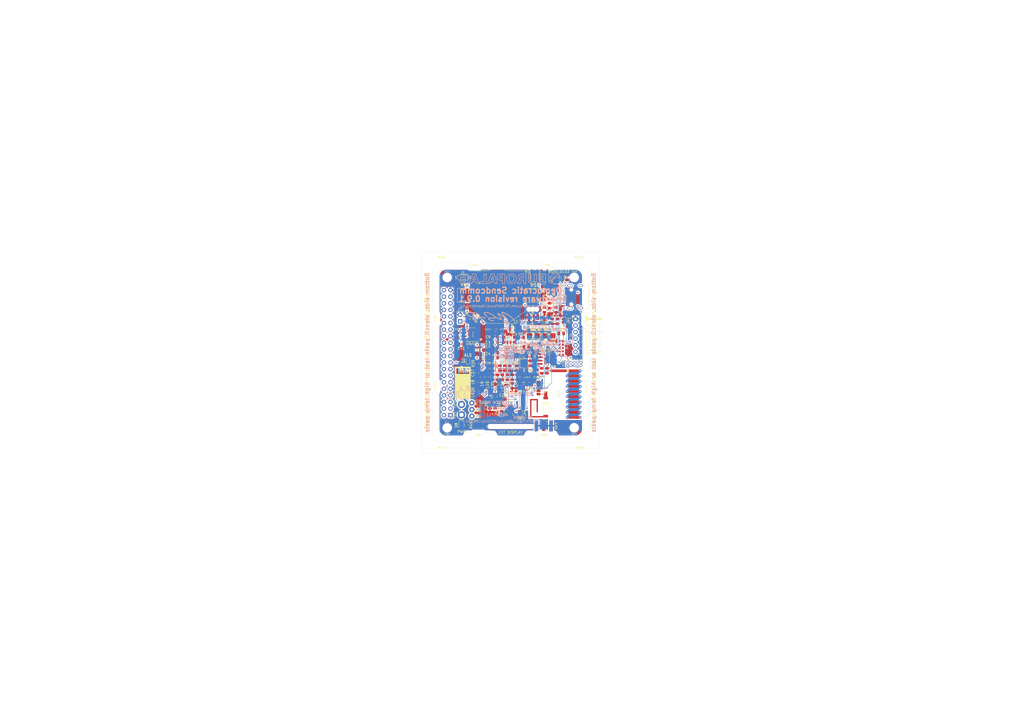
<source format=kicad_pcb>
(kicad_pcb (version 20171130) (host pcbnew 5.1.5+dfsg1-2build2)

  (general
    (thickness 1.6)
    (drawings 177)
    (tracks 1185)
    (zones 0)
    (modules 140)
    (nets 131)
  )

  (page A3)
  (title_block
    (title "Democratic Sendcomm")
    (date 2020-12-08)
    (rev 0.9.1)
    (company "Europalab Devices")
    (comment 1 "Copyright © 2020, Europalab Devices")
    (comment 2 "Fulfilling requirements of 20200210")
    (comment 3 "Pending quality assurance testing")
    (comment 4 "Release revision for manufacturing")
  )

  (layers
    (0 F.Cu signal)
    (1 In1.Cu power)
    (2 In2.Cu power)
    (31 B.Cu signal)
    (34 B.Paste user)
    (35 F.Paste user)
    (36 B.SilkS user)
    (37 F.SilkS user)
    (38 B.Mask user)
    (39 F.Mask user)
    (40 Dwgs.User user)
    (41 Cmts.User user)
    (44 Edge.Cuts user)
    (45 Margin user)
    (46 B.CrtYd user)
    (47 F.CrtYd user)
    (48 B.Fab user)
    (49 F.Fab user)
  )

  (setup
    (last_trace_width 0.09)
    (user_trace_width 0.1016)
    (user_trace_width 0.127)
    (user_trace_width 0.2)
    (trace_clearance 0.09)
    (zone_clearance 0.508)
    (zone_45_only no)
    (trace_min 0.09)
    (via_size 0.356)
    (via_drill 0.2)
    (via_min_size 0.356)
    (via_min_drill 0.2)
    (user_via 0.45 0.2)
    (user_via 0.6 0.3)
    (uvia_size 0.45)
    (uvia_drill 0.1)
    (uvias_allowed no)
    (uvia_min_size 0.45)
    (uvia_min_drill 0.1)
    (edge_width 0.1)
    (segment_width 0.1)
    (pcb_text_width 0.25)
    (pcb_text_size 1 1)
    (mod_edge_width 0.15)
    (mod_text_size 1 1)
    (mod_text_width 0.15)
    (pad_size 1.95 0.6)
    (pad_drill 0)
    (pad_to_mask_clearance 0)
    (aux_axis_origin 0 0)
    (visible_elements 7FFFFFFF)
    (pcbplotparams
      (layerselection 0x313fc_ffffffff)
      (usegerberextensions true)
      (usegerberattributes false)
      (usegerberadvancedattributes false)
      (creategerberjobfile false)
      (excludeedgelayer true)
      (linewidth 0.150000)
      (plotframeref false)
      (viasonmask false)
      (mode 1)
      (useauxorigin false)
      (hpglpennumber 1)
      (hpglpenspeed 20)
      (hpglpendiameter 15.000000)
      (psnegative false)
      (psa4output false)
      (plotreference true)
      (plotvalue true)
      (plotinvisibletext false)
      (padsonsilk false)
      (subtractmaskfromsilk false)
      (outputformat 1)
      (mirror false)
      (drillshape 0)
      (scaleselection 1)
      (outputdirectory "fabsingle"))
  )

  (net 0 "")
  (net 1 GND)
  (net 2 "Net-(AE1-Pad1)")
  (net 3 /Sheet5F53D5B4/RFSWPWR)
  (net 4 "Net-(C8-Pad1)")
  (net 5 /Sheet5F53D5B4/POWAMP)
  (net 6 "Net-(C13-Pad1)")
  (net 7 /Sheet5F53D5B4/HFOUT)
  (net 8 +3V3)
  (net 9 "Net-(C29-Pad1)")
  (net 10 /Sheet5F53D5B4/HPOUT)
  (net 11 /Sheet5F53D5B4/HFIN)
  (net 12 /Sheet5F53D5B4/BANDSEL)
  (net 13 "Net-(BT1-Pad1)")
  (net 14 /Sheet5F53D5B4/USB_BUS)
  (net 15 "Net-(C33-Pad1)")
  (net 16 "Net-(C34-Pad1)")
  (net 17 /Sheet5F53D5B4/CMDRST)
  (net 18 "Net-(D1-Pad2)")
  (net 19 "Net-(D1-Pad1)")
  (net 20 "Net-(D2-Pad1)")
  (net 21 "Net-(D2-Pad2)")
  (net 22 /Sheet5F53D5B4/USB_P)
  (net 23 /Sheet5F53D5B4/USB_N)
  (net 24 /Sheet60040980/ID_SD)
  (net 25 /Sheet60040980/ID_SC)
  (net 26 /Sheet5F53D5B4/SWDCLK)
  (net 27 "Net-(J3-Pad7)")
  (net 28 "Net-(J3-Pad8)")
  (net 29 "Net-(J4-Pad6)")
  (net 30 /Sheet5F53D5B4/CN_VBAT)
  (net 31 /Sheet5F53D5B4/XCEIV)
  (net 32 "Net-(AE5-Pad2)")
  (net 33 "Net-(C1-Pad1)")
  (net 34 "Net-(C7-Pad1)")
  (net 35 "Net-(C14-Pad1)")
  (net 36 "Net-(C17-Pad1)")
  (net 37 "Net-(C18-Pad2)")
  (net 38 "Net-(C19-Pad2)")
  (net 39 "Net-(C23-Pad2)")
  (net 40 "Net-(C23-Pad1)")
  (net 41 "Net-(C24-Pad1)")
  (net 42 "Net-(C24-Pad2)")
  (net 43 "Net-(C29-Pad2)")
  (net 44 "Net-(C33-Pad2)")
  (net 45 "Net-(C35-Pad2)")
  (net 46 "Net-(C40-Pad1)")
  (net 47 "Net-(J2-PadB5)")
  (net 48 "Net-(J2-PadA8)")
  (net 49 "Net-(J2-PadA5)")
  (net 50 "Net-(J2-PadB8)")
  (net 51 "Net-(J3-Pad2)")
  (net 52 "Net-(J3-Pad3)")
  (net 53 "Net-(J3-Pad4)")
  (net 54 "Net-(J3-Pad5)")
  (net 55 "Net-(J3-Pad10)")
  (net 56 "Net-(J3-Pad11)")
  (net 57 "Net-(J3-Pad12)")
  (net 58 "Net-(J3-Pad13)")
  (net 59 "Net-(J3-Pad15)")
  (net 60 "Net-(J3-Pad16)")
  (net 61 "Net-(J3-Pad18)")
  (net 62 "Net-(J3-Pad19)")
  (net 63 "Net-(J3-Pad21)")
  (net 64 "Net-(J3-Pad22)")
  (net 65 "Net-(J3-Pad23)")
  (net 66 "Net-(J3-Pad24)")
  (net 67 "Net-(J3-Pad26)")
  (net 68 "Net-(J3-Pad29)")
  (net 69 "Net-(J3-Pad31)")
  (net 70 "Net-(J3-Pad32)")
  (net 71 "Net-(J3-Pad33)")
  (net 72 "Net-(J3-Pad35)")
  (net 73 "Net-(J3-Pad36)")
  (net 74 "Net-(J3-Pad37)")
  (net 75 "Net-(J3-Pad38)")
  (net 76 "Net-(J3-Pad40)")
  (net 77 "Net-(J4-Pad7)")
  (net 78 "Net-(J4-Pad8)")
  (net 79 "Net-(J5-Pad2)")
  (net 80 "Net-(J5-Pad3)")
  (net 81 "Net-(J5-Pad6)")
  (net 82 "Net-(J6-Pad1)")
  (net 83 "Net-(L1-Pad2)")
  (net 84 "Net-(R3-Pad1)")
  (net 85 "Net-(R4-Pad1)")
  (net 86 "Net-(R4-Pad2)")
  (net 87 "Net-(U2-Pad5)")
  (net 88 "Net-(U3-PadG1)")
  (net 89 "Net-(U3-PadH1)")
  (net 90 "Net-(U3-PadE3)")
  (net 91 "Net-(U3-PadE4)")
  (net 92 "Net-(U3-PadF4)")
  (net 93 "Net-(U3-PadC7)")
  (net 94 "Net-(U3-PadD7)")
  (net 95 "Net-(U3-PadD8)")
  (net 96 "Net-(U5-Pad3)")
  (net 97 "Net-(U5-Pad4)")
  (net 98 "Net-(U8-Pad7)")
  (net 99 "Net-(U8-Pad3)")
  (net 100 "Net-(U8-Pad2)")
  (net 101 "Net-(U8-Pad1)")
  (net 102 "Net-(U9-Pad1)")
  (net 103 "Net-(U9-Pad2)")
  (net 104 "Net-(U9-Pad3)")
  (net 105 "Net-(U9-Pad7)")
  (net 106 /Sheet5F53D5B4/SWDIO)
  (net 107 "Net-(AE2-Pad1)")
  (net 108 "Net-(AE4-Pad1)")
  (net 109 "Net-(AE5-Pad1)")
  (net 110 "Net-(JP10-Pad1)")
  (net 111 "Net-(J6-Pad2)")
  (net 112 "Net-(J6-Pad3)")
  (net 113 "Net-(J6-Pad4)")
  (net 114 "Net-(J7-Pad1)")
  (net 115 "Net-(C95-Pad1)")
  (net 116 /TP_SCL)
  (net 117 /TP_SDA)
  (net 118 "Net-(J20-Pad6)")
  (net 119 "Net-(J20-Pad7)")
  (net 120 "Net-(J20-Pad8)")
  (net 121 "Net-(Q2-Pad2)")
  (net 122 EXT_UART_TX)
  (net 123 EXT_UART_RX)
  (net 124 "Net-(D8-Pad2)")
  (net 125 USB_TST)
  (net 126 "Net-(TP13-Pad1)")
  (net 127 "Net-(C94-Pad2)")
  (net 128 "Net-(C96-Pad1)")
  (net 129 /Sheet5F53D5B4/CRY_XIN-RSVD)
  (net 130 /Sheet5F53D5B4/CRY_XOUT-RSVD)

  (net_class Default "This is the default net class."
    (clearance 0.09)
    (trace_width 0.09)
    (via_dia 0.356)
    (via_drill 0.2)
    (uvia_dia 0.45)
    (uvia_drill 0.1)
    (add_net +3V3)
    (add_net /Sheet5F53D5B4/BANDSEL)
    (add_net /Sheet5F53D5B4/CMDRST)
    (add_net /Sheet5F53D5B4/CN_VBAT)
    (add_net /Sheet5F53D5B4/CRY_XIN-RSVD)
    (add_net /Sheet5F53D5B4/CRY_XOUT-RSVD)
    (add_net /Sheet5F53D5B4/HFIN)
    (add_net /Sheet5F53D5B4/HFOUT)
    (add_net /Sheet5F53D5B4/HPOUT)
    (add_net /Sheet5F53D5B4/POWAMP)
    (add_net /Sheet5F53D5B4/RFSWPWR)
    (add_net /Sheet5F53D5B4/SWDCLK)
    (add_net /Sheet5F53D5B4/SWDIO)
    (add_net /Sheet5F53D5B4/USB_BUS)
    (add_net /Sheet5F53D5B4/USB_N)
    (add_net /Sheet5F53D5B4/USB_P)
    (add_net /Sheet5F53D5B4/XCEIV)
    (add_net /Sheet60040980/ID_SC)
    (add_net /Sheet60040980/ID_SD)
    (add_net /TP_SCL)
    (add_net /TP_SDA)
    (add_net EXT_UART_RX)
    (add_net EXT_UART_TX)
    (add_net GND)
    (add_net "Net-(AE1-Pad1)")
    (add_net "Net-(AE2-Pad1)")
    (add_net "Net-(AE4-Pad1)")
    (add_net "Net-(AE5-Pad1)")
    (add_net "Net-(AE5-Pad2)")
    (add_net "Net-(BT1-Pad1)")
    (add_net "Net-(C1-Pad1)")
    (add_net "Net-(C13-Pad1)")
    (add_net "Net-(C14-Pad1)")
    (add_net "Net-(C17-Pad1)")
    (add_net "Net-(C18-Pad2)")
    (add_net "Net-(C19-Pad2)")
    (add_net "Net-(C23-Pad1)")
    (add_net "Net-(C23-Pad2)")
    (add_net "Net-(C24-Pad1)")
    (add_net "Net-(C24-Pad2)")
    (add_net "Net-(C29-Pad1)")
    (add_net "Net-(C29-Pad2)")
    (add_net "Net-(C33-Pad1)")
    (add_net "Net-(C33-Pad2)")
    (add_net "Net-(C34-Pad1)")
    (add_net "Net-(C35-Pad2)")
    (add_net "Net-(C40-Pad1)")
    (add_net "Net-(C7-Pad1)")
    (add_net "Net-(C8-Pad1)")
    (add_net "Net-(C94-Pad2)")
    (add_net "Net-(C95-Pad1)")
    (add_net "Net-(C96-Pad1)")
    (add_net "Net-(D1-Pad1)")
    (add_net "Net-(D1-Pad2)")
    (add_net "Net-(D2-Pad1)")
    (add_net "Net-(D2-Pad2)")
    (add_net "Net-(D8-Pad2)")
    (add_net "Net-(J2-PadA5)")
    (add_net "Net-(J2-PadA8)")
    (add_net "Net-(J2-PadB5)")
    (add_net "Net-(J2-PadB8)")
    (add_net "Net-(J20-Pad6)")
    (add_net "Net-(J20-Pad7)")
    (add_net "Net-(J20-Pad8)")
    (add_net "Net-(J3-Pad10)")
    (add_net "Net-(J3-Pad11)")
    (add_net "Net-(J3-Pad12)")
    (add_net "Net-(J3-Pad13)")
    (add_net "Net-(J3-Pad15)")
    (add_net "Net-(J3-Pad16)")
    (add_net "Net-(J3-Pad18)")
    (add_net "Net-(J3-Pad19)")
    (add_net "Net-(J3-Pad2)")
    (add_net "Net-(J3-Pad21)")
    (add_net "Net-(J3-Pad22)")
    (add_net "Net-(J3-Pad23)")
    (add_net "Net-(J3-Pad24)")
    (add_net "Net-(J3-Pad26)")
    (add_net "Net-(J3-Pad29)")
    (add_net "Net-(J3-Pad3)")
    (add_net "Net-(J3-Pad31)")
    (add_net "Net-(J3-Pad32)")
    (add_net "Net-(J3-Pad33)")
    (add_net "Net-(J3-Pad35)")
    (add_net "Net-(J3-Pad36)")
    (add_net "Net-(J3-Pad37)")
    (add_net "Net-(J3-Pad38)")
    (add_net "Net-(J3-Pad4)")
    (add_net "Net-(J3-Pad40)")
    (add_net "Net-(J3-Pad5)")
    (add_net "Net-(J3-Pad7)")
    (add_net "Net-(J3-Pad8)")
    (add_net "Net-(J4-Pad6)")
    (add_net "Net-(J4-Pad7)")
    (add_net "Net-(J4-Pad8)")
    (add_net "Net-(J5-Pad2)")
    (add_net "Net-(J5-Pad3)")
    (add_net "Net-(J5-Pad6)")
    (add_net "Net-(J6-Pad1)")
    (add_net "Net-(J6-Pad2)")
    (add_net "Net-(J6-Pad3)")
    (add_net "Net-(J6-Pad4)")
    (add_net "Net-(J7-Pad1)")
    (add_net "Net-(JP10-Pad1)")
    (add_net "Net-(L1-Pad2)")
    (add_net "Net-(Q2-Pad2)")
    (add_net "Net-(R3-Pad1)")
    (add_net "Net-(R4-Pad1)")
    (add_net "Net-(R4-Pad2)")
    (add_net "Net-(TP13-Pad1)")
    (add_net "Net-(U2-Pad5)")
    (add_net "Net-(U3-PadC7)")
    (add_net "Net-(U3-PadD7)")
    (add_net "Net-(U3-PadD8)")
    (add_net "Net-(U3-PadE3)")
    (add_net "Net-(U3-PadE4)")
    (add_net "Net-(U3-PadF4)")
    (add_net "Net-(U3-PadG1)")
    (add_net "Net-(U3-PadH1)")
    (add_net "Net-(U5-Pad3)")
    (add_net "Net-(U5-Pad4)")
    (add_net "Net-(U8-Pad1)")
    (add_net "Net-(U8-Pad2)")
    (add_net "Net-(U8-Pad3)")
    (add_net "Net-(U8-Pad7)")
    (add_net "Net-(U9-Pad1)")
    (add_net "Net-(U9-Pad2)")
    (add_net "Net-(U9-Pad3)")
    (add_net "Net-(U9-Pad7)")
    (add_net USB_TST)
  )

  (net_class Power ""
    (clearance 0.2)
    (trace_width 0.5)
    (via_dia 1)
    (via_drill 0.7)
    (uvia_dia 0.5)
    (uvia_drill 0.1)
  )

  (module Elabdev:Panel_Mousetab_25mm_Single (layer F.Cu) (tedit 5CD9E502) (tstamp 5FEC726C)
    (at 222.5 179.75 90)
    (path /5CD9EB0D)
    (fp_text reference TAB8 (at 0 0) (layer F.SilkS)
      (effects (font (size 0.8 0.8) (thickness 0.13)))
    )
    (fp_text value Pantab (at -3.25 0 180) (layer F.Fab)
      (effects (font (size 1 1) (thickness 0.15)))
    )
    (fp_line (start 1.25 -2.2) (end 1.25 2.2) (layer F.Fab) (width 0.15))
    (fp_line (start -1.25 -2.2) (end -1.25 2.2) (layer F.Fab) (width 0.15))
    (fp_line (start 2.1 -2.6) (end 2.1 2.6) (layer F.CrtYd) (width 0.15))
    (fp_line (start 2.1 2.6) (end -2.1 2.6) (layer F.CrtYd) (width 0.15))
    (fp_line (start -2.1 2.6) (end -2.1 -2.6) (layer F.CrtYd) (width 0.15))
    (fp_line (start -2.1 -2.6) (end 2.1 -2.6) (layer F.CrtYd) (width 0.15))
    (pad "" np_thru_hole circle (at 1.35 2 90) (size 0.5 0.5) (drill 0.5) (layers *.Cu))
    (pad "" np_thru_hole circle (at 1.35 1.2 90) (size 0.5 0.5) (drill 0.5) (layers *.Cu))
    (pad "" np_thru_hole circle (at 1.35 0.4 90) (size 0.5 0.5) (drill 0.5) (layers *.Cu))
    (pad "" np_thru_hole circle (at 1.35 -0.4 90) (size 0.5 0.5) (drill 0.5) (layers *.Cu))
    (pad "" np_thru_hole circle (at 1.35 -1.2 90) (size 0.5 0.5) (drill 0.5) (layers *.Cu))
    (pad "" np_thru_hole circle (at 1.35 -2 90) (size 0.5 0.5) (drill 0.5) (layers *.Cu))
  )

  (module Capacitor_SMD:C_0805_2012Metric (layer F.Cu) (tedit 5B36C52B) (tstamp 5FEB8111)
    (at 211.5 143.0625 270)
    (descr "Capacitor SMD 0805 (2012 Metric), square (rectangular) end terminal, IPC_7351 nominal, (Body size source: https://docs.google.com/spreadsheets/d/1BsfQQcO9C6DZCsRaXUlFlo91Tg2WpOkGARC1WS5S8t0/edit?usp=sharing), generated with kicad-footprint-generator")
    (tags capacitor)
    (path /5F53D5B5/5F609CF5)
    (attr smd)
    (fp_text reference C19 (at -2.0625 0 180) (layer F.SilkS)
      (effects (font (size 0.7 0.7) (thickness 0.1)))
    )
    (fp_text value 15pF (at 0 1.65 90) (layer F.Fab)
      (effects (font (size 1 1) (thickness 0.15)))
    )
    (fp_line (start -1 0.6) (end -1 -0.6) (layer F.Fab) (width 0.1))
    (fp_line (start -1 -0.6) (end 1 -0.6) (layer F.Fab) (width 0.1))
    (fp_line (start 1 -0.6) (end 1 0.6) (layer F.Fab) (width 0.1))
    (fp_line (start 1 0.6) (end -1 0.6) (layer F.Fab) (width 0.1))
    (fp_line (start -0.258578 -0.71) (end 0.258578 -0.71) (layer F.SilkS) (width 0.12))
    (fp_line (start -0.258578 0.71) (end 0.258578 0.71) (layer F.SilkS) (width 0.12))
    (fp_line (start -1.68 0.95) (end -1.68 -0.95) (layer F.CrtYd) (width 0.05))
    (fp_line (start -1.68 -0.95) (end 1.68 -0.95) (layer F.CrtYd) (width 0.05))
    (fp_line (start 1.68 -0.95) (end 1.68 0.95) (layer F.CrtYd) (width 0.05))
    (fp_line (start 1.68 0.95) (end -1.68 0.95) (layer F.CrtYd) (width 0.05))
    (fp_text user %R (at 0 0 90) (layer F.Fab)
      (effects (font (size 0.5 0.5) (thickness 0.08)))
    )
    (pad 1 smd roundrect (at -0.9375 0 270) (size 0.975 1.4) (layers F.Cu F.Paste F.Mask) (roundrect_rratio 0.25)
      (net 1 GND))
    (pad 2 smd roundrect (at 0.9375 0 270) (size 0.975 1.4) (layers F.Cu F.Paste F.Mask) (roundrect_rratio 0.25)
      (net 38 "Net-(C19-Pad2)"))
    (model ${KISYS3DMOD}/Capacitor_SMD.3dshapes/C_0805_2012Metric.wrl
      (at (xyz 0 0 0))
      (scale (xyz 1 1 1))
      (rotate (xyz 0 0 0))
    )
  )

  (module Elabdev:Meinkuerzel_signature_480DPI (layer B.Cu) (tedit 0) (tstamp 5FBE809B)
    (at 202 134 180)
    (fp_text reference G1 (at 0 0) (layer B.SilkS) hide
      (effects (font (size 1.524 1.524) (thickness 0.3)) (justify mirror))
    )
    (fp_text value Meinkuerzel_signature (at 0.75 0) (layer B.SilkS) hide
      (effects (font (size 1.524 1.524) (thickness 0.3)) (justify mirror))
    )
    (fp_poly (pts (xy 7.849084 1.675651) (xy 8.303148 1.632827) (xy 8.685942 1.550363) (xy 8.876057 1.481326)
      (xy 9.07938 1.34976) (xy 9.204465 1.178624) (xy 9.241225 0.986809) (xy 9.210768 0.854557)
      (xy 9.078684 0.643748) (xy 8.864557 0.429964) (xy 8.589687 0.233059) (xy 8.471807 0.165759)
      (xy 8.232808 0.053863) (xy 7.923436 -0.068816) (xy 7.576824 -0.190996) (xy 7.226108 -0.301392)
      (xy 6.904421 -0.388723) (xy 6.731621 -0.426811) (xy 6.398868 -0.490816) (xy 6.556265 -0.586535)
      (xy 6.736632 -0.743549) (xy 6.819572 -0.938245) (xy 6.82625 -1.022915) (xy 6.780462 -1.15416)
      (xy 6.660466 -1.295963) (xy 6.49231 -1.424979) (xy 6.30204 -1.517866) (xy 6.258842 -1.531402)
      (xy 6.0446 -1.569955) (xy 5.805186 -1.581627) (xy 5.582286 -1.566858) (xy 5.417587 -1.526091)
      (xy 5.409578 -1.522402) (xy 5.285381 -1.409276) (xy 5.232727 -1.237525) (xy 5.243042 -1.133742)
      (xy 5.545646 -1.133742) (xy 5.569322 -1.243922) (xy 5.599007 -1.270742) (xy 5.725804 -1.30367)
      (xy 5.911501 -1.301091) (xy 6.117136 -1.267785) (xy 6.303743 -1.20853) (xy 6.368163 -1.176419)
      (xy 6.483421 -1.090411) (xy 6.547775 -1.006994) (xy 6.550669 -0.996984) (xy 6.519163 -0.903747)
      (xy 6.404517 -0.814537) (xy 6.229026 -0.742568) (xy 6.060328 -0.706358) (xy 5.903418 -0.693399)
      (xy 5.806355 -0.717484) (xy 5.726223 -0.79035) (xy 5.718194 -0.79992) (xy 5.596762 -0.979847)
      (xy 5.545646 -1.133742) (xy 5.243042 -1.133742) (xy 5.253531 -1.028227) (xy 5.344918 -0.810631)
      (xy 5.442538 -0.642303) (xy 5.295353 -0.646487) (xy 5.12125 -0.625399) (xy 5.035885 -0.550663)
      (xy 5.027083 -0.501447) (xy 5.075804 -0.410776) (xy 5.222941 -0.351671) (xy 5.469958 -0.32355)
      (xy 5.476875 -0.323261) (xy 5.599677 -0.314345) (xy 5.697993 -0.289875) (xy 5.794712 -0.235966)
      (xy 5.912725 -0.138734) (xy 6.074923 0.015705) (xy 6.138333 0.077935) (xy 6.357426 0.284825)
      (xy 6.520758 0.415811) (xy 6.63982 0.476704) (xy 6.726105 0.473318) (xy 6.791106 0.411464)
      (xy 6.792772 0.408883) (xy 6.813029 0.349999) (xy 6.787897 0.281807) (xy 6.704882 0.184844)
      (xy 6.561666 0.048946) (xy 6.270625 -0.217166) (xy 6.532899 -0.183078) (xy 6.900304 -0.115245)
      (xy 7.289474 -0.008645) (xy 7.678243 0.127507) (xy 8.044445 0.283994) (xy 8.365914 0.451601)
      (xy 8.620483 0.621112) (xy 8.749193 0.738377) (xy 8.856936 0.865956) (xy 8.92727 0.965202)
      (xy 8.942916 1.001728) (xy 8.895983 1.084773) (xy 8.773369 1.176095) (xy 8.602358 1.259484)
      (xy 8.410231 1.318727) (xy 8.408998 1.318992) (xy 8.149682 1.354937) (xy 7.8128 1.371973)
      (xy 7.424917 1.370093) (xy 7.012599 1.349291) (xy 6.686734 1.319437) (xy 6.066773 1.222977)
      (xy 5.517194 1.081213) (xy 5.043989 0.897075) (xy 4.653152 0.673494) (xy 4.350673 0.413401)
      (xy 4.142546 0.119727) (xy 4.114637 0.061443) (xy 4.047094 -0.15251) (xy 4.06025 -0.336634)
      (xy 4.160207 -0.518581) (xy 4.270456 -0.644496) (xy 4.390411 -0.79173) (xy 4.431252 -0.900383)
      (xy 4.427296 -0.922309) (xy 4.357272 -0.99719) (xy 4.242023 -0.977517) (xy 4.082983 -0.863726)
      (xy 4.010682 -0.795217) (xy 3.879838 -0.680755) (xy 3.765594 -0.608691) (xy 3.712637 -0.594925)
      (xy 3.6215 -0.594723) (xy 3.455888 -0.585507) (xy 3.246599 -0.569127) (xy 3.175 -0.562633)
      (xy 2.951086 -0.544014) (xy 2.793821 -0.54282) (xy 2.664643 -0.565021) (xy 2.524987 -0.61659)
      (xy 2.371034 -0.687127) (xy 2.100169 -0.795663) (xy 1.89262 -0.837972) (xy 1.841867 -0.837015)
      (xy 1.72083 -0.812158) (xy 1.663036 -0.745697) (xy 1.637803 -0.635) (xy 1.623821 -0.491701)
      (xy 1.628566 -0.389706) (xy 1.630235 -0.383646) (xy 1.692219 -0.322789) (xy 1.789679 -0.330876)
      (xy 1.885465 -0.399867) (xy 1.916539 -0.445597) (xy 1.984375 -0.573694) (xy 2.371569 -0.384068)
      (xy 2.758764 -0.194442) (xy 3.165319 -0.256321) (xy 3.413597 -0.293214) (xy 3.576071 -0.310583)
      (xy 3.67165 -0.304292) (xy 3.719238 -0.270208) (xy 3.737742 -0.204195) (xy 3.744012 -0.129767)
      (xy 3.817818 0.177969) (xy 3.989413 0.470621) (xy 4.251219 0.74303) (xy 4.595656 0.99004)
      (xy 5.015149 1.206492) (xy 5.502117 1.387229) (xy 6.048984 1.527094) (xy 6.228561 1.561184)
      (xy 6.794861 1.64034) (xy 7.340678 1.678326) (xy 7.849084 1.675651)) (layer B.SilkS) (width 0.01))
    (fp_poly (pts (xy -4.580024 1.756567) (xy -4.544854 1.74305) (xy -4.466016 1.67622) (xy -4.437143 1.580417)
      (xy -4.461964 1.447967) (xy -4.544204 1.271201) (xy -4.68759 1.042447) (xy -4.895848 0.754033)
      (xy -5.172705 0.39829) (xy -5.237349 0.3175) (xy -5.411926 0.098408) (xy -5.577817 -0.112809)
      (xy -5.714811 -0.290245) (xy -5.794689 -0.396875) (xy -5.948296 -0.608542) (xy -5.791961 -0.468507)
      (xy -5.700695 -0.392772) (xy -5.541009 -0.266466) (xy -5.329307 -0.10231) (xy -5.081994 0.086977)
      (xy -4.815472 0.288675) (xy -4.815417 0.288716) (xy -4.345432 0.631252) (xy -3.946225 0.897872)
      (xy -3.615767 1.089474) (xy -3.352032 1.206955) (xy -3.152989 1.251211) (xy -3.016612 1.223138)
      (xy -2.940872 1.123633) (xy -2.939055 1.118116) (xy -2.92791 1.023519) (xy -2.955738 0.908417)
      (xy -3.029742 0.759005) (xy -3.157121 0.561475) (xy -3.345079 0.302021) (xy -3.409058 0.217037)
      (xy -3.654587 -0.113597) (xy -3.860834 -0.404313) (xy -4.022275 -0.646491) (xy -4.133388 -0.831509)
      (xy -4.188652 -0.950744) (xy -4.185335 -0.994958) (xy -4.120655 -0.981486) (xy -3.976478 -0.932768)
      (xy -3.770527 -0.855371) (xy -3.520529 -0.755864) (xy -3.349225 -0.685128) (xy -3.06462 -0.570045)
      (xy -2.797019 -0.469163) (xy -2.569108 -0.390505) (xy -2.403576 -0.342097) (xy -2.349431 -0.331513)
      (xy -2.183877 -0.291941) (xy -2.07811 -0.206425) (xy -2.041672 -0.151915) (xy -1.850086 0.096101)
      (xy -1.567603 0.354844) (xy -1.207453 0.616123) (xy -0.78287 0.87175) (xy -0.307084 1.113536)
      (xy 0.206672 1.333293) (xy 0.574448 1.467145) (xy 0.853452 1.556991) (xy 1.074831 1.61415)
      (xy 1.278935 1.645957) (xy 1.506112 1.659747) (xy 1.647661 1.662241) (xy 1.89537 1.661355)
      (xy 2.061526 1.650821) (xy 2.170245 1.626908) (xy 2.245641 1.585888) (xy 2.269431 1.566069)
      (xy 2.364656 1.413892) (xy 2.378536 1.21834) (xy 2.31231 1.002224) (xy 2.231511 0.867835)
      (xy 2.055394 0.653788) (xy 1.846452 0.444397) (xy 1.622129 0.252501) (xy 1.399873 0.090942)
      (xy 1.19713 -0.02744) (xy 1.031346 -0.089804) (xy 0.931657 -0.088852) (xy 0.853749 -0.025156)
      (xy 0.874571 0.06423) (xy 0.991583 0.174246) (xy 1.09802 0.242886) (xy 1.314624 0.387246)
      (xy 1.527802 0.560014) (xy 1.72429 0.746283) (xy 1.890825 0.931146) (xy 2.014146 1.099697)
      (xy 2.080988 1.237027) (xy 2.078088 1.32823) (xy 2.071165 1.336667) (xy 1.954541 1.387475)
      (xy 1.756832 1.400928) (xy 1.494763 1.380087) (xy 1.185063 1.328013) (xy 0.844457 1.247766)
      (xy 0.489674 1.142406) (xy 0.137439 1.014995) (xy -0.00172 0.957368) (xy -0.385109 0.777304)
      (xy -0.74297 0.581237) (xy -1.065571 0.377182) (xy -1.343179 0.173152) (xy -1.566062 -0.022838)
      (xy -1.724487 -0.202776) (xy -1.808722 -0.358647) (xy -1.809035 -0.482438) (xy -1.789329 -0.514562)
      (xy -1.69188 -0.558953) (xy -1.49842 -0.578536) (xy -1.2158 -0.573404) (xy -0.850872 -0.543648)
      (xy -0.464887 -0.496867) (xy -0.056607 -0.452123) (xy 0.260382 -0.442712) (xy 0.494773 -0.469264)
      (xy 0.655256 -0.532408) (xy 0.714552 -0.58228) (xy 0.776217 -0.725165) (xy 0.746162 -0.908878)
      (xy 0.632079 -1.115352) (xy 0.45893 -1.290216) (xy 0.2117 -1.450188) (xy -0.085638 -1.588107)
      (xy -0.409112 -1.696809) (xy -0.734748 -1.769134) (xy -1.038572 -1.797919) (xy -1.296612 -1.776003)
      (xy -1.42875 -1.731015) (xy -1.546706 -1.617759) (xy -1.577815 -1.519827) (xy -1.560687 -1.389395)
      (xy -1.486335 -1.336349) (xy -1.378138 -1.369493) (xy -1.317893 -1.421952) (xy -1.19986 -1.505637)
      (xy -1.092449 -1.534584) (xy -0.859949 -1.513387) (xy -0.579373 -1.457345) (xy -0.297878 -1.377776)
      (xy -0.068589 -1.288836) (xy 0.116249 -1.181832) (xy 0.284174 -1.050661) (xy 0.411262 -0.917533)
      (xy 0.473586 -0.804658) (xy 0.47625 -0.783054) (xy 0.425256 -0.757675) (xy 0.277287 -0.748743)
      (xy 0.039858 -0.755912) (xy -0.279513 -0.778835) (xy -0.673311 -0.817167) (xy -0.956033 -0.849048)
      (xy -1.308534 -0.882196) (xy -1.57585 -0.8857) (xy -1.774982 -0.85746) (xy -1.922933 -0.795374)
      (xy -2.017888 -0.717835) (xy -2.096716 -0.653738) (xy -2.190635 -0.62131) (xy -2.313833 -0.623423)
      (xy -2.480498 -0.662945) (xy -2.704818 -0.742748) (xy -3.00098 -0.865702) (xy -3.216817 -0.960383)
      (xy -3.585839 -1.11854) (xy -3.874386 -1.227749) (xy -4.094462 -1.290524) (xy -4.258069 -1.309381)
      (xy -4.377212 -1.286836) (xy -4.463891 -1.225404) (xy -4.466704 -1.222337) (xy -4.518051 -1.14061)
      (xy -4.530831 -1.040781) (xy -4.500098 -0.912213) (xy -4.420902 -0.744269) (xy -4.288295 -0.526313)
      (xy -4.097327 -0.247708) (xy -3.863138 0.07498) (xy -3.679345 0.325213) (xy -3.519393 0.545064)
      (xy -3.393108 0.720859) (xy -3.310313 0.838921) (xy -3.280834 0.885525) (xy -3.323557 0.888476)
      (xy -3.399896 0.869711) (xy -3.542096 0.805036) (xy -3.750284 0.678102) (xy -4.027571 0.486762)
      (xy -4.377062 0.228867) (xy -4.801868 -0.097732) (xy -4.81991 -0.111817) (xy -5.187034 -0.396401)
      (xy -5.482932 -0.620081) (xy -5.717862 -0.789492) (xy -5.902078 -0.911266) (xy -6.045837 -0.99204)
      (xy -6.159396 -1.038447) (xy -6.25301 -1.057121) (xy -6.283148 -1.058333) (xy -6.40378 -1.045849)
      (xy -6.450441 -0.994435) (xy -6.455563 -0.939271) (xy -6.445942 -0.865735) (xy -6.412644 -0.776476)
      (xy -6.348546 -0.66103) (xy -6.24652 -0.508935) (xy -6.099443 -0.309727) (xy -5.90019 -0.052942)
      (xy -5.641635 0.271882) (xy -5.570553 0.360397) (xy -5.363566 0.620769) (xy -5.174974 0.863504)
      (xy -5.016826 1.072659) (xy -4.901172 1.23229) (xy -4.84006 1.326453) (xy -4.839117 1.328251)
      (xy -4.786636 1.436383) (xy -4.790145 1.473528) (xy -4.856494 1.462433) (xy -4.877731 1.456477)
      (xy -4.973599 1.420322) (xy -5.140081 1.348706) (xy -5.352621 1.252468) (xy -5.55625 1.156974)
      (xy -6.094525 0.881508) (xy -6.644499 0.565345) (xy -7.182748 0.223911) (xy -7.685848 -0.12737)
      (xy -8.130378 -0.473072) (xy -8.424687 -0.732038) (xy -8.650145 -0.95487) (xy -8.800069 -1.131002)
      (xy -8.884377 -1.276175) (xy -8.912984 -1.406131) (xy -8.905425 -1.495188) (xy -8.906488 -1.61853)
      (xy -8.964006 -1.672137) (xy -9.075823 -1.672519) (xy -9.156792 -1.593028) (xy -9.200558 -1.456755)
      (xy -9.200763 -1.286789) (xy -9.151052 -1.106218) (xy -9.131299 -1.06447) (xy -9.024915 -0.913844)
      (xy -8.843627 -0.718433) (xy -8.601654 -0.490528) (xy -8.313213 -0.242422) (xy -7.992524 0.013592)
      (xy -7.653804 0.265222) (xy -7.3545 0.471681) (xy -6.896098 0.764541) (xy -6.449337 1.028776)
      (xy -6.024338 1.259805) (xy -5.631223 1.453048) (xy -5.280112 1.603926) (xy -4.981128 1.707858)
      (xy -4.744392 1.760265) (xy -4.580024 1.756567)) (layer B.SilkS) (width 0.01))
  )

  (module Elabdev:Panel_Mousetab_25mm_Single (layer F.Cu) (tedit 5CD9E59A) (tstamp 5FBE7343)
    (at 224 114.25 270)
    (path /5CD5C3A7)
    (fp_text reference TAB5 (at 0 0 180) (layer F.SilkS)
      (effects (font (size 0.8 0.8) (thickness 0.13)))
    )
    (fp_text value Pantab (at 0 -3.5 270) (layer F.Fab)
      (effects (font (size 1 1) (thickness 0.15)))
    )
    (fp_line (start -2.1 -2.6) (end 2.1 -2.6) (layer F.CrtYd) (width 0.15))
    (fp_line (start -2.1 2.6) (end -2.1 -2.6) (layer F.CrtYd) (width 0.15))
    (fp_line (start 2.1 2.6) (end -2.1 2.6) (layer F.CrtYd) (width 0.15))
    (fp_line (start 2.1 -2.6) (end 2.1 2.6) (layer F.CrtYd) (width 0.15))
    (fp_line (start -1.25 -2.2) (end -1.25 2.2) (layer F.Fab) (width 0.15))
    (fp_line (start 1.25 -2.2) (end 1.25 2.2) (layer F.Fab) (width 0.15))
    (pad "" np_thru_hole circle (at 1.35 -2 270) (size 0.5 0.5) (drill 0.5) (layers *.Cu))
    (pad "" np_thru_hole circle (at 1.35 -1.2 270) (size 0.5 0.5) (drill 0.5) (layers *.Cu))
    (pad "" np_thru_hole circle (at 1.35 -0.4 270) (size 0.5 0.5) (drill 0.5) (layers *.Cu))
    (pad "" np_thru_hole circle (at 1.35 0.4 270) (size 0.5 0.5) (drill 0.5) (layers *.Cu))
    (pad "" np_thru_hole circle (at 1.35 1.2 270) (size 0.5 0.5) (drill 0.5) (layers *.Cu))
    (pad "" np_thru_hole circle (at 1.35 2 270) (size 0.5 0.5) (drill 0.5) (layers *.Cu))
  )

  (module Elabdev:Elablogoslk-Gfx (layer B.Cu) (tedit 0) (tstamp 5FBDF7AF)
    (at 210 119.5 180)
    (fp_text reference G** (at 0 0) (layer B.SilkS) hide
      (effects (font (size 1.524 1.524) (thickness 0.3)) (justify mirror))
    )
    (fp_text value Elablogoslk (at 0.75 0) (layer B.SilkS) hide
      (effects (font (size 1.524 1.524) (thickness 0.3)) (justify mirror))
    )
    (fp_poly (pts (xy -15.405836 -0.675184) (xy -15.287483 -0.702055) (xy -15.188143 -0.754619) (xy -15.108772 -0.827765)
      (xy -15.050327 -0.916382) (xy -15.013763 -1.015359) (xy -15.000037 -1.119584) (xy -15.010104 -1.223945)
      (xy -15.04492 -1.323332) (xy -15.105441 -1.412633) (xy -15.192623 -1.486737) (xy -15.24833 -1.517344)
      (xy -15.356716 -1.550357) (xy -15.476625 -1.557984) (xy -15.592872 -1.539403) (xy -15.602283 -1.53653)
      (xy -15.678123 -1.497127) (xy -15.752493 -1.432517) (xy -15.815972 -1.352895) (xy -15.859141 -1.268459)
      (xy -15.864155 -1.2531) (xy -15.88425 -1.176683) (xy -15.891257 -1.117668) (xy -15.885212 -1.059627)
      (xy -15.866149 -0.986134) (xy -15.864727 -0.981328) (xy -15.815988 -0.8777) (xy -15.739972 -0.790432)
      (xy -15.643773 -0.72426) (xy -15.534487 -0.683915) (xy -15.419207 -0.674131) (xy -15.405836 -0.675184)) (layer B.Mask) (width 0.01))
    (fp_poly (pts (xy 17.476107 1.827609) (xy 17.687258 1.825899) (xy 17.865618 1.824237) (xy 18.014678 1.822477)
      (xy 18.137934 1.82047) (xy 18.238879 1.818068) (xy 18.321005 1.815122) (xy 18.387806 1.811484)
      (xy 18.442776 1.807007) (xy 18.489407 1.801541) (xy 18.531194 1.794939) (xy 18.57163 1.787052)
      (xy 18.6055 1.779685) (xy 18.771822 1.733432) (xy 18.923911 1.673315) (xy 19.054677 1.602656)
      (xy 19.157033 1.524776) (xy 19.164226 1.5179) (xy 19.246251 1.417951) (xy 19.315464 1.294688)
      (xy 19.365371 1.16053) (xy 19.377923 1.109275) (xy 19.39052 1.010407) (xy 19.393203 0.893754)
      (xy 19.386762 0.771789) (xy 19.371983 0.656983) (xy 19.349655 0.561808) (xy 19.341939 0.539811)
      (xy 19.283862 0.430962) (xy 19.19941 0.326298) (xy 19.097976 0.236127) (xy 19.019624 0.185927)
      (xy 18.914298 0.12941) (xy 18.968542 0.109123) (xy 19.093064 0.054672) (xy 19.194891 -0.009335)
      (xy 19.285933 -0.089714) (xy 19.390804 -0.214403) (xy 19.467199 -0.350129) (xy 19.516977 -0.501894)
      (xy 19.541997 -0.674698) (xy 19.545898 -0.789214) (xy 19.53245 -0.987132) (xy 19.491752 -1.163006)
      (xy 19.423278 -1.317328) (xy 19.326496 -1.450588) (xy 19.200879 -1.563277) (xy 19.045898 -1.655885)
      (xy 18.861023 -1.728905) (xy 18.645726 -1.782826) (xy 18.442214 -1.81358) (xy 18.390712 -1.817354)
      (xy 18.307346 -1.820878) (xy 18.196536 -1.82407) (xy 18.062704 -1.826851) (xy 17.910272 -1.829142)
      (xy 17.743659 -1.830864) (xy 17.567287 -1.831936) (xy 17.403536 -1.83228) (xy 16.528143 -1.832429)
      (xy 16.528143 -1.197429) (xy 17.471571 -1.197429) (xy 17.812474 -1.197429) (xy 17.960507 -1.19621)
      (xy 18.077011 -1.192363) (xy 18.166668 -1.185602) (xy 18.234157 -1.175639) (xy 18.257984 -1.170182)
      (xy 18.384709 -1.1231) (xy 18.482481 -1.054854) (xy 18.552639 -0.964254) (xy 18.589417 -0.8761)
      (xy 18.611394 -0.756961) (xy 18.608994 -0.636283) (xy 18.583832 -0.523232) (xy 18.537525 -0.426977)
      (xy 18.502598 -0.383459) (xy 18.44707 -0.333771) (xy 18.385424 -0.294593) (xy 18.312843 -0.264829)
      (xy 18.22451 -0.243381) (xy 18.115607 -0.229153) (xy 17.981316 -0.221046) (xy 17.816821 -0.217964)
      (xy 17.775464 -0.217851) (xy 17.471571 -0.217714) (xy 17.471571 -1.197429) (xy 16.528143 -1.197429)
      (xy 16.528143 1.197428) (xy 17.471571 1.197428) (xy 17.471571 0.417286) (xy 17.804933 0.417286)
      (xy 17.937918 0.418126) (xy 18.040036 0.420891) (xy 18.116671 0.425945) (xy 18.173209 0.433651)
      (xy 18.215035 0.444376) (xy 18.217426 0.445205) (xy 18.319056 0.498467) (xy 18.395331 0.575146)
      (xy 18.444205 0.67085) (xy 18.463631 0.781188) (xy 18.451564 0.901769) (xy 18.443884 0.931299)
      (xy 18.396902 1.030842) (xy 18.322562 1.110813) (xy 18.227195 1.165118) (xy 18.18819 1.177399)
      (xy 18.143627 1.184049) (xy 18.070672 1.189765) (xy 17.977218 1.19415) (xy 17.871155 1.196808)
      (xy 17.790109 1.197428) (xy 17.471571 1.197428) (xy 16.528143 1.197428) (xy 16.528143 1.835008)
      (xy 17.476107 1.827609)) (layer B.Mask) (width 0.01))
    (fp_poly (pts (xy 14.119941 1.828149) (xy 14.684369 1.823357) (xy 15.359475 0) (xy 16.034582 -1.823357)
      (xy 15.571079 -1.828205) (xy 15.445094 -1.82918) (xy 15.331429 -1.829406) (xy 15.235013 -1.828925)
      (xy 15.160777 -1.827781) (xy 15.11365 -1.826018) (xy 15.098562 -1.824039) (xy 15.090052 -1.80483)
      (xy 15.071782 -1.756797) (xy 15.045759 -1.68544) (xy 15.013987 -1.59626) (xy 14.978473 -1.494759)
      (xy 14.977731 -1.49262) (xy 14.865914 -1.170214) (xy 14.120645 -1.165479) (xy 13.375375 -1.160744)
      (xy 13.306737 -1.355979) (xy 13.272699 -1.452448) (xy 13.236904 -1.553325) (xy 13.204622 -1.643779)
      (xy 13.188986 -1.687286) (xy 13.139873 -1.823357) (xy 12.664678 -1.828197) (xy 12.53823 -1.828961)
      (xy 12.425118 -1.828639) (xy 12.329969 -1.827326) (xy 12.257408 -1.825117) (xy 12.212064 -1.822108)
      (xy 12.19843 -1.818559) (xy 12.205849 -1.799875) (xy 12.225002 -1.749455) (xy 12.255032 -1.669593)
      (xy 12.295087 -1.562586) (xy 12.34431 -1.430729) (xy 12.401847 -1.276318) (xy 12.466842 -1.101648)
      (xy 12.538441 -0.909015) (xy 12.615789 -0.700714) (xy 12.69803 -0.479041) (xy 12.702348 -0.467391)
      (xy 13.614056 -0.467391) (xy 13.61958 -0.47467) (xy 13.636172 -0.480187) (xy 13.66764 -0.484184)
      (xy 13.717795 -0.486904) (xy 13.790447 -0.488587) (xy 13.889405 -0.489478) (xy 14.01848 -0.489817)
      (xy 14.115143 -0.489857) (xy 14.270607 -0.489531) (xy 14.392961 -0.488457) (xy 14.485375 -0.486493)
      (xy 14.551022 -0.483496) (xy 14.59307 -0.479323) (xy 14.614692 -0.473831) (xy 14.619171 -0.467179)
      (xy 14.611769 -0.445613) (xy 14.593892 -0.393441) (xy 14.566814 -0.314385) (xy 14.53181 -0.212168)
      (xy 14.490155 -0.090515) (xy 14.443125 0.046852) (xy 14.391994 0.196209) (xy 14.367839 0.266773)
      (xy 14.315439 0.418794) (xy 14.266379 0.559098) (xy 14.221933 0.684192) (xy 14.183374 0.790582)
      (xy 14.151976 0.874778) (xy 14.129011 0.933285) (xy 14.115754 0.96261) (xy 14.11319 0.965273)
      (xy 14.105039 0.945854) (xy 14.08648 0.895813) (xy 14.058824 0.818867) (xy 14.023386 0.718735)
      (xy 13.981478 0.599134) (xy 13.934414 0.463783) (xy 13.883507 0.316398) (xy 13.865167 0.263071)
      (xy 13.813057 0.111504) (xy 13.764295 -0.030104) (xy 13.720215 -0.157901) (xy 13.682146 -0.268036)
      (xy 13.651421 -0.356659) (xy 13.629372 -0.419918) (xy 13.617329 -0.453964) (xy 13.615787 -0.458107)
      (xy 13.614056 -0.467391) (xy 12.702348 -0.467391) (xy 12.784311 -0.246291) (xy 12.842155 -0.090148)
      (xy 12.931409 0.150825) (xy 13.017702 0.38378) (xy 13.100126 0.606258) (xy 13.177768 0.815802)
      (xy 13.249717 1.009954) (xy 13.315063 1.186256) (xy 13.372895 1.34225) (xy 13.422301 1.47548)
      (xy 13.462371 1.583486) (xy 13.492193 1.663811) (xy 13.510857 1.713998) (xy 13.516223 1.728364)
      (xy 13.555513 1.832942) (xy 14.119941 1.828149)) (layer B.Mask) (width 0.01))
    (fp_poly (pts (xy 10.359571 -1.124857) (xy 12.028714 -1.124857) (xy 12.028714 -1.832429) (xy 9.416143 -1.832429)
      (xy 9.416143 1.832429) (xy 10.359571 1.832429) (xy 10.359571 -1.124857)) (layer B.Mask) (width 0.01))
    (fp_poly (pts (xy 8.199353 0.127) (xy 8.288425 -0.113439) (xy 8.374711 -0.34635) (xy 8.457277 -0.569212)
      (xy 8.535188 -0.7795) (xy 8.607508 -0.974691) (xy 8.673302 -1.152261) (xy 8.731636 -1.309687)
      (xy 8.781574 -1.444447) (xy 8.822182 -1.554015) (xy 8.852524 -1.63587) (xy 8.871666 -1.687486)
      (xy 8.876754 -1.701194) (xy 8.925739 -1.83303) (xy 8.45225 -1.828194) (xy 7.97876 -1.823357)
      (xy 7.866169 -1.496786) (xy 7.753577 -1.170214) (xy 6.263113 -1.160744) (xy 6.215979 -1.292479)
      (xy 6.18957 -1.366538) (xy 6.156119 -1.460694) (xy 6.120643 -1.560816) (xy 6.098384 -1.623786)
      (xy 6.027922 -1.823357) (xy 5.555303 -1.828192) (xy 5.082684 -1.833026) (xy 5.109 -1.764692)
      (xy 5.118841 -1.738485) (xy 5.140399 -1.680606) (xy 5.172801 -1.59341) (xy 5.215173 -1.479255)
      (xy 5.26664 -1.3405) (xy 5.32633 -1.1795) (xy 5.393368 -0.998613) (xy 5.46688 -0.800198)
      (xy 5.545992 -0.586611) (xy 5.590624 -0.466084) (xy 6.500383 -0.466084) (xy 6.503747 -0.473226)
      (xy 6.522197 -0.478851) (xy 6.559117 -0.48312) (xy 6.617891 -0.486194) (xy 6.701902 -0.488231)
      (xy 6.814535 -0.489393) (xy 6.959172 -0.489839) (xy 7.003143 -0.489857) (xy 7.158575 -0.489532)
      (xy 7.280898 -0.488459) (xy 7.373282 -0.486498) (xy 7.438898 -0.483504) (xy 7.480918 -0.479336)
      (xy 7.502511 -0.47385) (xy 7.506956 -0.467179) (xy 7.499509 -0.445611) (xy 7.481591 -0.393437)
      (xy 7.454479 -0.31438) (xy 7.419449 -0.212163) (xy 7.377777 -0.090513) (xy 7.33074 0.046847)
      (xy 7.279613 0.196192) (xy 7.255551 0.266494) (xy 7.203171 0.418497) (xy 7.154136 0.558793)
      (xy 7.109719 0.683886) (xy 7.071192 0.790281) (xy 7.039829 0.874483) (xy 7.016902 0.932996)
      (xy 7.003686 0.962326) (xy 7.001147 0.964994) (xy 6.993017 0.945656) (xy 6.974441 0.89568)
      (xy 6.946726 0.818758) (xy 6.911178 0.718582) (xy 6.869105 0.598844) (xy 6.821814 0.463236)
      (xy 6.770613 0.31545) (xy 6.749793 0.255094) (xy 6.697385 0.103053) (xy 6.648476 -0.038716)
      (xy 6.604368 -0.166446) (xy 6.566363 -0.276369) (xy 6.535764 -0.364717) (xy 6.513876 -0.427723)
      (xy 6.502 -0.461619) (xy 6.500383 -0.466084) (xy 5.590624 -0.466084) (xy 5.629831 -0.36021)
      (xy 5.717523 -0.123352) (xy 5.786688 0.0635) (xy 6.438059 1.823357) (xy 7.570937 1.823357)
      (xy 8.199353 0.127)) (layer B.Mask) (width 0.01))
    (fp_poly (pts (xy 3.261178 1.827277) (xy 3.480979 1.825468) (xy 3.667644 1.823588) (xy 3.824324 1.821528)
      (xy 3.954168 1.819181) (xy 4.060326 1.81644) (xy 4.145949 1.813196) (xy 4.214186 1.809344)
      (xy 4.268189 1.804775) (xy 4.311106 1.799382) (xy 4.346087 1.793058) (xy 4.360384 1.789806)
      (xy 4.57993 1.722356) (xy 4.770202 1.633466) (xy 4.931207 1.523128) (xy 5.062949 1.391336)
      (xy 5.165434 1.238084) (xy 5.238668 1.063365) (xy 5.282655 0.867172) (xy 5.297401 0.6495)
      (xy 5.297399 0.645705) (xy 5.288217 0.449129) (xy 5.259944 0.278882) (xy 5.210498 0.129241)
      (xy 5.137794 -0.005519) (xy 5.039749 -0.131121) (xy 4.999026 -0.174012) (xy 4.895224 -0.267312)
      (xy 4.781879 -0.345945) (xy 4.655594 -0.410816) (xy 4.512975 -0.462831) (xy 4.350626 -0.502892)
      (xy 4.165152 -0.531906) (xy 3.953157 -0.550777) (xy 3.711246 -0.56041) (xy 3.542393 -0.562141)
      (xy 3.229428 -0.562429) (xy 3.229428 -1.832429) (xy 2.286 -1.832429) (xy 2.286 1.161143)
      (xy 3.229428 1.161143) (xy 3.229428 0.124325) (xy 3.596821 0.130257) (xy 3.723136 0.132565)
      (xy 3.819164 0.135281) (xy 3.890902 0.139038) (xy 3.944349 0.144469) (xy 3.985502 0.152208)
      (xy 4.020359 0.16289) (xy 4.054919 0.177147) (xy 4.059313 0.17912) (xy 4.169998 0.247064)
      (xy 4.252769 0.337754) (xy 4.306977 0.449997) (xy 4.331976 0.582598) (xy 4.332071 0.68209)
      (xy 4.311044 0.815987) (xy 4.265746 0.924961) (xy 4.194448 1.012525) (xy 4.152688 1.046406)
      (xy 4.091383 1.0851) (xy 4.025279 1.114474) (xy 3.948479 1.135638) (xy 3.855086 1.149702)
      (xy 3.739205 1.157776) (xy 3.594939 1.16097) (xy 3.543117 1.161143) (xy 3.229428 1.161143)
      (xy 2.286 1.161143) (xy 2.286 1.834702) (xy 3.261178 1.827277)) (layer B.Mask) (width 0.01))
    (fp_poly (pts (xy -5.021036 1.832322) (xy -4.790545 1.831953) (xy -4.592718 1.830742) (xy -4.423936 1.828439)
      (xy -4.280582 1.824796) (xy -4.15904 1.819563) (xy -4.05569 1.812491) (xy -3.966916 1.80333)
      (xy -3.8891 1.791831) (xy -3.818625 1.777744) (xy -3.751873 1.760821) (xy -3.685226 1.740812)
      (xy -3.683 1.7401) (xy -3.505143 1.668202) (xy -3.35675 1.57546) (xy -3.237033 1.461065)
      (xy -3.145204 1.32421) (xy -3.080473 1.164086) (xy -3.065095 1.106714) (xy -3.052126 1.024859)
      (xy -3.044784 0.920167) (xy -3.043076 0.805447) (xy -3.04701 0.693506) (xy -3.056593 0.597152)
      (xy -3.064765 0.553367) (xy -3.122067 0.387982) (xy -3.210124 0.241735) (xy -3.328674 0.114934)
      (xy -3.477456 0.007885) (xy -3.57383 -0.043297) (xy -3.737708 -0.121173) (xy -3.668326 -0.14196)
      (xy -3.581385 -0.180968) (xy -3.486689 -0.24535) (xy -3.393008 -0.328178) (xy -3.309114 -0.42252)
      (xy -3.302741 -0.430815) (xy -3.267184 -0.483895) (xy -3.217707 -0.567269) (xy -3.155723 -0.678343)
      (xy -3.082645 -0.814521) (xy -2.999885 -0.973211) (xy -2.908856 -1.151818) (xy -2.893023 -1.183254)
      (xy -2.82288 -1.322987) (xy -2.758127 -1.452445) (xy -2.700522 -1.56808) (xy -2.651821 -1.666341)
      (xy -2.613784 -1.743682) (xy -2.588166 -1.796552) (xy -2.576727 -1.821403) (xy -2.576286 -1.822789)
      (xy -2.593653 -1.825316) (xy -2.642652 -1.827593) (xy -2.718631 -1.829528) (xy -2.816936 -1.831032)
      (xy -2.932915 -1.832014) (xy -3.061914 -1.832384) (xy -3.070679 -1.832385) (xy -3.565072 -1.832341)
      (xy -3.841286 -1.280998) (xy -3.935266 -1.094993) (xy -4.016708 -0.93913) (xy -4.088439 -0.810677)
      (xy -4.153287 -0.706904) (xy -4.214078 -0.625078) (xy -4.27364 -0.562471) (xy -4.334799 -0.51635)
      (xy -4.400382 -0.483984) (xy -4.473218 -0.462643) (xy -4.556132 -0.449597) (xy -4.651953 -0.442113)
      (xy -4.712607 -0.439322) (xy -4.934857 -0.43053) (xy -4.934857 -1.832429) (xy -5.878286 -1.832429)
      (xy -5.878286 0.194859) (xy -4.934857 0.194859) (xy -4.640036 0.20436) (xy -4.485926 0.211499)
      (xy -4.366408 0.22194) (xy -4.279926 0.23584) (xy -4.249825 0.243746) (xy -4.144318 0.293932)
      (xy -4.063726 0.369853) (xy -4.008771 0.470198) (xy -3.980174 0.593659) (xy -3.978435 0.736049)
      (xy -3.99804 0.857385) (xy -4.035625 0.958384) (xy -4.088688 1.032538) (xy -4.094482 1.037986)
      (xy -4.130735 1.063292) (xy -4.185257 1.093514) (xy -4.218877 1.109665) (xy -4.256325 1.124906)
      (xy -4.295556 1.136159) (xy -4.3433 1.144228) (xy -4.406282 1.149916) (xy -4.491232 1.154025)
      (xy -4.604875 1.15736) (xy -4.621893 1.157773) (xy -4.934857 1.165259) (xy -4.934857 0.194859)
      (xy -5.878286 0.194859) (xy -5.878286 1.832429) (xy -5.021036 1.832322)) (layer B.Mask) (width 0.01))
    (fp_poly (pts (xy -10.867571 1.124857) (xy -12.482286 1.124857) (xy -12.482286 0.435429) (xy -10.976429 0.435429)
      (xy -10.976429 -0.272143) (xy -12.482286 -0.272143) (xy -12.482286 -1.124857) (xy -10.813143 -1.124857)
      (xy -10.813143 -1.832429) (xy -13.425714 -1.832429) (xy -13.425714 1.832429) (xy -10.867571 1.832429)
      (xy -10.867571 1.124857)) (layer B.Mask) (width 0.01))
    (fp_poly (pts (xy -0.228978 1.89448) (xy -0.078724 1.888371) (xy 0.055719 1.876762) (xy 0.151065 1.86234)
      (xy 0.390616 1.801445) (xy 0.605048 1.717288) (xy 0.798897 1.607509) (xy 0.976703 1.469751)
      (xy 1.061357 1.38929) (xy 1.213795 1.212223) (xy 1.337717 1.01768) (xy 1.433707 0.804035)
      (xy 1.502349 0.569664) (xy 1.544225 0.31294) (xy 1.559919 0.032239) (xy 1.560072 0)
      (xy 1.5472 -0.283492) (xy 1.5082 -0.542822) (xy 1.442499 -0.779588) (xy 1.349522 -0.99539)
      (xy 1.228695 -1.191828) (xy 1.079444 -1.370501) (xy 1.061357 -1.389048) (xy 0.896512 -1.53709)
      (xy 0.720815 -1.65755) (xy 0.53061 -1.751843) (xy 0.322238 -1.821386) (xy 0.092042 -1.867598)
      (xy -0.163636 -1.891894) (xy -0.244929 -1.895095) (xy -0.344247 -1.897272) (xy -0.433738 -1.898118)
      (xy -0.505666 -1.897644) (xy -0.552295 -1.895858) (xy -0.562429 -1.894726) (xy -0.602523 -1.888187)
      (xy -0.665462 -1.878473) (xy -0.738175 -1.867598) (xy -0.743857 -1.866762) (xy -0.987164 -1.813977)
      (xy -1.214974 -1.730312) (xy -1.424808 -1.617574) (xy -1.614186 -1.477568) (xy -1.78063 -1.3121)
      (xy -1.92166 -1.122975) (xy -2.025001 -0.933616) (xy -2.105385 -0.721719) (xy -2.162321 -0.489395)
      (xy -2.195876 -0.243481) (xy -2.205744 0) (xy -1.222288 0) (xy -1.221796 -0.128993)
      (xy -1.219948 -0.228802) (xy -1.216185 -0.306517) (xy -1.20995 -0.369231) (xy -1.200684 -0.424036)
      (xy -1.187828 -0.478023) (xy -1.183354 -0.494518) (xy -1.114887 -0.688703) (xy -1.025572 -0.853973)
      (xy -0.916566 -0.989615) (xy -0.789032 -1.09492) (xy -0.644127 -1.169176) (xy -0.483013 -1.211671)
      (xy -0.306849 -1.221694) (xy -0.116795 -1.198534) (xy -0.057367 -1.18504) (xy 0.084118 -1.131346)
      (xy 0.213032 -1.045953) (xy 0.326853 -0.932026) (xy 0.423063 -0.79273) (xy 0.499138 -0.631233)
      (xy 0.55256 -0.450698) (xy 0.56112 -0.408214) (xy 0.584828 -0.229692) (xy 0.593933 -0.038244)
      (xy 0.588859 0.15539) (xy 0.57003 0.340473) (xy 0.537873 0.506266) (xy 0.522796 0.560199)
      (xy 0.450801 0.743853) (xy 0.357363 0.898533) (xy 0.243303 1.023688) (xy 0.109438 1.118771)
      (xy -0.043412 1.183232) (xy -0.214428 1.216521) (xy -0.402793 1.218089) (xy -0.451366 1.213587)
      (xy -0.615554 1.178187) (xy -0.763149 1.110952) (xy -0.893253 1.012766) (xy -1.004968 0.884509)
      (xy -1.097397 0.727063) (xy -1.169644 0.541309) (xy -1.183354 0.494518) (xy -1.197354 0.439443)
      (xy -1.207603 0.385605) (xy -1.214658 0.325911) (xy -1.21908 0.25327) (xy -1.221425 0.160591)
      (xy -1.222252 0.04078) (xy -1.222288 0) (xy -2.205744 0) (xy -2.206117 0.009184)
      (xy -2.193113 0.261761) (xy -2.156929 0.507413) (xy -2.097634 0.739303) (xy -2.015294 0.95059)
      (xy -2.006273 0.969348) (xy -1.884663 1.178429) (xy -1.737221 1.362156) (xy -1.564379 1.520214)
      (xy -1.366569 1.652289) (xy -1.144222 1.758066) (xy -0.897769 1.837229) (xy -0.781432 1.863623)
      (xy -0.671269 1.87966) (xy -0.535583 1.890138) (xy -0.384709 1.895074) (xy -0.228978 1.89448)) (layer B.Mask) (width 0.01))
    (fp_poly (pts (xy -6.826317 0.53975) (xy -6.827566 0.291846) (xy -6.828746 0.077441) (xy -6.829948 -0.106249)
      (xy -6.831263 -0.262012) (xy -6.83278 -0.392631) (xy -6.834591 -0.500893) (xy -6.836785 -0.589584)
      (xy -6.839454 -0.661489) (xy -6.842688 -0.719394) (xy -6.846576 -0.766085) (xy -6.85121 -0.804347)
      (xy -6.856681 -0.836965) (xy -6.863077 -0.866726) (xy -6.870491 -0.896416) (xy -6.8733 -0.907143)
      (xy -6.945951 -1.121606) (xy -7.044066 -1.310445) (xy -7.167245 -1.473259) (xy -7.315092 -1.609643)
      (xy -7.487208 -1.719196) (xy -7.683195 -1.801513) (xy -7.78606 -1.831342) (xy -7.99491 -1.872121)
      (xy -8.223254 -1.895786) (xy -8.458202 -1.901599) (xy -8.686866 -1.888819) (xy -8.721534 -1.885054)
      (xy -8.963638 -1.84308) (xy -9.179163 -1.776508) (xy -9.368393 -1.685132) (xy -9.531612 -1.568747)
      (xy -9.669105 -1.427148) (xy -9.781154 -1.260129) (xy -9.868045 -1.067486) (xy -9.873312 -1.052694)
      (xy -9.89064 -1.002703) (xy -9.90567 -0.956653) (xy -9.918583 -0.911642) (xy -9.929558 -0.86477)
      (xy -9.938774 -0.813136) (xy -9.94641 -0.75384) (xy -9.952646 -0.68398) (xy -9.957661 -0.600657)
      (xy -9.961634 -0.500969) (xy -9.964745 -0.382017) (xy -9.967173 -0.240898) (xy -9.969097 -0.074714)
      (xy -9.970696 0.119438) (xy -9.972151 0.344458) (xy -9.973434 0.566964) (xy -9.980598 1.832428)
      (xy -9.50787 1.832428) (xy -9.035143 1.832429) (xy -9.035006 0.639536) (xy -9.034686 0.395346)
      (xy -9.033808 0.170485) (xy -9.032401 -0.032809) (xy -9.030499 -0.2123) (xy -9.028133 -0.365749)
      (xy -9.025336 -0.490919) (xy -9.022138 -0.585571) (xy -9.018573 -0.647469) (xy -9.01636 -0.667414)
      (xy -8.977519 -0.830688) (xy -8.918726 -0.963883) (xy -8.839697 -1.067414) (xy -8.740148 -1.141696)
      (xy -8.670648 -1.172329) (xy -8.573978 -1.195565) (xy -8.459225 -1.207176) (xy -8.338386 -1.207365)
      (xy -8.223459 -1.196337) (xy -8.126439 -1.174296) (xy -8.095567 -1.162546) (xy -7.993559 -1.101899)
      (xy -7.911492 -1.018493) (xy -7.848023 -0.909845) (xy -7.801809 -0.773475) (xy -7.771504 -0.606899)
      (xy -7.765546 -0.553072) (xy -7.762345 -0.501945) (xy -7.759316 -0.41837) (xy -7.756513 -0.306182)
      (xy -7.75399 -0.169219) (xy -7.7518 -0.011318) (xy -7.749999 0.163684) (xy -7.748639 0.351952)
      (xy -7.747776 0.549647) (xy -7.747468 0.73025) (xy -7.747 1.832429) (xy -6.819926 1.832429)
      (xy -6.826317 0.53975)) (layer B.Mask) (width 0.01))
    (fp_poly (pts (xy -17.270857 2.058311) (xy -17.102743 2.039596) (xy -16.954974 2.011439) (xy -16.938388 2.007237)
      (xy -16.682976 1.922338) (xy -16.444847 1.807365) (xy -16.225908 1.664916) (xy -16.028068 1.497588)
      (xy -15.853234 1.30798) (xy -15.703315 1.098689) (xy -15.580218 0.872311) (xy -15.48585 0.631446)
      (xy -15.422121 0.37869) (xy -15.390938 0.116641) (xy -15.390801 -0.099786) (xy -15.397211 -0.193957)
      (xy -15.406041 -0.286438) (xy -15.415923 -0.364098) (xy -15.4221 -0.39964) (xy -15.442959 -0.499923)
      (xy -15.566749 -0.492929) (xy -15.69629 -0.496243) (xy -15.806108 -0.524692) (xy -15.905682 -0.581873)
      (xy -15.985309 -0.651692) (xy -16.069093 -0.751088) (xy -16.120703 -0.853346) (xy -16.143679 -0.967732)
      (xy -16.144231 -1.067409) (xy -16.120321 -1.203444) (xy -16.066076 -1.323863) (xy -16.008031 -1.399469)
      (xy -15.962886 -1.447295) (xy -16.094134 -1.560257) (xy -16.310437 -1.72361) (xy -16.545788 -1.859063)
      (xy -16.794158 -1.963425) (xy -16.940397 -2.008082) (xy -17.019918 -2.027472) (xy -17.094181 -2.041279)
      (xy -17.17315 -2.05063) (xy -17.266789 -2.056652) (xy -17.385063 -2.060472) (xy -17.408072 -2.060978)
      (xy -17.582144 -2.061629) (xy -17.721649 -2.055588) (xy -17.826043 -2.042881) (xy -17.828434 -2.042434)
      (xy -18.09035 -1.975071) (xy -18.339379 -1.875706) (xy -18.57251 -1.74658) (xy -18.786736 -1.589936)
      (xy -18.979046 -1.408016) (xy -19.14643 -1.203063) (xy -19.285879 -0.977319) (xy -19.303382 -0.943429)
      (xy -19.40388 -0.716746) (xy -19.473153 -0.493719) (xy -19.513584 -0.264321) (xy -19.527555 -0.018526)
      (xy -19.527603 0) (xy -19.523937 0.15642) (xy -19.511711 0.292381) (xy -19.488713 0.423151)
      (xy -19.452732 0.563998) (xy -19.439294 0.609771) (xy -19.395104 0.7569) (xy -19.299659 0.768363)
      (xy -19.217327 0.774864) (xy -19.109125 0.778584) (xy -18.985357 0.77962) (xy -18.856324 0.778069)
      (xy -18.73233 0.774028) (xy -18.623675 0.767594) (xy -18.559667 0.761405) (xy -18.346158 0.726115)
      (xy -18.114459 0.671283) (xy -17.874767 0.599973) (xy -17.637277 0.515246) (xy -17.412186 0.420167)
      (xy -17.391389 0.410506) (xy -17.192189 0.309102) (xy -16.979233 0.186332) (xy -16.762202 0.04853)
      (xy -16.550777 -0.09797) (xy -16.354639 -0.246832) (xy -16.234754 -0.346335) (xy -16.182789 -0.389353)
      (xy -16.140243 -0.420967) (xy -16.115285 -0.435171) (xy -16.113595 -0.435429) (xy -16.098753 -0.418839)
      (xy -16.08788 -0.374973) (xy -16.081591 -0.312682) (xy -16.080498 -0.240821) (xy -16.085215 -0.168243)
      (xy -16.09198 -0.123374) (xy -16.144244 0.049757) (xy -16.231957 0.220297) (xy -16.354341 0.387676)
      (xy -16.510616 0.551322) (xy -16.700002 0.710665) (xy -16.92172 0.865135) (xy -17.17499 1.014159)
      (xy -17.459033 1.157168) (xy -17.773069 1.293591) (xy -18.116318 1.422856) (xy -18.278929 1.47815)
      (xy -18.388878 1.514177) (xy -18.490967 1.547257) (xy -18.578701 1.575313) (xy -18.645583 1.596269)
      (xy -18.68512 1.608052) (xy -18.687143 1.608599) (xy -18.750643 1.625466) (xy -18.659929 1.691696)
      (xy -18.496644 1.795397) (xy -18.30896 1.88838) (xy -18.108236 1.966085) (xy -17.905832 2.023954)
      (xy -17.765054 2.050834) (xy -17.615233 2.064627) (xy -17.446094 2.066887) (xy -17.270857 2.058311)) (layer B.Mask) (width 0.01))
    (fp_poly (pts (xy 17.917836 1.28629) (xy 18.054785 1.279804) (xy 18.165087 1.267294) (xy 18.253486 1.247368)
      (xy 18.324731 1.218633) (xy 18.383566 1.179699) (xy 18.434739 1.129175) (xy 18.476528 1.07498)
      (xy 18.504025 1.031532) (xy 18.521261 0.989192) (xy 18.531376 0.93622) (xy 18.537511 0.86088)
      (xy 18.538464 0.84349) (xy 18.537958 0.720191) (xy 18.520204 0.622334) (xy 18.482677 0.542196)
      (xy 18.422848 0.472055) (xy 18.414344 0.464209) (xy 18.370632 0.426221) (xy 18.330198 0.396654)
      (xy 18.287703 0.374358) (xy 18.237806 0.358182) (xy 18.175166 0.346978) (xy 18.094443 0.339595)
      (xy 17.990296 0.334883) (xy 17.857385 0.331693) (xy 17.793607 0.330563) (xy 17.380857 0.323601)
      (xy 17.380857 0.729383) (xy 17.56512 0.729383) (xy 17.565212 0.64451) (xy 17.566495 0.578701)
      (xy 17.568875 0.538977) (xy 17.570281 0.531476) (xy 17.592055 0.520343) (xy 17.642672 0.512548)
      (xy 17.714852 0.507986) (xy 17.801316 0.506549) (xy 17.894785 0.50813) (xy 17.98798 0.512623)
      (xy 18.073622 0.519919) (xy 18.14443 0.529914) (xy 18.187794 0.540544) (xy 18.272117 0.582877)
      (xy 18.327185 0.643869) (xy 18.355424 0.727116) (xy 18.360543 0.796433) (xy 18.348404 0.904009)
      (xy 18.311217 0.986622) (xy 18.247726 1.046703) (xy 18.2245 1.060112) (xy 18.193142 1.074475)
      (xy 18.159093 1.084668) (xy 18.115636 1.091387) (xy 18.056053 1.095326) (xy 17.973626 1.097179)
      (xy 17.861643 1.097643) (xy 17.571357 1.097643) (xy 17.566315 0.826297) (xy 17.56512 0.729383)
      (xy 17.380857 0.729383) (xy 17.380857 1.288143) (xy 17.749493 1.288143) (xy 17.917836 1.28629)) (layer B.SilkS) (width 0.01))
    (fp_poly (pts (xy 17.68475 -0.127322) (xy 17.877097 -0.129458) (xy 18.03749 -0.136052) (xy 18.170089 -0.14805)
      (xy 18.279056 -0.166399) (xy 18.36855 -0.192045) (xy 18.442734 -0.225937) (xy 18.505768 -0.269019)
      (xy 18.561812 -0.322239) (xy 18.567122 -0.328076) (xy 18.630512 -0.413985) (xy 18.670957 -0.50888)
      (xy 18.691232 -0.621399) (xy 18.694842 -0.725714) (xy 18.677935 -0.871409) (xy 18.630791 -0.9974)
      (xy 18.554075 -1.102703) (xy 18.448456 -1.186334) (xy 18.350027 -1.234497) (xy 18.313242 -1.247952)
      (xy 18.276743 -1.258357) (xy 18.235037 -1.266222) (xy 18.182629 -1.272051) (xy 18.114025 -1.276354)
      (xy 18.023731 -1.279637) (xy 17.906251 -1.282407) (xy 17.81175 -1.284191) (xy 17.380857 -1.291917)
      (xy 17.380857 -0.704548) (xy 17.562286 -0.704548) (xy 17.562912 -0.818333) (xy 17.564662 -0.919775)
      (xy 17.56734 -1.003282) (xy 17.570755 -1.063261) (xy 17.57471 -1.09412) (xy 17.575893 -1.096785)
      (xy 17.599123 -1.10204) (xy 17.651483 -1.104745) (xy 17.725926 -1.10518) (xy 17.815407 -1.103622)
      (xy 17.912878 -1.100348) (xy 18.011294 -1.095636) (xy 18.103609 -1.089763) (xy 18.182776 -1.083008)
      (xy 18.24175 -1.075649) (xy 18.269857 -1.069441) (xy 18.372131 -1.019227) (xy 18.445362 -0.949066)
      (xy 18.490921 -0.856888) (xy 18.510181 -0.740622) (xy 18.51105 -0.705457) (xy 18.497542 -0.583062)
      (xy 18.456802 -0.484556) (xy 18.388504 -0.409483) (xy 18.292323 -0.357388) (xy 18.253848 -0.345005)
      (xy 18.213991 -0.338923) (xy 18.14545 -0.333689) (xy 18.055824 -0.329671) (xy 17.952712 -0.327237)
      (xy 17.87525 -0.326673) (xy 17.562286 -0.326572) (xy 17.562286 -0.704548) (xy 17.380857 -0.704548)
      (xy 17.380857 -0.127) (xy 17.68475 -0.127322)) (layer B.SilkS) (width 0.01))
    (fp_poly (pts (xy 14.121277 1.222939) (xy 14.139569 1.177499) (xy 14.167285 1.103946) (xy 14.203299 1.005403)
      (xy 14.246485 0.884992) (xy 14.29572 0.745835) (xy 14.349877 0.591055) (xy 14.407831 0.423773)
      (xy 14.432643 0.351674) (xy 14.491932 0.179065) (xy 14.547704 0.016714) (xy 14.598838 -0.132122)
      (xy 14.644217 -0.264186) (xy 14.68272 -0.376222) (xy 14.713228 -0.464971) (xy 14.734623 -0.527178)
      (xy 14.745784 -0.559586) (xy 14.747119 -0.563436) (xy 14.731103 -0.568092) (xy 14.681055 -0.572105)
      (xy 14.599223 -0.575414) (xy 14.487856 -0.577957) (xy 14.349204 -0.579674) (xy 14.185514 -0.580502)
      (xy 14.117417 -0.580571) (xy 13.481668 -0.580571) (xy 13.550179 -0.382995) (xy 13.752286 -0.382995)
      (xy 13.769527 -0.387914) (xy 13.817649 -0.392225) (xy 13.891247 -0.39569) (xy 13.984918 -0.398066)
      (xy 14.093258 -0.399114) (xy 14.115143 -0.399143) (xy 14.245154 -0.398608) (xy 14.342499 -0.396854)
      (xy 14.410781 -0.393655) (xy 14.453605 -0.388786) (xy 14.474576 -0.382022) (xy 14.478196 -0.376464)
      (xy 14.472592 -0.350253) (xy 14.456769 -0.296749) (xy 14.432498 -0.220971) (xy 14.401551 -0.127939)
      (xy 14.365696 -0.022673) (xy 14.326704 0.089808) (xy 14.286347 0.204483) (xy 14.246393 0.316334)
      (xy 14.208614 0.42034) (xy 14.174779 0.511481) (xy 14.14666 0.584739) (xy 14.126026 0.635093)
      (xy 14.114648 0.657524) (xy 14.11333 0.658087) (xy 14.104503 0.638312) (xy 14.085886 0.589371)
      (xy 14.059288 0.516479) (xy 14.02652 0.424854) (xy 13.989388 0.31971) (xy 13.949703 0.206264)
      (xy 13.909273 0.089732) (xy 13.869907 -0.02467) (xy 13.833414 -0.131725) (xy 13.801604 -0.226219)
      (xy 13.776283 -0.302935) (xy 13.759263 -0.356657) (xy 13.752351 -0.382169) (xy 13.752286 -0.382995)
      (xy 13.550179 -0.382995) (xy 13.596483 -0.249464) (xy 13.632184 -0.146279) (xy 13.676964 -0.016496)
      (xy 13.72816 0.132149) (xy 13.78311 0.29192) (xy 13.839153 0.455081) (xy 13.893627 0.613895)
      (xy 13.907075 0.653143) (xy 13.954158 0.790045) (xy 13.997809 0.915927) (xy 14.036575 1.026684)
      (xy 14.069005 1.118214) (xy 14.09365 1.186412) (xy 14.109057 1.227174) (xy 14.113533 1.237145)
      (xy 14.121277 1.222939)) (layer B.SilkS) (width 0.01))
    (fp_poly (pts (xy 7.009104 1.222935) (xy 7.027411 1.177482) (xy 7.055126 1.103908) (xy 7.091127 1.005334)
      (xy 7.134289 0.884879) (xy 7.183489 0.745666) (xy 7.237604 0.590814) (xy 7.29551 0.423444)
      (xy 7.320643 0.350304) (xy 7.379884 0.177599) (xy 7.435614 0.015195) (xy 7.486717 -0.133657)
      (xy 7.532076 -0.265709) (xy 7.570575 -0.377713) (xy 7.601097 -0.46642) (xy 7.622526 -0.528581)
      (xy 7.633746 -0.560946) (xy 7.635119 -0.564806) (xy 7.619103 -0.568506) (xy 7.570757 -0.571889)
      (xy 7.494034 -0.574854) (xy 7.392888 -0.577303) (xy 7.271274 -0.579136) (xy 7.133146 -0.580256)
      (xy 7.005309 -0.580571) (xy 6.369451 -0.580571) (xy 6.437761 -0.382739) (xy 6.640286 -0.382739)
      (xy 6.657585 -0.387871) (xy 6.706114 -0.392305) (xy 6.780819 -0.395812) (xy 6.876647 -0.398163)
      (xy 6.988546 -0.399131) (xy 7.003143 -0.399143) (xy 7.133127 -0.398609) (xy 7.230445 -0.396857)
      (xy 7.298702 -0.393662) (xy 7.341504 -0.388798) (xy 7.362457 -0.38204) (xy 7.366067 -0.376464)
      (xy 7.360381 -0.350266) (xy 7.344441 -0.296776) (xy 7.320027 -0.221016) (xy 7.288918 -0.128009)
      (xy 7.252894 -0.022775) (xy 7.213731 0.089663) (xy 7.173211 0.204285) (xy 7.133111 0.316067)
      (xy 7.09521 0.419989) (xy 7.061287 0.511028) (xy 7.033121 0.584164) (xy 7.012492 0.634373)
      (xy 7.001177 0.656636) (xy 6.999915 0.657173) (xy 6.991125 0.637536) (xy 6.972575 0.588723)
      (xy 6.94607 0.515949) (xy 6.913413 0.424431) (xy 6.876408 0.319386) (xy 6.83686 0.206031)
      (xy 6.796572 0.089582) (xy 6.757349 -0.024744) (xy 6.720994 -0.13173) (xy 6.689313 -0.22616)
      (xy 6.664108 -0.302817) (xy 6.647184 -0.356485) (xy 6.640345 -0.381947) (xy 6.640286 -0.382739)
      (xy 6.437761 -0.382739) (xy 6.515103 -0.15875) (xy 6.56389 -0.017316) (xy 6.620546 0.147163)
      (xy 6.681187 0.3234) (xy 6.741931 0.500109) (xy 6.798896 0.666004) (xy 6.825601 0.743857)
      (xy 6.868787 0.869149) (xy 6.908519 0.98316) (xy 6.943194 1.081393) (xy 6.971211 1.159348)
      (xy 6.990966 1.212526) (xy 7.000856 1.236427) (xy 7.001331 1.237146) (xy 7.009104 1.222935)) (layer B.SilkS) (width 0.01))
    (fp_poly (pts (xy 3.469821 1.25172) (xy 3.639453 1.249943) (xy 3.777717 1.244388) (xy 3.889387 1.234487)
      (xy 3.97924 1.219671) (xy 4.05205 1.199373) (xy 4.107012 1.175919) (xy 4.20351 1.119377)
      (xy 4.274558 1.057688) (xy 4.330625 0.980547) (xy 4.358698 0.928143) (xy 4.386927 0.867671)
      (xy 4.404373 0.817864) (xy 4.413558 0.766132) (xy 4.417003 0.699888) (xy 4.417343 0.635381)
      (xy 4.415033 0.54058) (xy 4.40758 0.470903) (xy 4.393344 0.415356) (xy 4.379391 0.381)
      (xy 4.30689 0.260497) (xy 4.21178 0.167276) (xy 4.160013 0.132901) (xy 4.101562 0.102304)
      (xy 4.03976 0.07869) (xy 3.969016 0.061238) (xy 3.883741 0.049123) (xy 3.778344 0.041522)
      (xy 3.647235 0.037612) (xy 3.506107 0.036569) (xy 3.138714 0.036286) (xy 3.138714 0.217714)
      (xy 3.319474 0.217714) (xy 3.588658 0.217714) (xy 3.724055 0.219535) (xy 3.828565 0.225268)
      (xy 3.907418 0.235318) (xy 3.952931 0.245952) (xy 4.064296 0.295777) (xy 4.149888 0.369752)
      (xy 4.207908 0.464789) (xy 4.236555 0.577799) (xy 4.23403 0.705695) (xy 4.231259 0.7236)
      (xy 4.196708 0.839804) (xy 4.13642 0.930844) (xy 4.049545 0.997964) (xy 4.040041 1.003057)
      (xy 3.966856 1.029431) (xy 3.864473 1.049521) (xy 3.739561 1.062525) (xy 3.598793 1.067643)
      (xy 3.510643 1.066628) (xy 3.329214 1.061357) (xy 3.324344 0.639536) (xy 3.319474 0.217714)
      (xy 3.138714 0.217714) (xy 3.138714 1.251857) (xy 3.469821 1.25172)) (layer B.SilkS) (width 0.01))
    (fp_poly (pts (xy -4.748893 1.25172) (xy -4.559352 1.248116) (xy -4.401825 1.236609) (xy -4.272639 1.215848)
      (xy -4.168118 1.184484) (xy -4.08459 1.141166) (xy -4.018379 1.084545) (xy -3.965811 1.013271)
      (xy -3.934517 0.9525) (xy -3.912616 0.894379) (xy -3.899826 0.832542) (xy -3.894092 0.754357)
      (xy -3.893196 0.6985) (xy -3.901781 0.551017) (xy -3.929914 0.430791) (xy -3.97935 0.33346)
      (xy -4.051842 0.254657) (xy -4.080489 0.23243) (xy -4.134998 0.197795) (xy -4.193639 0.171348)
      (xy -4.262099 0.152095) (xy -4.346064 0.139043) (xy -4.451222 0.131199) (xy -4.583258 0.12757)
      (xy -4.68415 0.127) (xy -5.025572 0.127) (xy -5.025572 0.308429) (xy -4.844879 0.308429)
      (xy -4.611947 0.308429) (xy -4.463964 0.311908) (xy -4.351524 0.32235) (xy -4.286369 0.335941)
      (xy -4.200675 0.373113) (xy -4.138882 0.428683) (xy -4.098966 0.506327) (xy -4.078909 0.609718)
      (xy -4.075915 0.718603) (xy -4.09141 0.834003) (xy -4.132387 0.923963) (xy -4.199746 0.989733)
      (xy -4.294387 1.03256) (xy -4.303907 1.035233) (xy -4.350131 1.04304) (xy -4.422652 1.049937)
      (xy -4.511483 1.055172) (xy -4.605431 1.057973) (xy -4.835072 1.061357) (xy -4.839975 0.684893)
      (xy -4.844879 0.308429) (xy -5.025572 0.308429) (xy -5.025572 1.251857) (xy -4.748893 1.25172)) (layer B.SilkS) (width 0.01))
    (fp_poly (pts (xy -0.142398 1.293463) (xy 0.024867 1.254036) (xy 0.172149 1.186568) (xy 0.302524 1.089623)
      (xy 0.41907 0.961765) (xy 0.426631 0.951832) (xy 0.519148 0.804754) (xy 0.58968 0.63735)
      (xy 0.63892 0.446978) (xy 0.667562 0.230994) (xy 0.676323 0) (xy 0.673196 -0.168269)
      (xy 0.662767 -0.310503) (xy 0.643462 -0.436496) (xy 0.613709 -0.556043) (xy 0.571936 -0.67894)
      (xy 0.563982 -0.699699) (xy 0.481161 -0.86925) (xy 0.375 -1.014254) (xy 0.247987 -1.13247)
      (xy 0.102613 -1.221656) (xy -0.058636 -1.279569) (xy -0.087072 -1.286064) (xy -0.181882 -1.299098)
      (xy -0.295056 -1.304288) (xy -0.412669 -1.301865) (xy -0.520799 -1.29206) (xy -0.596816 -1.277574)
      (xy -0.758614 -1.215966) (xy -0.902124 -1.123795) (xy -1.026333 -1.002409) (xy -1.13023 -0.853154)
      (xy -1.212801 -0.677376) (xy -1.273035 -0.476423) (xy -1.297973 -0.344714) (xy -1.317523 -0.157129)
      (xy -1.321776 0.03894) (xy -1.319088 0.089237) (xy -1.138305 0.089237) (xy -1.137369 -0.126739)
      (xy -1.114624 -0.332425) (xy -1.070915 -0.522167) (xy -1.007084 -0.690309) (xy -0.952748 -0.789214)
      (xy -0.856844 -0.910573) (xy -0.740847 -1.00905) (xy -0.611589 -1.079515) (xy -0.53096 -1.106099)
      (xy -0.446071 -1.118252) (xy -0.339824 -1.120426) (xy -0.225476 -1.113529) (xy -0.116285 -1.098471)
      (xy -0.025507 -1.07616) (xy -0.009205 -1.070323) (xy 0.108861 -1.006051) (xy 0.216671 -0.910803)
      (xy 0.310638 -0.789269) (xy 0.387179 -0.646139) (xy 0.442709 -0.486103) (xy 0.445453 -0.475435)
      (xy 0.469064 -0.352468) (xy 0.485322 -0.206355) (xy 0.493409 -0.049644) (xy 0.492509 0.105118)
      (xy 0.48822 0.180613) (xy 0.461955 0.388456) (xy 0.416876 0.567864) (xy 0.351698 0.72217)
      (xy 0.265138 0.85471) (xy 0.200713 0.926871) (xy 0.117737 1.001173) (xy 0.034832 1.054148)
      (xy -0.056426 1.088811) (xy -0.16446 1.108173) (xy -0.297696 1.115247) (xy -0.326571 1.115451)
      (xy -0.420698 1.114782) (xy -0.488437 1.111445) (xy -0.539668 1.103929) (xy -0.584269 1.090725)
      (xy -0.63212 1.070321) (xy -0.637177 1.067961) (xy -0.775729 0.984032) (xy -0.891719 0.872529)
      (xy -0.985388 0.733071) (xy -1.05698 0.565273) (xy -1.106737 0.368752) (xy -1.11659 0.309848)
      (xy -1.138305 0.089237) (xy -1.319088 0.089237) (xy -1.311373 0.233595) (xy -1.286953 0.416943)
      (xy -1.249159 0.579086) (xy -1.2354 0.621852) (xy -1.154666 0.810239) (xy -1.053645 0.96897)
      (xy -0.932844 1.097662) (xy -0.792773 1.195926) (xy -0.633939 1.263379) (xy -0.456853 1.299633)
      (xy -0.332724 1.306286) (xy -0.142398 1.293463)) (layer B.SilkS) (width 0.01))
    (fp_poly (pts (xy 17.376321 1.936112) (xy 17.575843 1.93377) (xy 17.763562 1.930852) (xy 17.935943 1.927453)
      (xy 18.089453 1.923672) (xy 18.220558 1.919605) (xy 18.325725 1.915347) (xy 18.401419 1.910997)
      (xy 18.442214 1.906961) (xy 18.670522 1.862132) (xy 18.866845 1.803284) (xy 19.033238 1.728967)
      (xy 19.171756 1.637729) (xy 19.284455 1.52812) (xy 19.37339 1.398687) (xy 19.440615 1.24798)
      (xy 19.459863 1.188357) (xy 19.480984 1.083762) (xy 19.491611 0.958021) (xy 19.491764 0.824715)
      (xy 19.481464 0.697427) (xy 19.460729 0.58974) (xy 19.458962 0.583541) (xy 19.418042 0.476828)
      (xy 19.360429 0.370567) (xy 19.293466 0.276554) (xy 19.224493 0.206584) (xy 19.224207 0.206356)
      (xy 19.185345 0.173472) (xy 19.161942 0.150046) (xy 19.158858 0.144704) (xy 19.172423 0.130162)
      (xy 19.208156 0.10075) (xy 19.25861 0.062563) (xy 19.263795 0.058775) (xy 19.39463 -0.05863)
      (xy 19.499534 -0.201191) (xy 19.578146 -0.368319) (xy 19.624026 -0.529259) (xy 19.639187 -0.638775)
      (xy 19.644323 -0.767829) (xy 19.639906 -0.902915) (xy 19.626408 -1.030522) (xy 19.6043 -1.137144)
      (xy 19.602584 -1.143) (xy 19.532238 -1.318415) (xy 19.433044 -1.471932) (xy 19.305321 -1.603238)
      (xy 19.149388 -1.71202) (xy 18.965565 -1.797967) (xy 18.915968 -1.81562) (xy 18.848076 -1.837521)
      (xy 18.782367 -1.856262) (xy 18.715456 -1.872085) (xy 18.643952 -1.885232) (xy 18.564469 -1.895946)
      (xy 18.473618 -1.904467) (xy 18.368011 -1.911039) (xy 18.244261 -1.915902) (xy 18.09898 -1.9193)
      (xy 17.92878 -1.921473) (xy 17.730272 -1.922664) (xy 17.500068 -1.923115) (xy 17.410279 -1.923143)
      (xy 16.437429 -1.923143) (xy 16.437429 -1.744294) (xy 16.618857 -1.744294) (xy 17.566821 -1.736325)
      (xy 17.824538 -1.73372) (xy 18.046591 -1.730539) (xy 18.232874 -1.726785) (xy 18.383283 -1.722461)
      (xy 18.497712 -1.71757) (xy 18.576056 -1.712115) (xy 18.614571 -1.706958) (xy 18.808199 -1.65522)
      (xy 18.978908 -1.588644) (xy 19.122995 -1.509047) (xy 19.236758 -1.418246) (xy 19.265852 -1.387464)
      (xy 19.350709 -1.264489) (xy 19.412342 -1.119965) (xy 19.450079 -0.960769) (xy 19.463245 -0.79378)
      (xy 19.451169 -0.625877) (xy 19.413176 -0.463938) (xy 19.367336 -0.350672) (xy 19.299338 -0.235825)
      (xy 19.215789 -0.140697) (xy 19.111879 -0.061808) (xy 18.982799 0.004323) (xy 18.823736 0.061175)
      (xy 18.780629 0.073808) (xy 18.718223 0.091052) (xy 18.676877 0.103954) (xy 18.658558 0.115602)
      (xy 18.665235 0.129083) (xy 18.698876 0.147485) (xy 18.761447 0.173895) (xy 18.854919 0.211401)
      (xy 18.87296 0.218673) (xy 19.012121 0.289833) (xy 19.126957 0.379746) (xy 19.213055 0.484642)
      (xy 19.239234 0.531538) (xy 19.287613 0.669318) (xy 19.309412 0.822107) (xy 19.30552 0.9812)
      (xy 19.276823 1.137895) (xy 19.224209 1.283489) (xy 19.149919 1.40751) (xy 19.084229 1.473537)
      (xy 18.991644 1.538818) (xy 18.881229 1.597746) (xy 18.771379 1.641635) (xy 18.702495 1.663597)
      (xy 18.634955 1.682139) (xy 18.565031 1.697543) (xy 18.489 1.710091) (xy 18.403135 1.720064)
      (xy 18.30371 1.727744) (xy 18.187 1.733412) (xy 18.049278 1.73735) (xy 17.886821 1.73984)
      (xy 17.695901 1.741163) (xy 17.472793 1.741601) (xy 17.448893 1.741607) (xy 16.618857 1.741714)
      (xy 16.618857 -1.744294) (xy 16.437429 -1.744294) (xy 16.437429 1.945407) (xy 17.376321 1.936112)) (layer B.SilkS) (width 0.01))
    (fp_poly (pts (xy 10.454715 0.458107) (xy 10.459357 -1.025071) (xy 11.289393 -1.02979) (xy 12.119428 -1.034509)
      (xy 12.12071 -1.383576) (xy 12.121228 -1.503872) (xy 12.12207 -1.591663) (xy 12.123689 -1.650731)
      (xy 12.126534 -1.684855) (xy 12.131057 -1.697816) (xy 12.13771 -1.693396) (xy 12.146943 -1.675374)
      (xy 12.153705 -1.660071) (xy 12.164282 -1.633274) (xy 12.186537 -1.574796) (xy 12.219591 -1.487001)
      (xy 12.262565 -1.37225) (xy 12.314579 -1.232908) (xy 12.374755 -1.071336) (xy 12.442212 -0.889897)
      (xy 12.516072 -0.690955) (xy 12.595455 -0.476873) (xy 12.679481 -0.250012) (xy 12.767271 -0.012736)
      (xy 12.837317 0.176754) (xy 13.489214 1.941008) (xy 14.116691 1.941147) (xy 14.744167 1.941286)
      (xy 15.454739 0.022679) (xy 15.548293 -0.230044) (xy 15.638246 -0.473272) (xy 15.723803 -0.70484)
      (xy 15.804167 -0.922583) (xy 15.878542 -1.124338) (xy 15.946132 -1.307939) (xy 16.006142 -1.471221)
      (xy 16.057775 -1.612021) (xy 16.100234 -1.728172) (xy 16.132725 -1.817512) (xy 16.154451 -1.877875)
      (xy 16.164616 -1.907096) (xy 16.165298 -1.909536) (xy 16.147875 -1.912871) (xy 16.098501 -1.915909)
      (xy 16.021512 -1.918549) (xy 15.921242 -1.920684) (xy 15.802026 -1.922213) (xy 15.6682 -1.923032)
      (xy 15.595626 -1.923143) (xy 15.025967 -1.923143) (xy 14.978944 -1.791607) (xy 14.952683 -1.717525)
      (xy 14.9196 -1.623298) (xy 14.884658 -1.523097) (xy 14.862962 -1.4605) (xy 14.794004 -1.260929)
      (xy 13.447698 -1.251419) (xy 13.400558 -1.383174) (xy 13.374144 -1.457242) (xy 13.340689 -1.551404)
      (xy 13.305208 -1.651531) (xy 13.282947 -1.7145) (xy 13.212477 -1.914072) (xy 11.268953 -1.918689)
      (xy 9.325428 -1.923306) (xy 9.325428 1.741714) (xy 9.506857 1.741714) (xy 9.506857 -1.741714)
      (xy 11.938 -1.741714) (xy 12.332911 -1.741714) (xy 13.077053 -1.741714) (xy 13.14562 -1.546679)
      (xy 13.17965 -1.450233) (xy 13.215443 -1.349365) (xy 13.247723 -1.258924) (xy 13.263305 -1.215571)
      (xy 13.312424 -1.0795) (xy 14.11893 -1.07478) (xy 14.925436 -1.070059) (xy 15.040853 -1.405887)
      (xy 15.156269 -1.741714) (xy 15.909676 -1.741714) (xy 15.885285 -1.673679) (xy 15.87531 -1.646414)
      (xy 15.853944 -1.588431) (xy 15.822241 -1.502571) (xy 15.78125 -1.391673) (xy 15.732026 -1.258578)
      (xy 15.67562 -1.106126) (xy 15.613084 -0.937156) (xy 15.54547 -0.75451) (xy 15.473831 -0.561026)
      (xy 15.399218 -0.359546) (xy 15.322684 -0.15291) (xy 15.245281 0.056043) (xy 15.168061 0.264473)
      (xy 15.092076 0.469538) (xy 15.018378 0.668399) (xy 14.94802 0.858216) (xy 14.882053 1.036149)
      (xy 14.82153 1.199357) (xy 14.767504 1.345001) (xy 14.721025 1.47024) (xy 14.683146 1.572234)
      (xy 14.654919 1.648143) (xy 14.637397 1.695127) (xy 14.6318 1.709964) (xy 14.625672 1.719356)
      (xy 14.612887 1.726701) (xy 14.589407 1.732247) (xy 14.551193 1.736242) (xy 14.494207 1.738937)
      (xy 14.414409 1.740578) (xy 14.30776 1.741417) (xy 14.170223 1.7417) (xy 14.116367 1.741714)
      (xy 13.613473 1.741714) (xy 12.98366 0.040031) (xy 12.895445 -0.198432) (xy 12.810696 -0.42775)
      (xy 12.730277 -0.645574) (xy 12.655051 -0.849555) (xy 12.585882 -1.037343) (xy 12.523634 -1.206589)
      (xy 12.469169 -1.354944) (xy 12.423353 -1.480059) (xy 12.387048 -1.579585) (xy 12.361118 -1.651173)
      (xy 12.346426 -1.692473) (xy 12.343379 -1.701683) (xy 12.332911 -1.741714) (xy 11.938 -1.741714)
      (xy 11.938 -1.215571) (xy 10.268857 -1.215571) (xy 10.268857 1.741714) (xy 9.506857 1.741714)
      (xy 9.325428 1.741714) (xy 9.325428 1.941286) (xy 10.450074 1.941286) (xy 10.454715 0.458107)) (layer B.SilkS) (width 0.01))
    (fp_poly (pts (xy 8.342452 0.021647) (xy 8.436013 -0.231131) (xy 8.525975 -0.474401) (xy 8.611541 -0.706002)
      (xy 8.691918 -0.92377) (xy 8.766308 -1.125542) (xy 8.833916 -1.309155) (xy 8.893946 -1.472446)
      (xy 8.945603 -1.613253) (xy 8.988092 -1.729411) (xy 9.020616 -1.818759) (xy 9.04238 -1.879132)
      (xy 9.052588 -1.908369) (xy 9.053286 -1.910822) (xy 9.035864 -1.913811) (xy 8.986479 -1.916255)
      (xy 8.90945 -1.918095) (xy 8.809096 -1.919271) (xy 8.689735 -1.91972) (xy 8.555688 -1.919384)
      (xy 8.479625 -1.918862) (xy 7.905965 -1.914072) (xy 7.794095 -1.5875) (xy 7.682226 -1.260929)
      (xy 6.335026 -1.251419) (xy 6.306359 -1.328745) (xy 6.289966 -1.373987) (xy 6.264728 -1.44487)
      (xy 6.233702 -1.532758) (xy 6.199945 -1.629015) (xy 6.189101 -1.660071) (xy 6.100509 -1.914072)
      (xy 5.524715 -1.918865) (xy 5.359581 -1.91997) (xy 5.22763 -1.920176) (xy 5.125771 -1.919385)
      (xy 5.050909 -1.917498) (xy 4.999952 -1.914416) (xy 4.969807 -1.910039) (xy 4.957381 -1.90427)
      (xy 4.956883 -1.900722) (xy 4.964112 -1.880991) (xy 4.983121 -1.829413) (xy 5.013103 -1.748173)
      (xy 5.015488 -1.741714) (xy 5.210541 -1.741714) (xy 5.964912 -1.741714) (xy 6.051638 -1.49225)
      (xy 6.085521 -1.395336) (xy 6.117973 -1.303485) (xy 6.145812 -1.225647) (xy 6.165851 -1.170771)
      (xy 6.169476 -1.161143) (xy 6.200588 -1.0795) (xy 7.813222 -1.07006) (xy 8.041564 -1.741714)
      (xy 8.798373 -1.741714) (xy 8.746266 -1.601107) (xy 8.732295 -1.56342) (xy 8.706701 -1.494393)
      (xy 8.670479 -1.396707) (xy 8.624623 -1.273045) (xy 8.570128 -1.126089) (xy 8.507988 -0.958519)
      (xy 8.439198 -0.773018) (xy 8.364751 -0.572267) (xy 8.285643 -0.358948) (xy 8.202868 -0.135743)
      (xy 8.118886 0.090714) (xy 8.034396 0.318552) (xy 7.953255 0.537389) (xy 7.876384 0.744738)
      (xy 7.804705 0.938109) (xy 7.73914 1.115016) (xy 7.680611 1.272969) (xy 7.630039 1.409481)
      (xy 7.588348 1.522064) (xy 7.556458 1.608229) (xy 7.535292 1.665488) (xy 7.525772 1.691353)
      (xy 7.525603 1.691821) (xy 7.507593 1.741714) (xy 6.501027 1.741714) (xy 5.941841 0.231321)
      (xy 5.856713 0.001399) (xy 5.773565 -0.223154) (xy 5.693483 -0.4394) (xy 5.617556 -0.644403)
      (xy 5.546871 -0.835226) (xy 5.482518 -1.008933) (xy 5.425583 -1.162587) (xy 5.377155 -1.293252)
      (xy 5.338321 -1.39799) (xy 5.31017 -1.473865) (xy 5.296598 -1.510393) (xy 5.210541 -1.741714)
      (xy 5.015488 -1.741714) (xy 5.05325 -1.639457) (xy 5.102755 -1.505448) (xy 5.160811 -1.348333)
      (xy 5.226609 -1.170296) (xy 5.299343 -0.973523) (xy 5.378205 -0.760198) (xy 5.462387 -0.532508)
      (xy 5.551082 -0.292636) (xy 5.643482 -0.042768) (xy 5.67103 0.031723) (xy 6.377214 1.941231)
      (xy 7.004416 1.941258) (xy 7.631618 1.941286) (xy 8.342452 0.021647)) (layer B.SilkS) (width 0.01))
    (fp_poly (pts (xy 3.01625 1.940874) (xy 3.273532 1.940293) (xy 3.497801 1.93864) (xy 3.69232 1.935636)
      (xy 3.860351 1.931003) (xy 4.005159 1.924463) (xy 4.130006 1.915738) (xy 4.238156 1.904548)
      (xy 4.332872 1.890616) (xy 4.417418 1.873663) (xy 4.495056 1.853411) (xy 4.569051 1.829582)
      (xy 4.641912 1.802196) (xy 4.83296 1.707983) (xy 4.99948 1.588044) (xy 5.139894 1.444131)
      (xy 5.252628 1.277999) (xy 5.336106 1.091401) (xy 5.364595 0.997857) (xy 5.381743 0.903857)
      (xy 5.392195 0.785541) (xy 5.395952 0.654256) (xy 5.393017 0.521348) (xy 5.383393 0.398164)
      (xy 5.367082 0.29605) (xy 5.364449 0.284827) (xy 5.299106 0.089679) (xy 5.204644 -0.084037)
      (xy 5.081605 -0.235786) (xy 4.930534 -0.365033) (xy 4.751975 -0.471244) (xy 4.546471 -0.553883)
      (xy 4.495588 -0.56946) (xy 4.379476 -0.599033) (xy 4.257194 -0.621449) (xy 4.122218 -0.637368)
      (xy 3.968024 -0.647451) (xy 3.788088 -0.652357) (xy 3.669393 -0.653092) (xy 3.320143 -0.653143)
      (xy 3.320143 -1.923143) (xy 2.195286 -1.923143) (xy 2.195286 1.741714) (xy 2.376714 1.741714)
      (xy 2.376714 -1.741714) (xy 3.138714 -1.741714) (xy 3.138714 -0.471714) (xy 3.551464 -0.471565)
      (xy 3.750681 -0.470056) (xy 3.919196 -0.465375) (xy 4.062495 -0.457059) (xy 4.18606 -0.444643)
      (xy 4.295375 -0.427666) (xy 4.395924 -0.405662) (xy 4.426857 -0.397561) (xy 4.588037 -0.344679)
      (xy 4.723943 -0.278599) (xy 4.844805 -0.193617) (xy 4.927176 -0.118598) (xy 5.035118 0.0047)
      (xy 5.115454 0.13495) (xy 5.170407 0.278089) (xy 5.202203 0.440055) (xy 5.213069 0.626783)
      (xy 5.213099 0.644071) (xy 5.201054 0.842512) (xy 5.1649 1.017155) (xy 5.103218 1.17252)
      (xy 5.014587 1.313128) (xy 4.995097 1.337915) (xy 4.915652 1.418759) (xy 4.811885 1.499503)
      (xy 4.694959 1.57246) (xy 4.576038 1.629948) (xy 4.563923 1.634761) (xy 4.502246 1.657776)
      (xy 4.442968 1.677258) (xy 4.382504 1.693498) (xy 4.31727 1.706785) (xy 4.243679 1.717411)
      (xy 4.158148 1.725667) (xy 4.057091 1.731843) (xy 3.936922 1.736231) (xy 3.794058 1.73912)
      (xy 3.624913 1.740802) (xy 3.425901 1.741567) (xy 3.245195 1.741714) (xy 2.376714 1.741714)
      (xy 2.195286 1.741714) (xy 2.195286 1.941286) (xy 3.01625 1.940874)) (layer B.SilkS) (width 0.01))
    (fp_poly (pts (xy -5.021036 1.935852) (xy -4.793119 1.933396) (xy -4.597931 1.93078) (xy -4.431914 1.92773)
      (xy -4.291511 1.923976) (xy -4.173166 1.919243) (xy -4.073321 1.913259) (xy -3.988418 1.905752)
      (xy -3.914902 1.896449) (xy -3.849214 1.885076) (xy -3.787798 1.871363) (xy -3.727097 1.855035)
      (xy -3.663553 1.83582) (xy -3.646714 1.830504) (xy -3.460903 1.755335) (xy -3.302861 1.656943)
      (xy -3.172953 1.535885) (xy -3.071538 1.392716) (xy -2.998981 1.227994) (xy -2.955642 1.042274)
      (xy -2.941883 0.836113) (xy -2.944535 0.751664) (xy -2.970788 0.549618) (xy -3.02521 0.369394)
      (xy -3.10744 0.211664) (xy -3.217114 0.077101) (xy -3.35387 -0.033624) (xy -3.375691 -0.047515)
      (xy -3.483201 -0.113874) (xy -3.366217 -0.221069) (xy -3.298153 -0.289678) (xy -3.228775 -0.369677)
      (xy -3.172279 -0.444616) (xy -3.168753 -0.449882) (xy -3.143002 -0.492801) (xy -3.103432 -0.564026)
      (xy -3.052268 -0.659315) (xy -2.991732 -0.774428) (xy -2.924049 -0.905124) (xy -2.851443 -1.047161)
      (xy -2.776138 -1.196299) (xy -2.750589 -1.247321) (xy -2.412905 -1.923143) (xy -3.025274 -1.92205)
      (xy -3.637643 -1.920956) (xy -3.900714 -1.383645) (xy -3.967594 -1.248649) (xy -4.033121 -1.119355)
      (xy -4.094697 -1.000671) (xy -4.149724 -0.897503) (xy -4.195605 -0.814757) (xy -4.229743 -0.75734)
      (xy -4.241768 -0.739427) (xy -4.311228 -0.65759) (xy -4.385523 -0.600761) (xy -4.472559 -0.565391)
      (xy -4.580244 -0.547934) (xy -4.676322 -0.544463) (xy -4.844143 -0.544286) (xy -4.844143 -1.923143)
      (xy -5.969 -1.923143) (xy -5.969 1.741714) (xy -5.787572 1.741714) (xy -5.787572 -1.741714)
      (xy -5.025572 -1.741714) (xy -5.025572 -0.339443) (xy -4.757964 -0.349293) (xy -4.615205 -0.356806)
      (xy -4.501654 -0.369184) (xy -4.41032 -0.388818) (xy -4.33421 -0.418097) (xy -4.266333 -0.459414)
      (xy -4.199696 -0.515158) (xy -4.160212 -0.553672) (xy -4.128038 -0.587342) (xy -4.098819 -0.621326)
      (xy -4.070192 -0.659671) (xy -4.039793 -0.706426) (xy -4.005259 -0.765639) (xy -3.964226 -0.84136)
      (xy -3.914332 -0.937635) (xy -3.853212 -1.058514) (xy -3.78022 -1.204601) (xy -3.512659 -1.741714)
      (xy -3.117044 -1.741714) (xy -3.001632 -1.741413) (xy -2.899484 -1.74057) (xy -2.815804 -1.739275)
      (xy -2.755791 -1.737619) (xy -2.724649 -1.735693) (xy -2.721429 -1.734814) (xy -2.729312 -1.714735)
      (xy -2.751416 -1.666979) (xy -2.785428 -1.596169) (xy -2.829029 -1.506927) (xy -2.879906 -1.403874)
      (xy -2.935743 -1.291632) (xy -2.994223 -1.174823) (xy -3.053031 -1.058069) (xy -3.109852 -0.945991)
      (xy -3.16237 -0.843212) (xy -3.20827 -0.754353) (xy -3.245234 -0.684036) (xy -3.270949 -0.636883)
      (xy -3.275267 -0.629395) (xy -3.328852 -0.547567) (xy -3.393496 -0.462195) (xy -3.456371 -0.390068)
      (xy -3.464272 -0.382014) (xy -3.52968 -0.322374) (xy -3.59628 -0.276035) (xy -3.672386 -0.239122)
      (xy -3.766312 -0.207756) (xy -3.88637 -0.178064) (xy -3.915147 -0.171793) (xy -3.981172 -0.15591)
      (xy -4.028904 -0.141053) (xy -4.05115 -0.129617) (xy -4.051219 -0.126459) (xy -4.029411 -0.116167)
      (xy -3.979986 -0.097286) (xy -3.909871 -0.07234) (xy -3.82599 -0.043852) (xy -3.809547 -0.038405)
      (xy -3.624817 0.032779) (xy -3.473046 0.114728) (xy -3.351849 0.209977) (xy -3.258843 0.321064)
      (xy -3.191644 0.450527) (xy -3.147871 0.600903) (xy -3.134627 0.680158) (xy -3.123922 0.86667)
      (xy -3.142164 1.040976) (xy -3.187999 1.19989) (xy -3.260074 1.340225) (xy -3.357033 1.458799)
      (xy -3.477523 1.552423) (xy -3.514224 1.573174) (xy -3.584489 1.608523) (xy -3.652391 1.638616)
      (xy -3.721475 1.663869) (xy -3.795287 1.684694) (xy -3.877373 1.701508) (xy -3.971278 1.714725)
      (xy -4.080549 1.724759) (xy -4.208732 1.732026) (xy -4.359372 1.73694) (xy -4.536016 1.739916)
      (xy -4.74221 1.741367) (xy -4.955377 1.741714) (xy -5.787572 1.741714) (xy -5.969 1.741714)
      (xy -5.969 1.94538) (xy -5.021036 1.935852)) (layer B.SilkS) (width 0.01))
    (fp_poly (pts (xy -10.776857 1.034143) (xy -12.391572 1.034143) (xy -12.391572 0.526143) (xy -10.867571 0.526143)
      (xy -10.867571 -0.362459) (xy -11.625036 -0.367194) (xy -12.3825 -0.371929) (xy -12.3825 -1.025071)
      (xy -11.552464 -1.02979) (xy -10.722429 -1.034509) (xy -10.722429 -1.923143) (xy -13.516429 -1.923143)
      (xy -13.516429 1.741714) (xy -13.335 1.741714) (xy -13.335 -1.741714) (xy -10.903857 -1.741714)
      (xy -10.903857 -1.215571) (xy -12.573 -1.215571) (xy -12.573 -0.181429) (xy -11.067143 -0.181429)
      (xy -11.067143 0.344714) (xy -12.573 0.344714) (xy -12.573 1.215571) (xy -10.958286 1.215571)
      (xy -10.958286 1.741714) (xy -13.335 1.741714) (xy -13.516429 1.741714) (xy -13.516429 1.941286)
      (xy -10.776857 1.941286) (xy -10.776857 1.034143)) (layer B.SilkS) (width 0.01))
    (fp_poly (pts (xy -0.046283 1.984082) (xy 0.206367 1.948594) (xy 0.438248 1.888182) (xy 0.653008 1.801885)
      (xy 0.854296 1.688741) (xy 0.863269 1.68289) (xy 1.060133 1.532969) (xy 1.229056 1.359949)
      (xy 1.369982 1.163952) (xy 1.482853 0.945099) (xy 1.567611 0.703512) (xy 1.624201 0.439313)
      (xy 1.652563 0.152623) (xy 1.656141 0) (xy 1.650921 -0.206425) (xy 1.634193 -0.389393)
      (xy 1.60436 -0.560355) (xy 1.559824 -0.730762) (xy 1.549429 -0.764462) (xy 1.457142 -0.999911)
      (xy 1.336272 -1.213596) (xy 1.188095 -1.40437) (xy 1.013888 -1.571083) (xy 0.81493 -1.712588)
      (xy 0.592497 -1.827734) (xy 0.347866 -1.915375) (xy 0.237793 -1.943941) (xy 0.138714 -1.961261)
      (xy 0.012862 -1.974747) (xy -0.130428 -1.984159) (xy -0.281823 -1.989257) (xy -0.431987 -1.989801)
      (xy -0.571587 -1.985551) (xy -0.691288 -1.976269) (xy -0.743857 -1.969163) (xy -1.007432 -1.90967)
      (xy -1.249849 -1.821488) (xy -1.470339 -1.705094) (xy -1.668133 -1.560968) (xy -1.842461 -1.389587)
      (xy -1.991658 -1.192804) (xy -2.102886 -0.99137) (xy -2.190391 -0.766757) (xy -2.253579 -0.523747)
      (xy -2.291856 -0.267119) (xy -2.304115 -0.012316) (xy -2.120384 -0.012316) (xy -2.10703 -0.264384)
      (xy -2.068583 -0.509321) (xy -2.005038 -0.74061) (xy -1.923837 -0.936898) (xy -1.804176 -1.139844)
      (xy -1.658886 -1.317388) (xy -1.488809 -1.468943) (xy -1.294788 -1.593923) (xy -1.077667 -1.691741)
      (xy -0.838287 -1.761812) (xy -0.700337 -1.787863) (xy -0.580115 -1.801343) (xy -0.43776 -1.809191)
      (xy -0.287005 -1.811256) (xy -0.141586 -1.807386) (xy -0.015238 -1.797433) (xy 0 -1.795564)
      (xy 0.255898 -1.746905) (xy 0.489644 -1.670102) (xy 0.70078 -1.565372) (xy 0.888852 -1.432931)
      (xy 1.016957 -1.312949) (xy 1.150303 -1.153665) (xy 1.258198 -0.982405) (xy 1.344639 -0.791805)
      (xy 1.409617 -0.589489) (xy 1.425642 -0.528394) (xy 1.437741 -0.475056) (xy 1.446463 -0.422873)
      (xy 1.452357 -0.365243) (xy 1.455973 -0.295562) (xy 1.45786 -0.20723) (xy 1.458566 -0.093645)
      (xy 1.458653 0) (xy 1.45843 0.134227) (xy 1.457396 0.238771) (xy 1.455001 0.320235)
      (xy 1.450695 0.38522) (xy 1.443931 0.440328) (xy 1.434158 0.492163) (xy 1.420828 0.547325)
      (xy 1.409617 0.589488) (xy 1.330888 0.824444) (xy 1.228367 1.033318) (xy 1.10063 1.218603)
      (xy 0.96659 1.363777) (xy 0.796652 1.50436) (xy 0.610401 1.617267) (xy 0.405269 1.703477)
      (xy 0.178686 1.763968) (xy -0.071918 1.799717) (xy -0.201375 1.808371) (xy -0.485139 1.807121)
      (xy -0.749468 1.777341) (xy -0.993452 1.719492) (xy -1.216179 1.634035) (xy -1.416738 1.521431)
      (xy -1.594219 1.382141) (xy -1.747709 1.216626) (xy -1.876299 1.025348) (xy -1.922927 0.936897)
      (xy -2.009916 0.721489) (xy -2.071824 0.487139) (xy -2.108647 0.240364) (xy -2.120384 -0.012316)
      (xy -2.304115 -0.012316) (xy -2.304629 -0.001654) (xy -2.291303 0.267869) (xy -2.251285 0.536669)
      (xy -2.222335 0.664371) (xy -2.143763 0.906369) (xy -2.03683 1.126522) (xy -1.902794 1.32395)
      (xy -1.742912 1.49777) (xy -1.558442 1.647103) (xy -1.35064 1.771065) (xy -1.120765 1.868776)
      (xy -0.870073 1.939355) (xy -0.599822 1.981919) (xy -0.323349 1.995607) (xy -0.046283 1.984082)) (layer B.SilkS) (width 0.01))
    (fp_poly (pts (xy -8.944429 0.736098) (xy -8.944112 0.469691) (xy -8.943175 0.22854) (xy -8.941642 0.014178)
      (xy -8.939534 -0.171866) (xy -8.936874 -0.32806) (xy -8.933683 -0.452872) (xy -8.929984 -0.544772)
      (xy -8.925799 -0.602229) (xy -8.9249 -0.609497) (xy -8.894127 -0.764874) (xy -8.848 -0.888581)
      (xy -8.784047 -0.982869) (xy -8.699797 -1.049988) (xy -8.592782 -1.09219) (xy -8.460531 -1.111725)
      (xy -8.3717 -1.113562) (xy -8.230369 -1.099565) (xy -8.114949 -1.061226) (xy -8.023084 -0.996955)
      (xy -7.95242 -0.905164) (xy -7.905397 -0.798877) (xy -7.897745 -0.775735) (xy -7.891118 -0.752839)
      (xy -7.885433 -0.727499) (xy -7.880603 -0.697025) (xy -7.876541 -0.658725) (xy -7.873164 -0.609909)
      (xy -7.870384 -0.547887) (xy -7.868116 -0.469968) (xy -7.866275 -0.373462) (xy -7.864774 -0.255677)
      (xy -7.863528 -0.113923) (xy -7.862452 0.05449) (xy -7.861459 0.252253) (xy -7.860463 0.482057)
      (xy -7.859853 0.630464) (xy -7.854505 1.941286) (xy -6.71032 1.941286) (xy -6.717671 0.630464)
      (xy -6.719101 0.380417) (xy -6.720449 0.163838) (xy -6.721804 -0.022093) (xy -6.723258 -0.180193)
      (xy -6.7249 -0.313281) (xy -6.726822 -0.424175) (xy -6.729113 -0.515692) (xy -6.731864 -0.590652)
      (xy -6.735166 -0.651872) (xy -6.739108 -0.702172) (xy -6.743782 -0.744368) (xy -6.749277 -0.781279)
      (xy -6.755685 -0.815723) (xy -6.763094 -0.850519) (xy -6.765534 -0.861484) (xy -6.831907 -1.092178)
      (xy -6.922 -1.295665) (xy -7.036305 -1.472392) (xy -7.175311 -1.622807) (xy -7.33951 -1.747357)
      (xy -7.529392 -1.846491) (xy -7.745446 -1.920656) (xy -7.978294 -1.968833) (xy -8.080355 -1.980171)
      (xy -8.205972 -1.987973) (xy -8.344559 -1.992153) (xy -8.485529 -1.992624) (xy -8.6183 -1.989298)
      (xy -8.732284 -1.982089) (xy -8.789849 -1.975491) (xy -8.998041 -1.933704) (xy -9.197776 -1.871663)
      (xy -9.343571 -1.809514) (xy -9.426175 -1.765523) (xy -9.497696 -1.718116) (xy -9.569306 -1.658969)
      (xy -9.652177 -1.579757) (xy -9.652888 -1.579047) (xy -9.763125 -1.459018) (xy -9.847845 -1.341565)
      (xy -9.914735 -1.214624) (xy -9.962166 -1.093566) (xy -9.979549 -1.04346) (xy -9.994677 -0.998219)
      (xy -10.007717 -0.955029) (xy -10.018841 -0.911078) (xy -10.028218 -0.863551) (xy -10.036019 -0.809638)
      (xy -10.042413 -0.746523) (xy -10.04757 -0.671395) (xy -10.051661 -0.58144) (xy -10.054855 -0.473846)
      (xy -10.057322 -0.345799) (xy -10.059233 -0.194487) (xy -10.060758 -0.017096) (xy -10.062066 0.189187)
      (xy -10.063328 0.427174) (xy -10.064173 0.594179) (xy -10.069997 1.741714) (xy -9.887857 1.741714)
      (xy -9.887498 0.594179) (xy -9.887252 0.330067) (xy -9.886506 0.099291) (xy -9.884988 -0.101098)
      (xy -9.882422 -0.274051) (xy -9.878534 -0.422515) (xy -9.87305 -0.549441) (xy -9.865696 -0.657778)
      (xy -9.856197 -0.750475) (xy -9.84428 -0.830481) (xy -9.829669 -0.900746) (xy -9.812091 -0.96422)
      (xy -9.791271 -1.02385) (xy -9.766935 -1.082587) (xy -9.738809 -1.14338) (xy -9.722857 -1.17625)
      (xy -9.622798 -1.340714) (xy -9.496 -1.480897) (xy -9.343029 -1.596417) (xy -9.16445 -1.68689)
      (xy -8.960829 -1.751935) (xy -8.834548 -1.77736) (xy -8.76535 -1.788773) (xy -8.708167 -1.798409)
      (xy -8.674236 -1.804371) (xy -8.672286 -1.804745) (xy -8.621839 -1.809934) (xy -8.543992 -1.812402)
      (xy -8.447511 -1.812375) (xy -8.341161 -1.810082) (xy -8.233709 -1.805752) (xy -8.133921 -1.799613)
      (xy -8.050561 -1.791894) (xy -8.019143 -1.787723) (xy -7.825211 -1.750306) (xy -7.659695 -1.700352)
      (xy -7.515997 -1.634843) (xy -7.387517 -1.550762) (xy -7.267657 -1.44509) (xy -7.265663 -1.443097)
      (xy -7.172119 -1.339238) (xy -7.097465 -1.231086) (xy -7.035893 -1.108541) (xy -6.981594 -0.961502)
      (xy -6.972832 -0.933869) (xy -6.922192 -0.771071) (xy -6.916499 0.485321) (xy -6.910807 1.741714)
      (xy -7.674429 1.741714) (xy -7.674429 0.570735) (xy -7.674536 0.328702) (xy -7.674898 0.120105)
      (xy -7.675579 -0.057905) (xy -7.67664 -0.208177) (xy -7.678144 -0.33356) (xy -7.680153 -0.436904)
      (xy -7.68273 -0.521057) (xy -7.685936 -0.588868) (xy -7.689834 -0.643187) (xy -7.694487 -0.686863)
      (xy -7.699957 -0.722745) (xy -7.703092 -0.739014) (xy -7.74847 -0.900361) (xy -7.812822 -1.031644)
      (xy -7.898198 -1.134895) (xy -8.006645 -1.212145) (xy -8.14021 -1.265426) (xy -8.259536 -1.291101)
      (xy -8.425952 -1.302754) (xy -8.581471 -1.286201) (xy -8.722266 -1.243122) (xy -8.844506 -1.175194)
      (xy -8.944364 -1.084096) (xy -9.01801 -0.971509) (xy -9.025519 -0.955246) (xy -9.042376 -0.916514)
      (xy -9.056941 -0.880311) (xy -9.069398 -0.843761) (xy -9.079932 -0.803987) (xy -9.088726 -0.758115)
      (xy -9.095964 -0.703267) (xy -9.101833 -0.636568) (xy -9.106515 -0.555142) (xy -9.110194 -0.456113)
      (xy -9.113057 -0.336606) (xy -9.115285 -0.193743) (xy -9.117065 -0.02465) (xy -9.11858 0.173549)
      (xy -9.120014 0.403732) (xy -9.120753 0.530679) (xy -9.127749 1.741714) (xy -9.887857 1.741714)
      (xy -10.069997 1.741714) (xy -10.07101 1.941286) (xy -8.944429 1.941286) (xy -8.944429 0.736098)) (layer B.SilkS) (width 0.01))
    (fp_poly (pts (xy -17.296013 2.160559) (xy -17.146955 2.147625) (xy -17.01788 2.127067) (xy -17.011837 2.125773)
      (xy -16.745147 2.049925) (xy -16.492279 1.942406) (xy -16.256146 1.805414) (xy -16.039659 1.641144)
      (xy -15.84573 1.451794) (xy -15.677272 1.23956) (xy -15.542936 1.0177) (xy -15.432149 0.7745)
      (xy -15.354991 0.53052) (xy -15.309681 0.278492) (xy -15.29444 0.01115) (xy -15.294429 0.003282)
      (xy -15.298471 -0.139348) (xy -15.3098 -0.280217) (xy -15.32722 -0.409001) (xy -15.349537 -0.515371)
      (xy -15.357739 -0.543688) (xy -15.355416 -0.564047) (xy -15.329992 -0.582366) (xy -15.275454 -0.602783)
      (xy -15.268804 -0.604899) (xy -15.162741 -0.655064) (xy -15.06468 -0.732155) (xy -14.984955 -0.826886)
      (xy -14.948096 -0.893002) (xy -14.915202 -1.001259) (xy -14.903988 -1.121411) (xy -14.914464 -1.239923)
      (xy -14.946639 -1.343257) (xy -14.947804 -1.345701) (xy -15.022979 -1.461189) (xy -15.124166 -1.554603)
      (xy -15.246006 -1.622102) (xy -15.38314 -1.659847) (xy -15.387074 -1.660428) (xy -15.491406 -1.659995)
      (xy -15.604795 -1.633404) (xy -15.715456 -1.5842) (xy -15.779665 -1.542285) (xy -15.870979 -1.473172)
      (xy -15.950097 -1.555302) (xy -16.081266 -1.674272) (xy -16.23939 -1.789717) (xy -16.415182 -1.896314)
      (xy -16.599354 -1.98874) (xy -16.78262 -2.061672) (xy -16.891 -2.094578) (xy -17.047658 -2.129727)
      (xy -17.209836 -2.155371) (xy -17.367777 -2.17058) (xy -17.511725 -2.174422) (xy -17.631925 -2.165967)
      (xy -17.634857 -2.165544) (xy -17.674946 -2.159671) (xy -17.737875 -2.150465) (xy -17.81058 -2.139838)
      (xy -17.816286 -2.139004) (xy -18.064866 -2.084852) (xy -18.308663 -1.997087) (xy -18.54328 -1.878379)
      (xy -18.764318 -1.7314) (xy -18.967378 -1.558819) (xy -19.148062 -1.363308) (xy -19.197318 -1.300487)
      (xy -19.279292 -1.179057) (xy -19.361727 -1.034591) (xy -19.438347 -0.879707) (xy -19.502877 -0.727026)
      (xy -19.546388 -0.598593) (xy -19.596363 -0.372839) (xy -19.622134 -0.135568) (xy -19.623294 0.015294)
      (xy -19.438684 0.015294) (xy -19.435462 -0.11985) (xy -19.426996 -0.248532) (xy -19.413417 -0.360178)
      (xy -19.406283 -0.399143) (xy -19.335194 -0.653214) (xy -19.23167 -0.893807) (xy -19.098013 -1.11793)
      (xy -18.936525 -1.322597) (xy -18.749507 -1.504818) (xy -18.53926 -1.661604) (xy -18.3515 -1.768912)
      (xy -18.102407 -1.87556) (xy -17.852172 -1.946261) (xy -17.598514 -1.981337) (xy -17.339147 -1.981111)
      (xy -17.0815 -1.94776) (xy -16.85852 -1.892837) (xy -16.65007 -1.81372) (xy -16.448808 -1.706971)
      (xy -16.24739 -1.569152) (xy -16.207859 -1.53867) (xy -16.096218 -1.451093) (xy -16.160605 -1.325598)
      (xy -16.213366 -1.187745) (xy -16.234458 -1.048571) (xy -16.052281 -1.048571) (xy -16.031838 -1.168768)
      (xy -16.00986 -1.224633) (xy -15.989545 -1.265059) (xy -15.97637 -1.286894) (xy -15.974808 -1.288143)
      (xy -15.9736 -1.271673) (xy -15.975278 -1.228665) (xy -15.9791 -1.17344) (xy -15.976769 -1.114912)
      (xy -15.798888 -1.114912) (xy -15.782507 -1.219803) (xy -15.733025 -1.319033) (xy -15.69601 -1.364734)
      (xy -15.609118 -1.433166) (xy -15.508967 -1.469377) (xy -15.40059 -1.472484) (xy -15.289022 -1.441604)
      (xy -15.280192 -1.437677) (xy -15.201936 -1.383432) (xy -15.139246 -1.304623) (xy -15.097557 -1.211528)
      (xy -15.082299 -1.114425) (xy -15.085859 -1.069994) (xy -15.119357 -0.965711) (xy -15.177402 -0.881608)
      (xy -15.254047 -0.819151) (xy -15.343345 -0.779808) (xy -15.439348 -0.765044) (xy -15.536107 -0.776325)
      (xy -15.627675 -0.815118) (xy -15.708105 -0.882888) (xy -15.7306 -0.911048) (xy -15.781731 -1.010086)
      (xy -15.798888 -1.114912) (xy -15.976769 -1.114912) (xy -15.973468 -1.032067) (xy -15.935024 -0.901205)
      (xy -15.866385 -0.785474) (xy -15.770167 -0.689499) (xy -15.670136 -0.62762) (xy -15.620299 -0.602204)
      (xy -15.600929 -0.587963) (xy -15.609046 -0.582006) (xy -15.622304 -0.581234) (xy -15.707408 -0.594049)
      (xy -15.799509 -0.630575) (xy -15.885003 -0.684656) (xy -15.921248 -0.716578) (xy -15.995745 -0.815363)
      (xy -16.039837 -0.928398) (xy -16.052281 -1.048571) (xy -16.234458 -1.048571) (xy -16.234934 -1.045431)
      (xy -16.225692 -0.905079) (xy -16.186024 -0.773113) (xy -16.120934 -0.66192) (xy -16.07517 -0.60192)
      (xy -16.197335 -0.494486) (xy -16.495715 -0.249344) (xy -16.806412 -0.026992) (xy -17.123796 0.168963)
      (xy -17.44224 0.334918) (xy -17.607894 0.408797) (xy -17.925188 0.527413) (xy -18.235479 0.613419)
      (xy -18.544775 0.668075) (xy -18.859088 0.692643) (xy -18.968731 0.694366) (xy -19.0705 0.693682)
      (xy -19.161697 0.691696) (xy -19.235145 0.688669) (xy -19.283667 0.684863) (xy -19.297591 0.682391)
      (xy -19.318647 0.668168) (xy -19.338512 0.636698) (xy -19.358733 0.583669) (xy -19.380857 0.504772)
      (xy -19.406432 0.395695) (xy -19.415582 0.353786) (xy -19.428875 0.262684) (xy -19.436532 0.146329)
      (xy -19.438684 0.015294) (xy -19.623294 0.015294) (xy -19.623985 0.105038) (xy -19.602197 0.340797)
      (xy -19.557055 0.563525) (xy -19.500205 0.737314) (xy -19.476014 0.795271) (xy -19.455127 0.828398)
      (xy -19.427735 0.8457) (xy -19.384028 0.856181) (xy -19.367489 0.859127) (xy -19.318903 0.8645)
      (xy -19.242269 0.869218) (xy -19.145823 0.872939) (xy -19.037803 0.875323) (xy -18.959286 0.876015)
      (xy -18.816862 0.875149) (xy -18.699029 0.871032) (xy -18.594173 0.862823) (xy -18.490677 0.849678)
      (xy -18.405929 0.835895) (xy -18.051516 0.756421) (xy -17.697254 0.64199) (xy -17.34584 0.493844)
      (xy -16.999974 0.313221) (xy -16.662353 0.101362) (xy -16.412386 -0.080203) (xy -16.345574 -0.131743)
      (xy -16.284702 -0.178695) (xy -16.23877 -0.214119) (xy -16.223508 -0.225886) (xy -16.177602 -0.261271)
      (xy -16.18817 -0.158877) (xy -16.220167 -0.017945) (xy -16.286538 0.12666) (xy -16.385758 0.273345)
      (xy -16.516299 0.420513) (xy -16.676635 0.56657) (xy -16.865239 0.709919) (xy -17.080585 0.848966)
      (xy -17.238136 0.938422) (xy -17.429229 1.035044) (xy -17.646671 1.133785) (xy -17.880988 1.230988)
      (xy -18.122704 1.322994) (xy -18.362346 1.406146) (xy -18.59044 1.476785) (xy -18.7325 1.515397)
      (xy -18.813249 1.536528) (xy -18.880746 1.555404) (xy -18.927359 1.569812) (xy -18.945054 1.577045)
      (xy -18.937656 1.592075) (xy -18.905115 1.622661) (xy -18.853973 1.663963) (xy -18.548229 1.663963)
      (xy -18.195864 1.542899) (xy -17.818042 1.404312) (xy -17.475922 1.260402) (xy -17.169295 1.111041)
      (xy -16.89795 0.956099) (xy -16.661679 0.795448) (xy -16.460271 0.628959) (xy -16.293516 0.456502)
      (xy -16.177146 0.30254) (xy -16.095717 0.157981) (xy -16.037163 0.007634) (xy -16.002429 -0.142528)
      (xy -15.992458 -0.28653) (xy -16.008192 -0.418399) (xy -16.04657 -0.52462) (xy -16.064244 -0.563339)
      (xy -16.062768 -0.577274) (xy -16.039718 -0.566483) (xy -15.992667 -0.531025) (xy -15.986472 -0.526063)
      (xy -15.893478 -0.468732) (xy -15.780852 -0.425622) (xy -15.664129 -0.402007) (xy -15.612728 -0.399143)
      (xy -15.554885 -0.397723) (xy -15.523059 -0.39047) (xy -15.507008 -0.372895) (xy -15.498881 -0.34925)
      (xy -15.494292 -0.314813) (xy -15.490482 -0.251324) (xy -15.48771 -0.166011) (xy -15.486234 -0.066104)
      (xy -15.486111 0.009071) (xy -15.487144 0.128679) (xy -15.489794 0.220872) (xy -15.494959 0.294516)
      (xy -15.503535 0.358476) (xy -15.516419 0.421616) (xy -15.534507 0.492801) (xy -15.53536 0.495975)
      (xy -15.620774 0.748075) (xy -15.734233 0.980107) (xy -15.873059 1.190961) (xy -16.034572 1.379529)
      (xy -16.216093 1.544699) (xy -16.414942 1.685361) (xy -16.62844 1.800407) (xy -16.853908 1.888725)
      (xy -17.088666 1.949206) (xy -17.330035 1.980741) (xy -17.575336 1.982218) (xy -17.821889 1.952528)
      (xy -18.067015 1.890561) (xy -18.308035 1.795208) (xy -18.468007 1.710853) (xy -18.548229 1.663963)
      (xy -18.853973 1.663963) (xy -18.852879 1.664846) (xy -18.7864 1.714674) (xy -18.711126 1.768191)
      (xy -18.632507 1.821439) (xy -18.555994 1.870464) (xy -18.487035 1.911309) (xy -18.476607 1.917072)
      (xy -18.332118 1.986283) (xy -18.164027 2.050685) (xy -17.985016 2.105739) (xy -17.870714 2.133941)
      (xy -17.752406 2.152558) (xy -17.609807 2.16313) (xy -17.453987 2.165762) (xy -17.296013 2.160559)) (layer B.SilkS) (width 0.01))
  )

  (module Jumper:SolderJumper-2_P1.3mm_Bridged_RoundedPad1.0x1.5mm (layer F.Cu) (tedit 5C745284) (tstamp 5FBED780)
    (at 220.75 160 270)
    (descr "SMD Solder Jumper, 1x1.5mm, rounded Pads, 0.3mm gap, bridged with 1 copper strip")
    (tags "solder jumper open")
    (path /5F5C0728/5F989558)
    (attr virtual)
    (fp_text reference JP4 (at 0 -1.25 unlocked) (layer F.SilkS)
      (effects (font (size 1 1) (thickness 0.15)) (justify left))
    )
    (fp_text value SolderBridge (at 0 1.9 270) (layer F.Fab)
      (effects (font (size 1 1) (thickness 0.15)))
    )
    (fp_poly (pts (xy 0.25 -0.3) (xy -0.25 -0.3) (xy -0.25 0.3) (xy 0.25 0.3)) (layer F.Cu) (width 0))
    (fp_line (start 1.65 1.25) (end -1.65 1.25) (layer F.CrtYd) (width 0.05))
    (fp_line (start 1.65 1.25) (end 1.65 -1.25) (layer F.CrtYd) (width 0.05))
    (fp_line (start -1.65 -1.25) (end -1.65 1.25) (layer F.CrtYd) (width 0.05))
    (fp_line (start -1.65 -1.25) (end 1.65 -1.25) (layer F.CrtYd) (width 0.05))
    (fp_line (start -0.7 -1) (end 0.7 -1) (layer F.SilkS) (width 0.12))
    (fp_line (start 1.4 -0.3) (end 1.4 0.3) (layer F.SilkS) (width 0.12))
    (fp_line (start 0.7 1) (end -0.7 1) (layer F.SilkS) (width 0.12))
    (fp_line (start -1.4 0.3) (end -1.4 -0.3) (layer F.SilkS) (width 0.12))
    (fp_arc (start -0.7 -0.3) (end -0.7 -1) (angle -90) (layer F.SilkS) (width 0.12))
    (fp_arc (start -0.7 0.3) (end -1.4 0.3) (angle -90) (layer F.SilkS) (width 0.12))
    (fp_arc (start 0.7 0.3) (end 0.7 1) (angle -90) (layer F.SilkS) (width 0.12))
    (fp_arc (start 0.7 -0.3) (end 1.4 -0.3) (angle -90) (layer F.SilkS) (width 0.12))
    (pad 1 smd custom (at -0.65 0 270) (size 1 0.5) (layers F.Cu F.Mask)
      (net 2 "Net-(AE1-Pad1)") (zone_connect 2)
      (options (clearance outline) (anchor rect))
      (primitives
        (gr_circle (center 0 0.25) (end 0.5 0.25) (width 0))
        (gr_circle (center 0 -0.25) (end 0.5 -0.25) (width 0))
        (gr_poly (pts
           (xy 0 -0.75) (xy 0.5 -0.75) (xy 0.5 0.75) (xy 0 0.75)) (width 0))
      ))
    (pad 2 smd custom (at 0.65 0 270) (size 1 0.5) (layers F.Cu F.Mask)
      (net 110 "Net-(JP10-Pad1)") (zone_connect 2)
      (options (clearance outline) (anchor rect))
      (primitives
        (gr_circle (center 0 0.25) (end 0.5 0.25) (width 0))
        (gr_circle (center 0 -0.25) (end 0.5 -0.25) (width 0))
        (gr_poly (pts
           (xy 0 -0.75) (xy -0.5 -0.75) (xy -0.5 0.75) (xy 0 0.75)) (width 0))
      ))
  )

  (module Elabdev:TFBGA-64_8x8_6.0x6.0mm_P0.65mm (layer F.Cu) (tedit 5F6BA77A) (tstamp 5F68786E)
    (at 210 148)
    (path /5F53D5B5/6052EF69)
    (solder_mask_margin 0.025)
    (clearance 0.0508)
    (attr smd)
    (fp_text reference U3 (at 4.25 0) (layer F.SilkS)
      (effects (font (size 1 1) (thickness 0.15)))
    )
    (fp_text value ATSAMR34 (at 0 4) (layer F.Fab)
      (effects (font (size 1 1) (thickness 0.15)))
    )
    (fp_line (start -2 -3) (end -3 -2) (layer F.Fab) (width 0.1))
    (fp_line (start -3 -2) (end -3 3) (layer F.Fab) (width 0.1))
    (fp_line (start -3 3) (end 3 3) (layer F.Fab) (width 0.1))
    (fp_line (start 3 3) (end 3 -3) (layer F.Fab) (width 0.1))
    (fp_line (start 3 -3) (end -2 -3) (layer F.Fab) (width 0.1))
    (fp_line (start 1.62 -3.12) (end 3.12 -3.12) (layer F.SilkS) (width 0.12))
    (fp_line (start 3.12 -3.12) (end 3.12 -1.62) (layer F.SilkS) (width 0.12))
    (fp_line (start 1.62 -3.12) (end 3.12 -3.12) (layer F.SilkS) (width 0.12))
    (fp_line (start 3.12 -3.12) (end 3.12 -1.62) (layer F.SilkS) (width 0.12))
    (fp_line (start 1.62 3.12) (end 3.12 3.12) (layer F.SilkS) (width 0.12))
    (fp_line (start 3.12 3.12) (end 3.12 1.62) (layer F.SilkS) (width 0.12))
    (fp_line (start 1.62 -3.12) (end 3.12 -3.12) (layer F.SilkS) (width 0.12))
    (fp_line (start 3.12 -3.12) (end 3.12 -1.62) (layer F.SilkS) (width 0.12))
    (fp_line (start -1.62 3.12) (end -3.12 3.12) (layer F.SilkS) (width 0.12))
    (fp_line (start -3.12 3.12) (end -3.12 1.62) (layer F.SilkS) (width 0.12))
    (fp_line (start -1.62 -3.12) (end -2 -3.12) (layer F.SilkS) (width 0.12))
    (fp_line (start -2 -3.12) (end -3.12 -2) (layer F.SilkS) (width 0.12))
    (fp_line (start -3.12 -2) (end -3.12 -1.62) (layer F.SilkS) (width 0.12))
    (fp_circle (center -3 -3) (end -3 -2.9) (layer F.SilkS) (width 0.2))
    (fp_line (start -4 -4) (end 4 -4) (layer F.CrtYd) (width 0.05))
    (fp_line (start 4 -4) (end 4 4) (layer F.CrtYd) (width 0.05))
    (fp_line (start 4 4) (end -4 4) (layer F.CrtYd) (width 0.05))
    (fp_line (start -4 4) (end -4 -4) (layer F.CrtYd) (width 0.05))
    (pad A1 smd circle (at -2.275 -2.275) (size 0.32 0.32) (layers F.Cu F.Paste F.Mask)
      (net 11 /Sheet5F53D5B4/HFIN))
    (pad B1 smd circle (at -2.275 -1.625) (size 0.32 0.32) (layers F.Cu F.Paste F.Mask)
      (net 7 /Sheet5F53D5B4/HFOUT))
    (pad C1 smd circle (at -2.275 -0.975) (size 0.32 0.32) (layers F.Cu F.Paste F.Mask)
      (net 33 "Net-(C1-Pad1)"))
    (pad D1 smd circle (at -2.275 -0.325) (size 0.32 0.32) (layers F.Cu F.Paste F.Mask)
      (net 5 /Sheet5F53D5B4/POWAMP))
    (pad E1 smd circle (at -2.275 0.325) (size 0.32 0.32) (layers F.Cu F.Paste F.Mask)
      (net 1 GND))
    (pad F1 smd circle (at -2.275 0.975) (size 0.32 0.32) (layers F.Cu F.Paste F.Mask)
      (net 10 /Sheet5F53D5B4/HPOUT))
    (pad G1 smd circle (at -2.275 1.625) (size 0.32 0.32) (layers F.Cu F.Paste F.Mask)
      (net 88 "Net-(U3-PadG1)"))
    (pad H1 smd circle (at -2.275 2.275) (size 0.32 0.32) (layers F.Cu F.Paste F.Mask)
      (net 89 "Net-(U3-PadH1)"))
    (pad A2 smd circle (at -1.625 -2.275) (size 0.32 0.32) (layers F.Cu F.Paste F.Mask)
      (net 1 GND))
    (pad B2 smd circle (at -1.625 -1.625) (size 0.32 0.32) (layers F.Cu F.Paste F.Mask)
      (net 1 GND))
    (pad C2 smd circle (at -1.625 -0.975) (size 0.32 0.32) (layers F.Cu F.Paste F.Mask)
      (net 33 "Net-(C1-Pad1)"))
    (pad D2 smd circle (at -1.625 -0.325) (size 0.32 0.32) (layers F.Cu F.Paste F.Mask)
      (net 31 /Sheet5F53D5B4/XCEIV))
    (pad E2 smd circle (at -1.625 0.325) (size 0.32 0.32) (layers F.Cu F.Paste F.Mask)
      (net 1 GND))
    (pad F2 smd circle (at -1.625 0.975) (size 0.32 0.32) (layers F.Cu F.Paste F.Mask)
      (net 1 GND))
    (pad G2 smd circle (at -1.625 1.625) (size 0.32 0.32) (layers F.Cu F.Paste F.Mask)
      (net 1 GND))
    (pad H2 smd circle (at -1.625 2.275) (size 0.32 0.32) (layers F.Cu F.Paste F.Mask)
      (net 35 "Net-(C14-Pad1)"))
    (pad A3 smd circle (at -0.975 -2.275) (size 0.32 0.32) (layers F.Cu F.Paste F.Mask)
      (net 37 "Net-(C18-Pad2)"))
    (pad B3 smd circle (at -0.975 -1.625) (size 0.32 0.32) (layers F.Cu F.Paste F.Mask)
      (net 1 GND))
    (pad C3 smd circle (at -0.975 -0.975) (size 0.32 0.32) (layers F.Cu F.Paste F.Mask)
      (net 30 /Sheet5F53D5B4/CN_VBAT))
    (pad D3 smd circle (at -0.975 -0.325) (size 0.32 0.32) (layers F.Cu F.Paste F.Mask)
      (net 122 EXT_UART_TX))
    (pad E3 smd circle (at -0.975 0.325) (size 0.32 0.32) (layers F.Cu F.Paste F.Mask)
      (net 90 "Net-(U3-PadE3)"))
    (pad F3 smd circle (at -0.975 0.975) (size 0.32 0.32) (layers F.Cu F.Paste F.Mask)
      (net 125 USB_TST))
    (pad G3 smd circle (at -0.975 1.625) (size 0.32 0.32) (layers F.Cu F.Paste F.Mask)
      (net 1 GND))
    (pad H3 smd circle (at -0.975 2.275) (size 0.32 0.32) (layers F.Cu F.Paste F.Mask)
      (net 33 "Net-(C1-Pad1)"))
    (pad A4 smd circle (at -0.325 -2.275) (size 0.32 0.32) (layers F.Cu F.Paste F.Mask)
      (net 38 "Net-(C19-Pad2)"))
    (pad B4 smd circle (at -0.325 -1.625) (size 0.32 0.32) (layers F.Cu F.Paste F.Mask)
      (net 121 "Net-(Q2-Pad2)"))
    (pad C4 smd circle (at -0.325 -0.975) (size 0.32 0.32) (layers F.Cu F.Paste F.Mask)
      (net 123 EXT_UART_RX))
    (pad D4 smd circle (at -0.325 -0.325) (size 0.32 0.32) (layers F.Cu F.Paste F.Mask)
      (net 1 GND))
    (pad E4 smd circle (at -0.325 0.325) (size 0.32 0.32) (layers F.Cu F.Paste F.Mask)
      (net 91 "Net-(U3-PadE4)"))
    (pad F4 smd circle (at -0.325 0.975) (size 0.32 0.32) (layers F.Cu F.Paste F.Mask)
      (net 92 "Net-(U3-PadF4)"))
    (pad G4 smd circle (at -0.325 1.625) (size 0.32 0.32) (layers F.Cu F.Paste F.Mask)
      (net 8 +3V3))
    (pad H4 smd circle (at -0.325 2.275) (size 0.32 0.32) (layers F.Cu F.Paste F.Mask)
      (net 6 "Net-(C13-Pad1)"))
    (pad A5 smd circle (at 0.325 -2.275) (size 0.32 0.32) (layers F.Cu F.Paste F.Mask)
      (net 36 "Net-(C17-Pad1)"))
    (pad B5 smd circle (at 0.325 -1.625) (size 0.32 0.32) (layers F.Cu F.Paste F.Mask)
      (net 1 GND))
    (pad C5 smd circle (at 0.325 -0.975) (size 0.32 0.32) (layers F.Cu F.Paste F.Mask)
      (net 26 /Sheet5F53D5B4/SWDCLK))
    (pad D5 smd circle (at 0.325 -0.325) (size 0.32 0.32) (layers F.Cu F.Paste F.Mask)
      (net 106 /Sheet5F53D5B4/SWDIO))
    (pad E5 smd circle (at 0.325 0.325) (size 0.32 0.32) (layers F.Cu F.Paste F.Mask)
      (net 126 "Net-(TP13-Pad1)"))
    (pad F5 smd circle (at 0.325 0.975) (size 0.32 0.32) (layers F.Cu F.Paste F.Mask)
      (net 3 /Sheet5F53D5B4/RFSWPWR))
    (pad G5 smd circle (at 0.325 1.625) (size 0.32 0.32) (layers F.Cu F.Paste F.Mask)
      (net 1 GND))
    (pad H5 smd circle (at 0.325 2.275) (size 0.32 0.32) (layers F.Cu F.Paste F.Mask)
      (net 1 GND))
    (pad A6 smd circle (at 0.975 -2.275) (size 0.32 0.32) (layers F.Cu F.Paste F.Mask)
      (net 83 "Net-(L1-Pad2)"))
    (pad B6 smd circle (at 0.975 -1.625) (size 0.32 0.32) (layers F.Cu F.Paste F.Mask)
      (net 17 /Sheet5F53D5B4/CMDRST))
    (pad C6 smd circle (at 0.975 -0.975) (size 0.32 0.32) (layers F.Cu F.Paste F.Mask)
      (net 85 "Net-(R4-Pad1)"))
    (pad D6 smd circle (at 0.975 -0.325) (size 0.32 0.32) (layers F.Cu F.Paste F.Mask)
      (net 1 GND))
    (pad E6 smd circle (at 0.975 0.325) (size 0.32 0.32) (layers F.Cu F.Paste F.Mask)
      (net 116 /TP_SCL))
    (pad F6 smd circle (at 0.975 0.975) (size 0.32 0.32) (layers F.Cu F.Paste F.Mask)
      (net 12 /Sheet5F53D5B4/BANDSEL))
    (pad G6 smd circle (at 0.975 1.625) (size 0.32 0.32) (layers F.Cu F.Paste F.Mask)
      (net 1 GND))
    (pad H6 smd circle (at 0.975 2.275) (size 0.32 0.32) (layers F.Cu F.Paste F.Mask)
      (net 127 "Net-(C94-Pad2)"))
    (pad A7 smd circle (at 1.625 -2.275) (size 0.32 0.32) (layers F.Cu F.Paste F.Mask)
      (net 8 +3V3))
    (pad B7 smd circle (at 1.625 -1.625) (size 0.32 0.32) (layers F.Cu F.Paste F.Mask)
      (net 1 GND))
    (pad C7 smd circle (at 1.625 -0.975) (size 0.32 0.32) (layers F.Cu F.Paste F.Mask)
      (net 93 "Net-(U3-PadC7)"))
    (pad D7 smd circle (at 1.625 -0.325) (size 0.32 0.32) (layers F.Cu F.Paste F.Mask)
      (net 94 "Net-(U3-PadD7)"))
    (pad E7 smd circle (at 1.625 0.325) (size 0.32 0.32) (layers F.Cu F.Paste F.Mask)
      (net 19 "Net-(D1-Pad1)"))
    (pad F7 smd circle (at 1.625 0.975) (size 0.32 0.32) (layers F.Cu F.Paste F.Mask)
      (net 117 /TP_SDA))
    (pad G7 smd circle (at 1.625 1.625) (size 0.32 0.32) (layers F.Cu F.Paste F.Mask)
      (net 1 GND))
    (pad H7 smd circle (at 1.625 2.275) (size 0.32 0.32) (layers F.Cu F.Paste F.Mask)
      (net 115 "Net-(C95-Pad1)"))
    (pad A8 smd circle (at 2.275 -2.275) (size 0.32 0.32) (layers F.Cu F.Paste F.Mask)
      (net 8 +3V3))
    (pad B8 smd circle (at 2.275 -1.625) (size 0.32 0.32) (layers F.Cu F.Paste F.Mask)
      (net 23 /Sheet5F53D5B4/USB_N))
    (pad C8 smd circle (at 2.275 -0.975) (size 0.32 0.32) (layers F.Cu F.Paste F.Mask)
      (net 22 /Sheet5F53D5B4/USB_P))
    (pad D8 smd circle (at 2.275 -0.325) (size 0.32 0.32) (layers F.Cu F.Paste F.Mask)
      (net 95 "Net-(U3-PadD8)"))
    (pad E8 smd circle (at 2.275 0.325) (size 0.32 0.32) (layers F.Cu F.Paste F.Mask)
      (net 20 "Net-(D2-Pad1)"))
    (pad F8 smd circle (at 2.275 0.975) (size 0.32 0.32) (layers F.Cu F.Paste F.Mask)
      (net 129 /Sheet5F53D5B4/CRY_XIN-RSVD))
    (pad G8 smd circle (at 2.275 1.625) (size 0.32 0.32) (layers F.Cu F.Paste F.Mask)
      (net 130 /Sheet5F53D5B4/CRY_XOUT-RSVD))
    (pad H8 smd circle (at 2.275 2.275) (size 0.32 0.32) (layers F.Cu F.Paste F.Mask)
      (net 8 +3V3))
    (model ${KISYS3DMOD}/Package_BGA.3dshapes/TFBGA-64_5x5mm_Layout8x8_P0.5mm.wrl
      (at (xyz 0 0 0))
      (scale (xyz 1.2 1.2 1.2))
      (rotate (xyz 0 0 0))
    )
  )

  (module TestPoint:TestPoint_THTPad_D2.0mm_Drill1.0mm (layer F.Cu) (tedit 5A0F774F) (tstamp 5FBA0BE2)
    (at 195 172.5)
    (descr "THT pad as test Point, diameter 2.0mm, hole diameter 1.0mm")
    (tags "test point THT pad")
    (path /5F97637F)
    (attr virtual)
    (fp_text reference TP5 (at 2 0 90) (layer F.SilkS)
      (effects (font (size 0.7 0.7) (thickness 0.1)))
    )
    (fp_text value Probe (at 0 2.25) (layer F.Fab)
      (effects (font (size 1 1) (thickness 0.15)))
    )
    (fp_circle (center 0 0) (end 0 1.2) (layer F.SilkS) (width 0.12))
    (fp_circle (center 0 0) (end 1.5 0) (layer F.CrtYd) (width 0.05))
    (fp_text user %R (at 0 -2.15) (layer F.Fab)
      (effects (font (size 1 1) (thickness 0.15)))
    )
    (pad 1 thru_hole circle (at 0 0) (size 2 2) (drill 1) (layers *.Cu *.Mask)
      (net 116 /TP_SCL))
  )

  (module TestPoint:TestPoint_THTPad_D2.0mm_Drill1.0mm (layer F.Cu) (tedit 5A0F774F) (tstamp 5FBA0BEA)
    (at 195 169.96)
    (descr "THT pad as test Point, diameter 2.0mm, hole diameter 1.0mm")
    (tags "test point THT pad")
    (path /5F97786E)
    (attr virtual)
    (fp_text reference TP6 (at 2 0.04 90) (layer F.SilkS)
      (effects (font (size 0.7 0.7) (thickness 0.1)))
    )
    (fp_text value Probe (at 0 2.25) (layer F.Fab)
      (effects (font (size 1 1) (thickness 0.15)))
    )
    (fp_circle (center 0 0) (end 0 1.2) (layer F.SilkS) (width 0.12))
    (fp_circle (center 0 0) (end 1.5 0) (layer F.CrtYd) (width 0.05))
    (fp_text user %R (at 0 -2.15) (layer F.Fab)
      (effects (font (size 1 1) (thickness 0.15)))
    )
    (pad 1 thru_hole circle (at 0 0) (size 2 2) (drill 1) (layers *.Cu *.Mask)
      (net 117 /TP_SDA))
  )

  (module Inductor_SMD:L_0603_1608Metric (layer F.Cu) (tedit 5B301BBE) (tstamp 5F687507)
    (at 201 157.35 270)
    (descr "Inductor SMD 0603 (1608 Metric), square (rectangular) end terminal, IPC_7351 nominal, (Body size source: http://www.tortai-tech.com/upload/download/2011102023233369053.pdf), generated with kicad-footprint-generator")
    (tags inductor)
    (path /5F5C0728/5F5D6DC7)
    (attr smd)
    (fp_text reference L10 (at 3 0 90) (layer F.SilkS)
      (effects (font (size 1 1) (thickness 0.15)))
    )
    (fp_text value 11nH (at 0 1.65 90) (layer F.Fab)
      (effects (font (size 1 1) (thickness 0.15)))
    )
    (fp_text user %R (at 0 0 90) (layer F.Fab)
      (effects (font (size 0.5 0.5) (thickness 0.08)))
    )
    (fp_line (start 1.48 0.73) (end -1.48 0.73) (layer F.CrtYd) (width 0.05))
    (fp_line (start 1.48 -0.73) (end 1.48 0.73) (layer F.CrtYd) (width 0.05))
    (fp_line (start -1.48 -0.73) (end 1.48 -0.73) (layer F.CrtYd) (width 0.05))
    (fp_line (start -1.48 0.73) (end -1.48 -0.73) (layer F.CrtYd) (width 0.05))
    (fp_line (start -0.162779 0.51) (end 0.162779 0.51) (layer F.SilkS) (width 0.12))
    (fp_line (start -0.162779 -0.51) (end 0.162779 -0.51) (layer F.SilkS) (width 0.12))
    (fp_line (start 0.8 0.4) (end -0.8 0.4) (layer F.Fab) (width 0.1))
    (fp_line (start 0.8 -0.4) (end 0.8 0.4) (layer F.Fab) (width 0.1))
    (fp_line (start -0.8 -0.4) (end 0.8 -0.4) (layer F.Fab) (width 0.1))
    (fp_line (start -0.8 0.4) (end -0.8 -0.4) (layer F.Fab) (width 0.1))
    (pad 2 smd roundrect (at 0.7875 0 270) (size 0.875 0.95) (layers F.Cu F.Paste F.Mask) (roundrect_rratio 0.25)
      (net 45 "Net-(C35-Pad2)"))
    (pad 1 smd roundrect (at -0.7875 0 270) (size 0.875 0.95) (layers F.Cu F.Paste F.Mask) (roundrect_rratio 0.25)
      (net 16 "Net-(C34-Pad1)"))
    (model ${KISYS3DMOD}/Inductor_SMD.3dshapes/L_0603_1608Metric.wrl
      (at (xyz 0 0 0))
      (scale (xyz 1 1 1))
      (rotate (xyz 0 0 0))
    )
  )

  (module Elabdev:L_Murata_LQH3NPN (layer F.Cu) (tedit 5FE7612F) (tstamp 5F68751C)
    (at 210.75 138.5)
    (descr https://www.murata.com/~/media/webrenewal/products/inductor/chip/tokoproducts/wirewoundferritetypeforpl/m_dem3518c.ashx)
    (tags "Inductor SMD DEM35xxC")
    (path /5F53D5B5/5F643B51)
    (attr smd)
    (fp_text reference L1 (at 1.25 -2.5) (layer F.SilkS)
      (effects (font (size 1 1) (thickness 0.15)))
    )
    (fp_text value LQH3NPN100MJRL (at 0 3.024) (layer F.Fab)
      (effects (font (size 1 1) (thickness 0.15)))
    )
    (fp_line (start -1.75 -1.6) (end -1.75 1.6) (layer F.CrtYd) (width 0.05))
    (fp_line (start -1.75 1.6) (end 1.75 1.6) (layer F.CrtYd) (width 0.05))
    (fp_line (start 1.75 1.6) (end 1.75 -1.6) (layer F.CrtYd) (width 0.05))
    (fp_line (start 1.75 -1.6) (end -1.75 -1.6) (layer F.CrtYd) (width 0.05))
    (fp_line (start -1.5 -1.35) (end 1.5 -1.35) (layer F.Fab) (width 0.1))
    (fp_line (start 1.5 -1.35) (end 1.5 1.35) (layer F.Fab) (width 0.1))
    (fp_line (start 1.5 1.35) (end -1.5 1.35) (layer F.Fab) (width 0.1))
    (fp_line (start -1.5 1.35) (end -1.5 -1.35) (layer F.Fab) (width 0.1))
    (fp_line (start -1.5 -1.6) (end 1.5 -1.6) (layer F.SilkS) (width 0.12))
    (fp_line (start -1.5 1.6) (end 1.5 1.6) (layer F.SilkS) (width 0.12))
    (fp_text user %R (at 0 0) (layer F.Fab)
      (effects (font (size 0.7 0.7) (thickness 0.105)))
    )
    (pad 1 smd rect (at -1.1 0) (size 0.8 2.7) (layers F.Cu F.Mask)
      (net 36 "Net-(C17-Pad1)"))
    (pad 2 smd rect (at 1.1 0) (size 0.8 2.7) (layers F.Cu F.Mask)
      (net 83 "Net-(L1-Pad2)"))
    (model ${KISYS3DMOD}/Inductor_SMD.3dshapes/L_Murata_DEM35xxC.wrl
      (at (xyz 0 0 0))
      (scale (xyz 1 1 1))
      (rotate (xyz 0 0 0))
    )
  )

  (module Elabdev:Panel_Mousetab_25mm_Single (layer F.Cu) (tedit 5CD9E59A) (tstamp 5F4C0A71)
    (at 196 114.25 270)
    (path /5CD5C3A7)
    (fp_text reference TAB4 (at 0 0 180) (layer F.SilkS)
      (effects (font (size 0.8 0.8) (thickness 0.13)))
    )
    (fp_text value Pantab (at 0 -3.5 270) (layer F.Fab)
      (effects (font (size 1 1) (thickness 0.15)))
    )
    (fp_line (start 1.25 -2.2) (end 1.25 2.2) (layer F.Fab) (width 0.15))
    (fp_line (start -1.25 -2.2) (end -1.25 2.2) (layer F.Fab) (width 0.15))
    (fp_line (start 2.1 -2.6) (end 2.1 2.6) (layer F.CrtYd) (width 0.15))
    (fp_line (start 2.1 2.6) (end -2.1 2.6) (layer F.CrtYd) (width 0.15))
    (fp_line (start -2.1 2.6) (end -2.1 -2.6) (layer F.CrtYd) (width 0.15))
    (fp_line (start -2.1 -2.6) (end 2.1 -2.6) (layer F.CrtYd) (width 0.15))
    (pad "" np_thru_hole circle (at 1.35 2 270) (size 0.5 0.5) (drill 0.5) (layers *.Cu))
    (pad "" np_thru_hole circle (at 1.35 1.2 270) (size 0.5 0.5) (drill 0.5) (layers *.Cu))
    (pad "" np_thru_hole circle (at 1.35 0.4 270) (size 0.5 0.5) (drill 0.5) (layers *.Cu))
    (pad "" np_thru_hole circle (at 1.35 -0.4 270) (size 0.5 0.5) (drill 0.5) (layers *.Cu))
    (pad "" np_thru_hole circle (at 1.35 -1.2 270) (size 0.5 0.5) (drill 0.5) (layers *.Cu))
    (pad "" np_thru_hole circle (at 1.35 -2 270) (size 0.5 0.5) (drill 0.5) (layers *.Cu))
  )

  (module Elabdev:Panel_Mousetab_25mm_Single (layer F.Cu) (tedit 5CD9E502) (tstamp 5CE1C45C)
    (at 197.5 179.75 90)
    (path /5CD9EB0D)
    (fp_text reference TAB1 (at 0 0) (layer F.SilkS)
      (effects (font (size 0.8 0.8) (thickness 0.13)))
    )
    (fp_text value Pantab (at -3.25 0 180) (layer F.Fab)
      (effects (font (size 1 1) (thickness 0.15)))
    )
    (fp_line (start -2.1 -2.6) (end 2.1 -2.6) (layer F.CrtYd) (width 0.15))
    (fp_line (start -2.1 2.6) (end -2.1 -2.6) (layer F.CrtYd) (width 0.15))
    (fp_line (start 2.1 2.6) (end -2.1 2.6) (layer F.CrtYd) (width 0.15))
    (fp_line (start 2.1 -2.6) (end 2.1 2.6) (layer F.CrtYd) (width 0.15))
    (fp_line (start -1.25 -2.2) (end -1.25 2.2) (layer F.Fab) (width 0.15))
    (fp_line (start 1.25 -2.2) (end 1.25 2.2) (layer F.Fab) (width 0.15))
    (pad "" np_thru_hole circle (at 1.35 -2 90) (size 0.5 0.5) (drill 0.5) (layers *.Cu))
    (pad "" np_thru_hole circle (at 1.35 -1.2 90) (size 0.5 0.5) (drill 0.5) (layers *.Cu))
    (pad "" np_thru_hole circle (at 1.35 -0.4 90) (size 0.5 0.5) (drill 0.5) (layers *.Cu))
    (pad "" np_thru_hole circle (at 1.35 0.4 90) (size 0.5 0.5) (drill 0.5) (layers *.Cu))
    (pad "" np_thru_hole circle (at 1.35 1.2 90) (size 0.5 0.5) (drill 0.5) (layers *.Cu))
    (pad "" np_thru_hole circle (at 1.35 2 90) (size 0.5 0.5) (drill 0.5) (layers *.Cu))
  )

  (module Elabdev:Panel_Mousetab_25mm_Single (layer F.Cu) (tedit 5CD5AA6C) (tstamp 5F4C1007)
    (at 180.75 161)
    (path /5CD5C074)
    (fp_text reference TAB2 (at 0 0 90) (layer F.SilkS)
      (effects (font (size 0.8 0.8) (thickness 0.13)))
    )
    (fp_text value Pantab (at -2.5 0 -270) (layer F.Fab)
      (effects (font (size 1 1) (thickness 0.15)))
    )
    (fp_line (start -2.1 -2.6) (end 2.1 -2.6) (layer F.CrtYd) (width 0.15))
    (fp_line (start -2.1 2.6) (end -2.1 -2.6) (layer F.CrtYd) (width 0.15))
    (fp_line (start 2.1 2.6) (end -2.1 2.6) (layer F.CrtYd) (width 0.15))
    (fp_line (start 2.1 -2.6) (end 2.1 2.6) (layer F.CrtYd) (width 0.15))
    (fp_line (start -1.25 -2.2) (end -1.25 2.2) (layer F.Fab) (width 0.15))
    (fp_line (start 1.25 -2.2) (end 1.25 2.2) (layer F.Fab) (width 0.15))
    (pad "" np_thru_hole circle (at 1.35 -2) (size 0.5 0.5) (drill 0.5) (layers *.Cu))
    (pad "" np_thru_hole circle (at 1.35 -1.2) (size 0.5 0.5) (drill 0.5) (layers *.Cu))
    (pad "" np_thru_hole circle (at 1.35 -0.4) (size 0.5 0.5) (drill 0.5) (layers *.Cu))
    (pad "" np_thru_hole circle (at 1.35 0.4) (size 0.5 0.5) (drill 0.5) (layers *.Cu))
    (pad "" np_thru_hole circle (at 1.35 1.2) (size 0.5 0.5) (drill 0.5) (layers *.Cu))
    (pad "" np_thru_hole circle (at 1.35 2) (size 0.5 0.5) (drill 0.5) (layers *.Cu))
  )

  (module Elabdev:Panel_Mousetab_25mm_Single (layer F.Cu) (tedit 5CD5AA6C) (tstamp 5F4C1047)
    (at 180.75 135)
    (path /5CD5C074)
    (fp_text reference TAB3 (at 0 0 90) (layer F.SilkS)
      (effects (font (size 0.8 0.8) (thickness 0.13)))
    )
    (fp_text value Pantab (at -2.5 0 -270) (layer F.Fab)
      (effects (font (size 1 1) (thickness 0.15)))
    )
    (fp_line (start 1.25 -2.2) (end 1.25 2.2) (layer F.Fab) (width 0.15))
    (fp_line (start -1.25 -2.2) (end -1.25 2.2) (layer F.Fab) (width 0.15))
    (fp_line (start 2.1 -2.6) (end 2.1 2.6) (layer F.CrtYd) (width 0.15))
    (fp_line (start 2.1 2.6) (end -2.1 2.6) (layer F.CrtYd) (width 0.15))
    (fp_line (start -2.1 2.6) (end -2.1 -2.6) (layer F.CrtYd) (width 0.15))
    (fp_line (start -2.1 -2.6) (end 2.1 -2.6) (layer F.CrtYd) (width 0.15))
    (pad "" np_thru_hole circle (at 1.35 2) (size 0.5 0.5) (drill 0.5) (layers *.Cu))
    (pad "" np_thru_hole circle (at 1.35 1.2) (size 0.5 0.5) (drill 0.5) (layers *.Cu))
    (pad "" np_thru_hole circle (at 1.35 0.4) (size 0.5 0.5) (drill 0.5) (layers *.Cu))
    (pad "" np_thru_hole circle (at 1.35 -0.4) (size 0.5 0.5) (drill 0.5) (layers *.Cu))
    (pad "" np_thru_hole circle (at 1.35 -1.2) (size 0.5 0.5) (drill 0.5) (layers *.Cu))
    (pad "" np_thru_hole circle (at 1.35 -2) (size 0.5 0.5) (drill 0.5) (layers *.Cu))
  )

  (module Elabdev:Panel_Mousetab_25mm_Single (layer F.Cu) (tedit 5CD5AA6C) (tstamp 5F4C108A)
    (at 239.25 135 180)
    (path /5CD5C074)
    (fp_text reference TAB6 (at 0 0 90) (layer F.SilkS)
      (effects (font (size 0.8 0.8) (thickness 0.13)))
    )
    (fp_text value Pantab (at -2.5 0 90) (layer F.Fab)
      (effects (font (size 1 1) (thickness 0.15)))
    )
    (fp_line (start 1.25 -2.2) (end 1.25 2.2) (layer F.Fab) (width 0.15))
    (fp_line (start -1.25 -2.2) (end -1.25 2.2) (layer F.Fab) (width 0.15))
    (fp_line (start 2.1 -2.6) (end 2.1 2.6) (layer F.CrtYd) (width 0.15))
    (fp_line (start 2.1 2.6) (end -2.1 2.6) (layer F.CrtYd) (width 0.15))
    (fp_line (start -2.1 2.6) (end -2.1 -2.6) (layer F.CrtYd) (width 0.15))
    (fp_line (start -2.1 -2.6) (end 2.1 -2.6) (layer F.CrtYd) (width 0.15))
    (pad "" np_thru_hole circle (at 1.35 2 180) (size 0.5 0.5) (drill 0.5) (layers *.Cu))
    (pad "" np_thru_hole circle (at 1.35 1.2 180) (size 0.5 0.5) (drill 0.5) (layers *.Cu))
    (pad "" np_thru_hole circle (at 1.35 0.4 180) (size 0.5 0.5) (drill 0.5) (layers *.Cu))
    (pad "" np_thru_hole circle (at 1.35 -0.4 180) (size 0.5 0.5) (drill 0.5) (layers *.Cu))
    (pad "" np_thru_hole circle (at 1.35 -1.2 180) (size 0.5 0.5) (drill 0.5) (layers *.Cu))
    (pad "" np_thru_hole circle (at 1.35 -2 180) (size 0.5 0.5) (drill 0.5) (layers *.Cu))
  )

  (module Elabdev:Panel_Mousetab_25mm_Single (layer F.Cu) (tedit 5CD5AA6C) (tstamp 5F4C1067)
    (at 239.25 161 180)
    (path /5CD5C074)
    (fp_text reference TAB7 (at 0 0 90) (layer F.SilkS)
      (effects (font (size 0.8 0.8) (thickness 0.13)))
    )
    (fp_text value Pantab (at -2.5 0 90) (layer F.Fab)
      (effects (font (size 1 1) (thickness 0.15)))
    )
    (fp_line (start -2.1 -2.6) (end 2.1 -2.6) (layer F.CrtYd) (width 0.15))
    (fp_line (start -2.1 2.6) (end -2.1 -2.6) (layer F.CrtYd) (width 0.15))
    (fp_line (start 2.1 2.6) (end -2.1 2.6) (layer F.CrtYd) (width 0.15))
    (fp_line (start 2.1 -2.6) (end 2.1 2.6) (layer F.CrtYd) (width 0.15))
    (fp_line (start -1.25 -2.2) (end -1.25 2.2) (layer F.Fab) (width 0.15))
    (fp_line (start 1.25 -2.2) (end 1.25 2.2) (layer F.Fab) (width 0.15))
    (pad "" np_thru_hole circle (at 1.35 -2 180) (size 0.5 0.5) (drill 0.5) (layers *.Cu))
    (pad "" np_thru_hole circle (at 1.35 -1.2 180) (size 0.5 0.5) (drill 0.5) (layers *.Cu))
    (pad "" np_thru_hole circle (at 1.35 -0.4 180) (size 0.5 0.5) (drill 0.5) (layers *.Cu))
    (pad "" np_thru_hole circle (at 1.35 0.4 180) (size 0.5 0.5) (drill 0.5) (layers *.Cu))
    (pad "" np_thru_hole circle (at 1.35 1.2 180) (size 0.5 0.5) (drill 0.5) (layers *.Cu))
    (pad "" np_thru_hole circle (at 1.35 2 180) (size 0.5 0.5) (drill 0.5) (layers *.Cu))
  )

  (module Connector_PinSocket_2.54mm:PinSocket_2x20_P2.54mm_Vertical (layer B.Cu) (tedit 5A19A433) (tstamp 5F683F15)
    (at 186.77 172.13)
    (descr "Through hole straight socket strip, 2x20, 2.54mm pitch, double cols (from Kicad 4.0.7), script generated")
    (tags "Through hole socket strip THT 2x20 2.54mm double row")
    (path /60040981/5F6A7FD9)
    (fp_text reference J3 (at -1.27 2.77) (layer B.SilkS)
      (effects (font (size 1 1) (thickness 0.15)) (justify mirror))
    )
    (fp_text value RPIHAT-40W (at -1.27 -51.03) (layer B.Fab)
      (effects (font (size 1 1) (thickness 0.15)) (justify mirror))
    )
    (fp_line (start -3.81 1.27) (end 0.27 1.27) (layer B.Fab) (width 0.1))
    (fp_line (start 0.27 1.27) (end 1.27 0.27) (layer B.Fab) (width 0.1))
    (fp_line (start 1.27 0.27) (end 1.27 -49.53) (layer B.Fab) (width 0.1))
    (fp_line (start 1.27 -49.53) (end -3.81 -49.53) (layer B.Fab) (width 0.1))
    (fp_line (start -3.81 -49.53) (end -3.81 1.27) (layer B.Fab) (width 0.1))
    (fp_line (start -3.87 1.33) (end -1.27 1.33) (layer B.SilkS) (width 0.12))
    (fp_line (start -3.87 1.33) (end -3.87 -49.59) (layer B.SilkS) (width 0.12))
    (fp_line (start -3.87 -49.59) (end 1.33 -49.59) (layer B.SilkS) (width 0.12))
    (fp_line (start 1.33 -1.27) (end 1.33 -49.59) (layer B.SilkS) (width 0.12))
    (fp_line (start -1.27 -1.27) (end 1.33 -1.27) (layer B.SilkS) (width 0.12))
    (fp_line (start -1.27 1.33) (end -1.27 -1.27) (layer B.SilkS) (width 0.12))
    (fp_line (start 1.33 1.33) (end 1.33 0) (layer B.SilkS) (width 0.12))
    (fp_line (start 0 1.33) (end 1.33 1.33) (layer B.SilkS) (width 0.12))
    (fp_line (start -4.34 1.8) (end 1.76 1.8) (layer B.CrtYd) (width 0.05))
    (fp_line (start 1.76 1.8) (end 1.76 -50) (layer B.CrtYd) (width 0.05))
    (fp_line (start 1.76 -50) (end -4.34 -50) (layer B.CrtYd) (width 0.05))
    (fp_line (start -4.34 -50) (end -4.34 1.8) (layer B.CrtYd) (width 0.05))
    (fp_text user %R (at -1.27 -24.13 -90) (layer B.Fab)
      (effects (font (size 1 1) (thickness 0.15)) (justify mirror))
    )
    (pad 1 thru_hole rect (at 0 0) (size 1.7 1.7) (drill 1) (layers *.Cu *.Mask)
      (net 8 +3V3))
    (pad 2 thru_hole oval (at -2.54 0) (size 1.7 1.7) (drill 1) (layers *.Cu *.Mask)
      (net 51 "Net-(J3-Pad2)"))
    (pad 3 thru_hole oval (at 0 -2.54) (size 1.7 1.7) (drill 1) (layers *.Cu *.Mask)
      (net 52 "Net-(J3-Pad3)"))
    (pad 4 thru_hole oval (at -2.54 -2.54) (size 1.7 1.7) (drill 1) (layers *.Cu *.Mask)
      (net 53 "Net-(J3-Pad4)"))
    (pad 5 thru_hole oval (at 0 -5.08) (size 1.7 1.7) (drill 1) (layers *.Cu *.Mask)
      (net 54 "Net-(J3-Pad5)"))
    (pad 6 thru_hole oval (at -2.54 -5.08) (size 1.7 1.7) (drill 1) (layers *.Cu *.Mask)
      (net 1 GND))
    (pad 7 thru_hole oval (at 0 -7.62) (size 1.7 1.7) (drill 1) (layers *.Cu *.Mask)
      (net 27 "Net-(J3-Pad7)"))
    (pad 8 thru_hole oval (at -2.54 -7.62) (size 1.7 1.7) (drill 1) (layers *.Cu *.Mask)
      (net 28 "Net-(J3-Pad8)"))
    (pad 9 thru_hole oval (at 0 -10.16) (size 1.7 1.7) (drill 1) (layers *.Cu *.Mask)
      (net 1 GND))
    (pad 10 thru_hole oval (at -2.54 -10.16) (size 1.7 1.7) (drill 1) (layers *.Cu *.Mask)
      (net 55 "Net-(J3-Pad10)"))
    (pad 11 thru_hole oval (at 0 -12.7) (size 1.7 1.7) (drill 1) (layers *.Cu *.Mask)
      (net 56 "Net-(J3-Pad11)"))
    (pad 12 thru_hole oval (at -2.54 -12.7) (size 1.7 1.7) (drill 1) (layers *.Cu *.Mask)
      (net 57 "Net-(J3-Pad12)"))
    (pad 13 thru_hole oval (at 0 -15.24) (size 1.7 1.7) (drill 1) (layers *.Cu *.Mask)
      (net 58 "Net-(J3-Pad13)"))
    (pad 14 thru_hole oval (at -2.54 -15.24) (size 1.7 1.7) (drill 1) (layers *.Cu *.Mask)
      (net 1 GND))
    (pad 15 thru_hole oval (at 0 -17.78) (size 1.7 1.7) (drill 1) (layers *.Cu *.Mask)
      (net 59 "Net-(J3-Pad15)"))
    (pad 16 thru_hole oval (at -2.54 -17.78) (size 1.7 1.7) (drill 1) (layers *.Cu *.Mask)
      (net 60 "Net-(J3-Pad16)"))
    (pad 17 thru_hole oval (at 0 -20.32) (size 1.7 1.7) (drill 1) (layers *.Cu *.Mask)
      (net 8 +3V3))
    (pad 18 thru_hole oval (at -2.54 -20.32) (size 1.7 1.7) (drill 1) (layers *.Cu *.Mask)
      (net 61 "Net-(J3-Pad18)"))
    (pad 19 thru_hole oval (at 0 -22.86) (size 1.7 1.7) (drill 1) (layers *.Cu *.Mask)
      (net 62 "Net-(J3-Pad19)"))
    (pad 20 thru_hole oval (at -2.54 -22.86) (size 1.7 1.7) (drill 1) (layers *.Cu *.Mask)
      (net 1 GND))
    (pad 21 thru_hole oval (at 0 -25.4) (size 1.7 1.7) (drill 1) (layers *.Cu *.Mask)
      (net 63 "Net-(J3-Pad21)"))
    (pad 22 thru_hole oval (at -2.54 -25.4) (size 1.7 1.7) (drill 1) (layers *.Cu *.Mask)
      (net 64 "Net-(J3-Pad22)"))
    (pad 23 thru_hole oval (at 0 -27.94) (size 1.7 1.7) (drill 1) (layers *.Cu *.Mask)
      (net 65 "Net-(J3-Pad23)"))
    (pad 24 thru_hole oval (at -2.54 -27.94) (size 1.7 1.7) (drill 1) (layers *.Cu *.Mask)
      (net 66 "Net-(J3-Pad24)"))
    (pad 25 thru_hole oval (at 0 -30.48) (size 1.7 1.7) (drill 1) (layers *.Cu *.Mask)
      (net 1 GND))
    (pad 26 thru_hole oval (at -2.54 -30.48) (size 1.7 1.7) (drill 1) (layers *.Cu *.Mask)
      (net 67 "Net-(J3-Pad26)"))
    (pad 27 thru_hole oval (at 0 -33.02) (size 1.7 1.7) (drill 1) (layers *.Cu *.Mask)
      (net 24 /Sheet60040980/ID_SD))
    (pad 28 thru_hole oval (at -2.54 -33.02) (size 1.7 1.7) (drill 1) (layers *.Cu *.Mask)
      (net 25 /Sheet60040980/ID_SC))
    (pad 29 thru_hole oval (at 0 -35.56) (size 1.7 1.7) (drill 1) (layers *.Cu *.Mask)
      (net 68 "Net-(J3-Pad29)"))
    (pad 30 thru_hole oval (at -2.54 -35.56) (size 1.7 1.7) (drill 1) (layers *.Cu *.Mask)
      (net 1 GND))
    (pad 31 thru_hole oval (at 0 -38.1) (size 1.7 1.7) (drill 1) (layers *.Cu *.Mask)
      (net 69 "Net-(J3-Pad31)"))
    (pad 32 thru_hole oval (at -2.54 -38.1) (size 1.7 1.7) (drill 1) (layers *.Cu *.Mask)
      (net 70 "Net-(J3-Pad32)"))
    (pad 33 thru_hole oval (at 0 -40.64) (size 1.7 1.7) (drill 1) (layers *.Cu *.Mask)
      (net 71 "Net-(J3-Pad33)"))
    (pad 34 thru_hole oval (at -2.54 -40.64) (size 1.7 1.7) (drill 1) (layers *.Cu *.Mask)
      (net 1 GND))
    (pad 35 thru_hole oval (at 0 -43.18) (size 1.7 1.7) (drill 1) (layers *.Cu *.Mask)
      (net 72 "Net-(J3-Pad35)"))
    (pad 36 thru_hole oval (at -2.54 -43.18) (size 1.7 1.7) (drill 1) (layers *.Cu *.Mask)
      (net 73 "Net-(J3-Pad36)"))
    (pad 37 thru_hole oval (at 0 -45.72) (size 1.7 1.7) (drill 1) (layers *.Cu *.Mask)
      (net 74 "Net-(J3-Pad37)"))
    (pad 38 thru_hole oval (at -2.54 -45.72) (size 1.7 1.7) (drill 1) (layers *.Cu *.Mask)
      (net 75 "Net-(J3-Pad38)"))
    (pad 39 thru_hole oval (at 0 -48.26) (size 1.7 1.7) (drill 1) (layers *.Cu *.Mask)
      (net 1 GND))
    (pad 40 thru_hole oval (at -2.54 -48.26) (size 1.7 1.7) (drill 1) (layers *.Cu *.Mask)
      (net 76 "Net-(J3-Pad40)"))
    (model ${KISYS3DMOD}/Connector_PinSocket_2.54mm.3dshapes/PinSocket_2x20_P2.54mm_Vertical.wrl
      (at (xyz 0 0 0))
      (scale (xyz 1 1 1))
      (rotate (xyz 0 0 0))
    )
  )

  (module RF_Antenna:Texas_SWRA416_868MHz_915MHz (layer F.Cu) (tedit 5CF40AFD) (tstamp 5F686F31)
    (at 231 164 270)
    (descr http://www.ti.com/lit/an/swra416/swra416.pdf)
    (tags "PCB antenna")
    (path /5F5C0728/60008187)
    (attr smd)
    (fp_text reference AE1 (at 0 2.5 90) (layer F.SilkS)
      (effects (font (size 1 1) (thickness 0.15)))
    )
    (fp_text value Antenna (at 0.1 -7.6 90) (layer F.Fab)
      (effects (font (size 1 1) (thickness 0.15)))
    )
    (fp_line (start 9.7 2.1) (end 6.2 5.7) (layer Dwgs.User) (width 0.12))
    (fp_line (start 9.7 0.1) (end 4.3 5.7) (layer Dwgs.User) (width 0.12))
    (fp_line (start 9.7 -1.9) (end 2.3 5.7) (layer Dwgs.User) (width 0.12))
    (fp_line (start 9.7 -3.9) (end 0.2 5.7) (layer Dwgs.User) (width 0.12))
    (fp_line (start 9.7 -5.9) (end -1.8 5.7) (layer Dwgs.User) (width 0.12))
    (fp_line (start 8.3 -6.5) (end -3.8 5.7) (layer Dwgs.User) (width 0.12))
    (fp_line (start 6.3 -6.5) (end -5.8 5.7) (layer Dwgs.User) (width 0.12))
    (fp_line (start 4.3 -6.5) (end -7.8 5.7) (layer Dwgs.User) (width 0.12))
    (fp_line (start -9.7 5.5) (end 2.3 -6.5) (layer Dwgs.User) (width 0.12))
    (fp_line (start -9.7 3.5) (end 0.3 -6.5) (layer Dwgs.User) (width 0.12))
    (fp_line (start -9.7 1.5) (end -1.7 -6.5) (layer Dwgs.User) (width 0.12))
    (fp_line (start -9.7 -0.5) (end -3.7 -6.5) (layer Dwgs.User) (width 0.12))
    (fp_line (start -9.7 -2.5) (end -5.7 -6.5) (layer Dwgs.User) (width 0.12))
    (fp_line (start -9.7 -4.5) (end -7.7 -6.5) (layer Dwgs.User) (width 0.12))
    (fp_line (start 9.7 -6.5) (end -9.7 -6.5) (layer Dwgs.User) (width 0.15))
    (fp_line (start 9.7 5.7) (end 9.7 -6.5) (layer Dwgs.User) (width 0.15))
    (fp_line (start -9.7 5.7) (end 9.7 5.7) (layer Dwgs.User) (width 0.15))
    (fp_line (start -9.7 -6.5) (end -9.7 5.7) (layer Dwgs.User) (width 0.15))
    (fp_line (start 7 -5.8) (end 8 -4.8) (layer B.Cu) (width 1))
    (fp_line (start 8 -1.8) (end 9 -0.8) (layer B.Cu) (width 1))
    (fp_line (start 8 -4.8) (end 8 -1.8) (layer B.Cu) (width 1))
    (fp_line (start 9 -5.8) (end 9 -0.8) (layer F.Cu) (width 1))
    (fp_line (start 5 -5.8) (end 6 -4.8) (layer B.Cu) (width 1))
    (fp_line (start 6 -1.8) (end 7 -0.8) (layer B.Cu) (width 1))
    (fp_line (start 6 -4.8) (end 6 -1.8) (layer B.Cu) (width 1))
    (fp_line (start 7 -5.8) (end 7 -0.8) (layer F.Cu) (width 1))
    (fp_line (start 3 -5.8) (end 4 -4.8) (layer B.Cu) (width 1))
    (fp_line (start 4 -1.8) (end 5 -0.8) (layer B.Cu) (width 1))
    (fp_line (start 4 -4.8) (end 4 -1.8) (layer B.Cu) (width 1))
    (fp_line (start 5 -5.8) (end 5 -0.8) (layer F.Cu) (width 1))
    (fp_line (start 1 -5.8) (end 2 -4.8) (layer B.Cu) (width 1))
    (fp_line (start 2 -1.8) (end 3 -0.8) (layer B.Cu) (width 1))
    (fp_line (start 2 -4.8) (end 2 -1.8) (layer B.Cu) (width 1))
    (fp_line (start 3 -5.8) (end 3 -0.8) (layer F.Cu) (width 1))
    (fp_line (start -1 -5.8) (end 0 -4.8) (layer B.Cu) (width 1))
    (fp_line (start 0 -1.8) (end 1 -0.8) (layer B.Cu) (width 1))
    (fp_line (start 0 -4.8) (end 0 -1.8) (layer B.Cu) (width 1))
    (fp_line (start 1 -5.8) (end 1 -0.8) (layer F.Cu) (width 1))
    (fp_line (start -3 -5.8) (end -2 -4.8) (layer B.Cu) (width 1))
    (fp_line (start -2 -1.8) (end -1 -0.8) (layer B.Cu) (width 1))
    (fp_line (start -2 -4.8) (end -2 -1.8) (layer B.Cu) (width 1))
    (fp_line (start -1 -5.8) (end -1 -0.8) (layer F.Cu) (width 1))
    (fp_line (start -4 -4.8) (end -4 -1.8) (layer B.Cu) (width 1))
    (fp_line (start -5 -5.8) (end -4 -4.8) (layer B.Cu) (width 1))
    (fp_line (start -4 -1.8) (end -3 -0.8) (layer B.Cu) (width 1))
    (fp_line (start -3 -5.8) (end -3 -0.8) (layer F.Cu) (width 1))
    (fp_line (start -6 -4.8) (end -6 -1.8) (layer B.Cu) (width 1))
    (fp_line (start -7 -5.8) (end -6 -4.8) (layer B.Cu) (width 1))
    (fp_line (start -6 -1.8) (end -5 -0.8) (layer B.Cu) (width 1))
    (fp_line (start -5 -5.8) (end -5 -0.8) (layer F.Cu) (width 1))
    (fp_line (start -7 -5.8) (end -7 -0.8) (layer F.Cu) (width 1))
    (fp_line (start -9 5.2) (end -9 -5.8) (layer F.Cu) (width 1))
    (fp_line (start -9 -5.8) (end -8 -4.8) (layer B.Cu) (width 1))
    (fp_line (start -8 -4.8) (end -8 -1.8) (layer B.Cu) (width 1))
    (fp_line (start -8 -1.8) (end -7 -0.8) (layer B.Cu) (width 1))
    (fp_line (start 9.7 4.1) (end 8.2 5.7) (layer Dwgs.User) (width 0.12))
    (fp_line (start -9.9 -6.7) (end -9.9 5.9) (layer F.CrtYd) (width 0.05))
    (fp_line (start -9.9 5.9) (end 9.9 5.9) (layer F.CrtYd) (width 0.05))
    (fp_line (start 9.9 5.9) (end 9.9 -6.7) (layer F.CrtYd) (width 0.05))
    (fp_line (start 9.9 -6.7) (end -9.9 -6.7) (layer F.CrtYd) (width 0.05))
    (fp_line (start 9.9 -6.7) (end -9.9 -6.7) (layer B.CrtYd) (width 0.05))
    (fp_line (start 9.9 5.9) (end 9.9 -6.7) (layer B.CrtYd) (width 0.05))
    (fp_line (start -9.9 -6.7) (end -9.9 5.9) (layer B.CrtYd) (width 0.05))
    (fp_line (start -9.9 5.9) (end 9.9 5.9) (layer B.CrtYd) (width 0.05))
    (fp_text user "KEEP-OUT ZONE" (at 1 -2.8 90) (layer Cmts.User)
      (effects (font (size 1 1) (thickness 0.15)))
    )
    (fp_text user "No metal, traces or " (at 1 0.2 90) (layer Cmts.User)
      (effects (font (size 1 1) (thickness 0.15)))
    )
    (fp_text user "any components on" (at 1 2.2 90) (layer Cmts.User)
      (effects (font (size 1 1) (thickness 0.15)))
    )
    (fp_text user " any PCB layer." (at 1 4.2 90) (layer Cmts.User)
      (effects (font (size 1 1) (thickness 0.15)))
    )
    (fp_text user %R (at -0.4 6.6 90) (layer F.Fab)
      (effects (font (size 1 1) (thickness 0.15)))
    )
    (pad "" thru_hole circle (at 9 -0.8 90) (size 1 1) (drill 0.4) (layers *.Cu))
    (pad "" thru_hole circle (at 9 -5.8 90) (size 1 1) (drill 0.4) (layers *.Cu))
    (pad "" thru_hole circle (at 7 -5.8 90) (size 1 1) (drill 0.4) (layers *.Cu))
    (pad "" thru_hole circle (at 7 -0.8 90) (size 1 1) (drill 0.4) (layers *.Cu))
    (pad "" thru_hole circle (at 5 -0.8 90) (size 1 1) (drill 0.4) (layers *.Cu))
    (pad "" thru_hole circle (at 5 -5.8 90) (size 1 1) (drill 0.4) (layers *.Cu))
    (pad "" thru_hole circle (at 3 -0.8 90) (size 1 1) (drill 0.4) (layers *.Cu))
    (pad "" thru_hole circle (at 3 -5.8 90) (size 1 1) (drill 0.4) (layers *.Cu))
    (pad "" thru_hole circle (at 1 -5.8 90) (size 1 1) (drill 0.4) (layers *.Cu))
    (pad "" thru_hole circle (at 1 -0.8 90) (size 1 1) (drill 0.4) (layers *.Cu))
    (pad "" thru_hole circle (at -1 -0.8 90) (size 1 1) (drill 0.4) (layers *.Cu))
    (pad "" thru_hole circle (at -1 -5.8 90) (size 1 1) (drill 0.4) (layers *.Cu))
    (pad "" thru_hole circle (at -3 -5.8 90) (size 1 1) (drill 0.4) (layers *.Cu))
    (pad "" thru_hole circle (at -3 -0.8 90) (size 1 1) (drill 0.4) (layers *.Cu))
    (pad "" thru_hole circle (at -5 -0.8 90) (size 1 1) (drill 0.4) (layers *.Cu))
    (pad "" thru_hole circle (at -5 -5.8 90) (size 1 1) (drill 0.4) (layers *.Cu))
    (pad "" thru_hole circle (at -7 -5.8 90) (size 1 1) (drill 0.4) (layers *.Cu))
    (pad "" thru_hole circle (at -7 -0.8 90) (size 1 1) (drill 0.4) (layers *.Cu))
    (pad "" thru_hole circle (at -9 -5.8 90) (size 1 1) (drill 0.4) (layers *.Cu))
    (pad 1 smd trapezoid (at -9 5.9 90) (size 0.4 0.8) (rect_delta 0 0.3 ) (layers F.Cu)
      (net 2 "Net-(AE1-Pad1)"))
  )

  (module Connector_Coaxial:U.FL_Hirose_U.FL-R-SMT-1_Vertical (layer F.Cu) (tedit 5A1DBFC3) (tstamp 5F686F5E)
    (at 210 173 270)
    (descr "Hirose U.FL Coaxial https://www.hirose.com/product/en/products/U.FL/U.FL-R-SMT-1%2810%29/")
    (tags "Hirose U.FL Coaxial")
    (path /5F5C0728/5F5D6D7C)
    (attr smd)
    (fp_text reference AE2 (at 0.5 -4 180) (layer F.SilkS)
      (effects (font (size 1 1) (thickness 0.15)))
    )
    (fp_text value Antenna_Shield (at 0.475 3.2 90) (layer F.Fab)
      (effects (font (size 1 1) (thickness 0.15)))
    )
    (fp_text user %R (at 0.475 0) (layer F.Fab)
      (effects (font (size 0.6 0.6) (thickness 0.09)))
    )
    (fp_line (start -2.02 1) (end -2.02 -1) (layer F.CrtYd) (width 0.05))
    (fp_line (start -1.32 1) (end -2.02 1) (layer F.CrtYd) (width 0.05))
    (fp_line (start 2.08 1.8) (end 2.28 1.8) (layer F.CrtYd) (width 0.05))
    (fp_line (start 2.08 2.5) (end 2.08 1.8) (layer F.CrtYd) (width 0.05))
    (fp_line (start 2.28 1.8) (end 2.28 -1.8) (layer F.CrtYd) (width 0.05))
    (fp_line (start -1.32 1.8) (end -1.12 1.8) (layer F.CrtYd) (width 0.05))
    (fp_line (start -1.12 2.5) (end -1.12 1.8) (layer F.CrtYd) (width 0.05))
    (fp_line (start 2.08 2.5) (end -1.12 2.5) (layer F.CrtYd) (width 0.05))
    (fp_line (start 1.835 -1.35) (end 1.835 1.35) (layer F.SilkS) (width 0.12))
    (fp_line (start -0.885 -0.76) (end -1.515 -0.76) (layer F.SilkS) (width 0.12))
    (fp_line (start -0.885 1.4) (end -0.885 0.76) (layer F.SilkS) (width 0.12))
    (fp_line (start -0.925 -0.3) (end -1.075 -0.15) (layer F.Fab) (width 0.1))
    (fp_line (start 1.775 -1.3) (end 1.375 -1.3) (layer F.Fab) (width 0.1))
    (fp_line (start 1.375 -1.5) (end 1.375 -1.3) (layer F.Fab) (width 0.1))
    (fp_line (start -0.425 -1.5) (end 1.375 -1.5) (layer F.Fab) (width 0.1))
    (fp_line (start 1.775 -1.3) (end 1.775 1.3) (layer F.Fab) (width 0.1))
    (fp_line (start 1.775 1.3) (end 1.375 1.3) (layer F.Fab) (width 0.1))
    (fp_line (start 1.375 1.5) (end 1.375 1.3) (layer F.Fab) (width 0.1))
    (fp_line (start -0.425 1.5) (end 1.375 1.5) (layer F.Fab) (width 0.1))
    (fp_line (start -0.425 -1.3) (end -0.825 -1.3) (layer F.Fab) (width 0.1))
    (fp_line (start -0.425 -1.5) (end -0.425 -1.3) (layer F.Fab) (width 0.1))
    (fp_line (start -0.825 -0.3) (end -0.825 -1.3) (layer F.Fab) (width 0.1))
    (fp_line (start -0.925 -0.3) (end -0.825 -0.3) (layer F.Fab) (width 0.1))
    (fp_line (start -1.075 0.3) (end -1.075 -0.15) (layer F.Fab) (width 0.1))
    (fp_line (start -1.075 0.3) (end -0.825 0.3) (layer F.Fab) (width 0.1))
    (fp_line (start -0.825 0.3) (end -0.825 1.3) (layer F.Fab) (width 0.1))
    (fp_line (start -0.425 1.3) (end -0.825 1.3) (layer F.Fab) (width 0.1))
    (fp_line (start -0.425 1.5) (end -0.425 1.3) (layer F.Fab) (width 0.1))
    (fp_line (start -0.885 -1.4) (end -0.885 -0.76) (layer F.SilkS) (width 0.12))
    (fp_line (start 2.08 -1.8) (end 2.28 -1.8) (layer F.CrtYd) (width 0.05))
    (fp_line (start 2.08 -1.8) (end 2.08 -2.5) (layer F.CrtYd) (width 0.05))
    (fp_line (start -1.32 -1) (end -1.32 -1.8) (layer F.CrtYd) (width 0.05))
    (fp_line (start 2.08 -2.5) (end -1.12 -2.5) (layer F.CrtYd) (width 0.05))
    (fp_line (start -1.12 -1.8) (end -1.12 -2.5) (layer F.CrtYd) (width 0.05))
    (fp_line (start -1.32 -1.8) (end -1.12 -1.8) (layer F.CrtYd) (width 0.05))
    (fp_line (start -1.32 1.8) (end -1.32 1) (layer F.CrtYd) (width 0.05))
    (fp_line (start -1.32 -1) (end -2.02 -1) (layer F.CrtYd) (width 0.05))
    (pad 2 smd rect (at 0.475 1.475 270) (size 2.2 1.05) (layers F.Cu F.Paste F.Mask)
      (net 1 GND))
    (pad 1 smd rect (at -1.05 0 270) (size 1.05 1) (layers F.Cu F.Paste F.Mask)
      (net 107 "Net-(AE2-Pad1)"))
    (pad 2 smd rect (at 0.475 -1.475 270) (size 2.2 1.05) (layers F.Cu F.Paste F.Mask)
      (net 1 GND))
    (model ${KISYS3DMOD}/Connector_Coaxial.3dshapes/U.FL_Hirose_U.FL-R-SMT-1_Vertical.wrl
      (offset (xyz 0.4749999928262157 0 0))
      (scale (xyz 1 1 1))
      (rotate (xyz 0 0 0))
    )
  )

  (module Connector_Coaxial:SMA_Samtec_SMA-J-P-X-ST-EM1_EdgeMount (layer F.Cu) (tedit 5DAA3454) (tstamp 5F686FA8)
    (at 222.75 176.25)
    (descr "Connector SMA, 0Hz to 20GHz, 50Ohm, Edge Mount (http://suddendocs.samtec.com/prints/sma-j-p-x-st-em1-mkt.pdf)")
    (tags "SMA Straight Samtec Edge Mount")
    (path /5F5C0728/6000659E)
    (attr smd)
    (fp_text reference AE4 (at 4.75 0 90 unlocked) (layer F.SilkS)
      (effects (font (size 1 1) (thickness 0.15)))
    )
    (fp_text value Antenna_Shield (at 0 13) (layer F.Fab)
      (effects (font (size 1 1) (thickness 0.15)))
    )
    (fp_text user "Board Thickness: 1.57mm" (at 0 -5.45) (layer Cmts.User)
      (effects (font (size 1 1) (thickness 0.15)))
    )
    (fp_line (start 0.84 -1.71) (end 1.95 -1.71) (layer F.SilkS) (width 0.12))
    (fp_line (start -1.95 -1.71) (end -0.84 -1.71) (layer F.SilkS) (width 0.12))
    (fp_line (start 0.84 2) (end 1.95 2) (layer F.SilkS) (width 0.12))
    (fp_line (start -1.95 2) (end -0.84 2) (layer F.SilkS) (width 0.12))
    (fp_line (start 3.68 2.6) (end 3.68 12.12) (layer B.CrtYd) (width 0.05))
    (fp_line (start 4 2.6) (end 3.68 2.6) (layer B.CrtYd) (width 0.05))
    (fp_line (start -3.68 12.12) (end -3.68 2.6) (layer B.CrtYd) (width 0.05))
    (fp_line (start -3.68 2.6) (end -4 2.6) (layer B.CrtYd) (width 0.05))
    (fp_line (start 3.68 2.6) (end 3.68 12.12) (layer F.CrtYd) (width 0.05))
    (fp_line (start 3.68 2.6) (end 4 2.6) (layer F.CrtYd) (width 0.05))
    (fp_line (start -3.68 12.12) (end -3.68 2.6) (layer F.CrtYd) (width 0.05))
    (fp_line (start -3.68 2.6) (end -4 2.6) (layer F.CrtYd) (width 0.05))
    (fp_text user "PCB Edge" (at 0 2.6) (layer Dwgs.User)
      (effects (font (size 0.5 0.5) (thickness 0.1)))
    )
    (fp_line (start 4.1 2.1) (end -4.1 2.1) (layer Dwgs.User) (width 0.1))
    (fp_line (start -3.175 -1.71) (end -3.175 11.62) (layer F.Fab) (width 0.1))
    (fp_line (start -2.365 -1.71) (end -3.175 -1.71) (layer F.Fab) (width 0.1))
    (fp_line (start -2.365 2.1) (end -2.365 -1.71) (layer F.Fab) (width 0.1))
    (fp_line (start 2.365 2.1) (end -2.365 2.1) (layer F.Fab) (width 0.1))
    (fp_line (start 2.365 -1.71) (end 2.365 2.1) (layer F.Fab) (width 0.1))
    (fp_line (start 3.175 -1.71) (end 2.365 -1.71) (layer F.Fab) (width 0.1))
    (fp_line (start 3.175 -1.71) (end 3.175 11.62) (layer F.Fab) (width 0.1))
    (fp_line (start 3.165 11.62) (end -3.165 11.62) (layer F.Fab) (width 0.1))
    (fp_line (start -4 -2.6) (end 4 -2.6) (layer B.CrtYd) (width 0.05))
    (fp_line (start -4 2.6) (end -4 -2.6) (layer B.CrtYd) (width 0.05))
    (fp_line (start 3.68 12.12) (end -3.68 12.12) (layer B.CrtYd) (width 0.05))
    (fp_line (start 4 2.6) (end 4 -2.6) (layer B.CrtYd) (width 0.05))
    (fp_line (start -4 -2.6) (end 4 -2.6) (layer F.CrtYd) (width 0.05))
    (fp_line (start -4 2.6) (end -4 -2.6) (layer F.CrtYd) (width 0.05))
    (fp_line (start 3.68 12.12) (end -3.68 12.12) (layer F.CrtYd) (width 0.05))
    (fp_line (start 4 2.6) (end 4 -2.6) (layer F.CrtYd) (width 0.05))
    (fp_text user %R (at 0 4.79 180) (layer F.Fab)
      (effects (font (size 1 1) (thickness 0.15)))
    )
    (fp_line (start 0.64 2.1) (end 0 3.1) (layer F.Fab) (width 0.1))
    (fp_line (start 0 3.1) (end -0.64 2.1) (layer F.Fab) (width 0.1))
    (fp_line (start 0 -2.26) (end 0.25 -2.76) (layer F.SilkS) (width 0.12))
    (fp_line (start 0.25 -2.76) (end -0.25 -2.76) (layer F.SilkS) (width 0.12))
    (fp_line (start -0.25 -2.76) (end 0 -2.26) (layer F.SilkS) (width 0.12))
    (pad 1 smd rect (at 0 0.2) (size 1.27 3.6) (layers F.Cu F.Paste F.Mask)
      (net 108 "Net-(AE4-Pad1)"))
    (pad 2 smd rect (at 2.825 0) (size 1.35 4.2) (layers F.Cu F.Paste F.Mask)
      (net 1 GND))
    (pad 2 smd rect (at -2.825 0) (size 1.35 4.2) (layers F.Cu F.Paste F.Mask)
      (net 1 GND))
    (pad 2 smd rect (at 2.825 0) (size 1.35 4.2) (layers B.Cu B.Paste B.Mask)
      (net 1 GND))
    (pad 2 smd rect (at -2.825 0) (size 1.35 4.2) (layers B.Cu B.Paste B.Mask)
      (net 1 GND))
    (model ${KISYS3DMOD}/Connector_Coaxial.3dshapes/SMA_Samtec_SMA-J-P-X-ST-EM1_EdgeMount.wrl
      (at (xyz 0 0 0))
      (scale (xyz 1 1 1))
      (rotate (xyz 0 0 0))
    )
    (model ${KIPRJMOD}/modules/packages3d/RF_Antenna.3dshapes/SMA-J-P-H-ST-EM1.wrl
      (offset (xyz 0 -4 0.5))
      (scale (xyz 0.4 0.4 0.4))
      (rotate (xyz 180 -90 0))
    )
  )

  (module Battery:BatteryHolder_Keystone_3002_1x2032 (layer F.Cu) (tedit 5D9C7E9A) (tstamp 5F68703C)
    (at 205 125.875)
    (descr https://www.tme.eu/it/Document/a823211ec201a9e209042d155fe22d2b/KEYS2996.pdf)
    (tags "BR2016 CR2016 DL2016 BR2020 CL2020 BR2025 CR2025 DL2025 DR2032 CR2032 DL2032")
    (path /5F53D5B5/5FA3E7CA)
    (attr smd)
    (fp_text reference BT1 (at -13 -4.125) (layer F.SilkS)
      (effects (font (size 1 1) (thickness 0.15)))
    )
    (fp_text value Battery_Cell (at 0 -11) (layer F.Fab)
      (effects (font (size 1 1) (thickness 0.15)))
    )
    (fp_text user %R (at -9.15 9.7) (layer F.Fab)
      (effects (font (size 1 1) (thickness 0.15)))
    )
    (fp_line (start 15.55 -2.75) (end 10.75 -2.75) (layer F.SilkS) (width 0.12))
    (fp_line (start 15.55 2.75) (end 15.55 -2.75) (layer F.SilkS) (width 0.12))
    (fp_line (start 10.75 2.75) (end 15.55 2.75) (layer F.SilkS) (width 0.12))
    (fp_line (start -15.55 2.75) (end -10.75 2.75) (layer F.SilkS) (width 0.12))
    (fp_line (start -15.55 -2.75) (end -15.55 2.75) (layer F.SilkS) (width 0.12))
    (fp_line (start -10.75 -2.75) (end -15.55 -2.75) (layer F.SilkS) (width 0.12))
    (fp_line (start -15.85 3.05) (end -15.85 -3.05) (layer F.CrtYd) (width 0.05))
    (fp_line (start -11.05 3.05) (end -15.85 3.05) (layer F.CrtYd) (width 0.05))
    (fp_line (start -11.05 6.35) (end -11.05 3.05) (layer F.CrtYd) (width 0.05))
    (fp_line (start -4.3 11.1) (end -11.05 6.35) (layer F.CrtYd) (width 0.05))
    (fp_line (start 4.3 11.1) (end -4.3 11.1) (layer F.CrtYd) (width 0.05))
    (fp_line (start 11.05 6.35) (end 4.3 11.1) (layer F.CrtYd) (width 0.05))
    (fp_line (start 11.05 3.05) (end 11.05 6.35) (layer F.CrtYd) (width 0.05))
    (fp_line (start 15.85 3.05) (end 11.05 3.05) (layer F.CrtYd) (width 0.05))
    (fp_line (start 15.85 -3.05) (end 15.85 3.05) (layer F.CrtYd) (width 0.05))
    (fp_line (start 11.05 -3.05) (end 15.85 -3.05) (layer F.CrtYd) (width 0.05))
    (fp_line (start 11.05 -9.8) (end 11.05 -3.05) (layer F.CrtYd) (width 0.05))
    (fp_line (start 11.05 -9.8) (end 3.9 -9.8) (layer F.CrtYd) (width 0.05))
    (fp_arc (start 0 0) (end 3.9 -9.8) (angle -43.40107348) (layer F.CrtYd) (width 0.05))
    (fp_line (start -11.05 -9.8) (end -3.9 -9.8) (layer F.CrtYd) (width 0.05))
    (fp_line (start -11.05 -3.05) (end -11.05 -9.8) (layer F.CrtYd) (width 0.05))
    (fp_line (start -15.85 -3.05) (end -11.05 -3.05) (layer F.CrtYd) (width 0.05))
    (fp_line (start 10.55 -9.5) (end 3.85 -9.5) (layer F.SilkS) (width 0.12))
    (fp_arc (start 0 0) (end 3.85 -9.5) (angle -44.1) (layer F.SilkS) (width 0.12))
    (fp_line (start -10.55 -9.5) (end -3.85 -9.5) (layer F.SilkS) (width 0.12))
    (fp_circle (center 0 0) (end 10 0) (layer Dwgs.User) (width 0.2))
    (fp_line (start 10.55 5.9) (end 3.8 10.6) (layer F.Fab) (width 0.1))
    (fp_line (start 3.95 10.85) (end 10.75 6.05) (layer F.SilkS) (width 0.12))
    (fp_line (start -3.95 10.85) (end 3.95 10.85) (layer F.SilkS) (width 0.12))
    (fp_line (start -10.8 6.05) (end -3.95 10.85) (layer F.SilkS) (width 0.12))
    (fp_line (start -10.55 5.85) (end -3.8 10.6) (layer F.Fab) (width 0.1))
    (fp_line (start -10.55 -2.55) (end -10.55 -9.3) (layer F.Fab) (width 0.1))
    (fp_line (start 10.55 -9.3) (end -10.55 -9.3) (layer F.Fab) (width 0.1))
    (fp_line (start 10.55 -2.55) (end 10.55 -9.3) (layer F.Fab) (width 0.1))
    (fp_line (start 15.35 -2.55) (end 10.55 -2.55) (layer F.Fab) (width 0.1))
    (fp_line (start 15.35 2.55) (end 15.35 -2.55) (layer F.Fab) (width 0.1))
    (fp_line (start 10.55 2.55) (end 15.35 2.55) (layer F.Fab) (width 0.1))
    (fp_line (start -3.8 10.6) (end 3.8 10.6) (layer F.Fab) (width 0.1))
    (fp_line (start 10.55 2.55) (end 10.55 5.9) (layer F.Fab) (width 0.1))
    (fp_line (start -10.55 2.55) (end -10.55 5.85) (layer F.Fab) (width 0.1))
    (fp_line (start -15.35 -2.55) (end -10.55 -2.55) (layer F.Fab) (width 0.1))
    (fp_line (start -15.35 2.55) (end -10.55 2.55) (layer F.Fab) (width 0.1))
    (fp_line (start -15.35 -2.55) (end -15.35 2.55) (layer F.Fab) (width 0.1))
    (pad 1 smd rect (at 12.8 0) (size 5.1 5.1) (layers F.Cu F.Paste F.Mask)
      (net 13 "Net-(BT1-Pad1)"))
    (pad 1 smd rect (at -12.8 0) (size 5.1 5.1) (layers F.Cu F.Paste F.Mask)
      (net 13 "Net-(BT1-Pad1)"))
    (pad 2 smd circle (at 0 0) (size 17.8 17.8) (layers F.Cu F.Mask)
      (net 1 GND))
    (model ${KISYS3DMOD}/Battery.3dshapes/BatteryHolder_Keystone_3002_1x2032.wrl
      (at (xyz 0 0 0))
      (scale (xyz 1 1 1))
      (rotate (xyz 0 0 0))
    )
    (model ${KIPRJMOD}/modules/packages3d/Battery.3dshapes/Keystone-3002.wrl
      (offset (xyz 0 -10.25 3.5))
      (scale (xyz 0.4 0.4 0.4))
      (rotate (xyz -90 0 0))
    )
  )

  (module Capacitor_SMD:C_0805_2012Metric (layer F.Cu) (tedit 5B36C52B) (tstamp 5F68704D)
    (at 207 166)
    (descr "Capacitor SMD 0805 (2012 Metric), square (rectangular) end terminal, IPC_7351 nominal, (Body size source: https://docs.google.com/spreadsheets/d/1BsfQQcO9C6DZCsRaXUlFlo91Tg2WpOkGARC1WS5S8t0/edit?usp=sharing), generated with kicad-footprint-generator")
    (tags capacitor)
    (path /5F5C0728/5F5D6D8A)
    (attr smd)
    (fp_text reference C22 (at 0 -1.65) (layer F.SilkS)
      (effects (font (size 1 1) (thickness 0.15)))
    )
    (fp_text value 1nF (at 0 1.65) (layer F.Fab)
      (effects (font (size 1 1) (thickness 0.15)))
    )
    (fp_text user %R (at 0 0) (layer F.Fab)
      (effects (font (size 0.5 0.5) (thickness 0.08)))
    )
    (fp_line (start 1.68 0.95) (end -1.68 0.95) (layer F.CrtYd) (width 0.05))
    (fp_line (start 1.68 -0.95) (end 1.68 0.95) (layer F.CrtYd) (width 0.05))
    (fp_line (start -1.68 -0.95) (end 1.68 -0.95) (layer F.CrtYd) (width 0.05))
    (fp_line (start -1.68 0.95) (end -1.68 -0.95) (layer F.CrtYd) (width 0.05))
    (fp_line (start -0.258578 0.71) (end 0.258578 0.71) (layer F.SilkS) (width 0.12))
    (fp_line (start -0.258578 -0.71) (end 0.258578 -0.71) (layer F.SilkS) (width 0.12))
    (fp_line (start 1 0.6) (end -1 0.6) (layer F.Fab) (width 0.1))
    (fp_line (start 1 -0.6) (end 1 0.6) (layer F.Fab) (width 0.1))
    (fp_line (start -1 -0.6) (end 1 -0.6) (layer F.Fab) (width 0.1))
    (fp_line (start -1 0.6) (end -1 -0.6) (layer F.Fab) (width 0.1))
    (pad 2 smd roundrect (at 0.9375 0) (size 0.975 1.4) (layers F.Cu F.Paste F.Mask) (roundrect_rratio 0.25)
      (net 3 /Sheet5F53D5B4/RFSWPWR))
    (pad 1 smd roundrect (at -0.9375 0) (size 0.975 1.4) (layers F.Cu F.Paste F.Mask) (roundrect_rratio 0.25)
      (net 1 GND))
    (model ${KISYS3DMOD}/Capacitor_SMD.3dshapes/C_0805_2012Metric.wrl
      (at (xyz 0 0 0))
      (scale (xyz 1 1 1))
      (rotate (xyz 0 0 0))
    )
  )

  (module Capacitor_SMD:C_0805_2012Metric (layer F.Cu) (tedit 5B36C52B) (tstamp 5F68706F)
    (at 212.5 157.5 270)
    (descr "Capacitor SMD 0805 (2012 Metric), square (rectangular) end terminal, IPC_7351 nominal, (Body size source: https://docs.google.com/spreadsheets/d/1BsfQQcO9C6DZCsRaXUlFlo91Tg2WpOkGARC1WS5S8t0/edit?usp=sharing), generated with kicad-footprint-generator")
    (tags capacitor)
    (path /5F5C0728/5F5D6E33)
    (attr smd)
    (fp_text reference C24 (at 2.75 0.25 90) (layer F.SilkS)
      (effects (font (size 0.7 0.7) (thickness 0.1)))
    )
    (fp_text value 18pF (at 0 1.65 90) (layer F.Fab)
      (effects (font (size 1 1) (thickness 0.15)))
    )
    (fp_line (start -1 0.6) (end -1 -0.6) (layer F.Fab) (width 0.1))
    (fp_line (start -1 -0.6) (end 1 -0.6) (layer F.Fab) (width 0.1))
    (fp_line (start 1 -0.6) (end 1 0.6) (layer F.Fab) (width 0.1))
    (fp_line (start 1 0.6) (end -1 0.6) (layer F.Fab) (width 0.1))
    (fp_line (start -0.258578 -0.71) (end 0.258578 -0.71) (layer F.SilkS) (width 0.12))
    (fp_line (start -0.258578 0.71) (end 0.258578 0.71) (layer F.SilkS) (width 0.12))
    (fp_line (start -1.68 0.95) (end -1.68 -0.95) (layer F.CrtYd) (width 0.05))
    (fp_line (start -1.68 -0.95) (end 1.68 -0.95) (layer F.CrtYd) (width 0.05))
    (fp_line (start 1.68 -0.95) (end 1.68 0.95) (layer F.CrtYd) (width 0.05))
    (fp_line (start 1.68 0.95) (end -1.68 0.95) (layer F.CrtYd) (width 0.05))
    (fp_text user %R (at 0 0 90) (layer F.Fab)
      (effects (font (size 0.5 0.5) (thickness 0.08)))
    )
    (pad 1 smd roundrect (at -0.9375 0 270) (size 0.975 1.4) (layers F.Cu F.Paste F.Mask) (roundrect_rratio 0.25)
      (net 41 "Net-(C24-Pad1)"))
    (pad 2 smd roundrect (at 0.9375 0 270) (size 0.975 1.4) (layers F.Cu F.Paste F.Mask) (roundrect_rratio 0.25)
      (net 42 "Net-(C24-Pad2)"))
    (model ${KISYS3DMOD}/Capacitor_SMD.3dshapes/C_0805_2012Metric.wrl
      (at (xyz 0 0 0))
      (scale (xyz 1 1 1))
      (rotate (xyz 0 0 0))
    )
  )

  (module Capacitor_SMD:C_0805_2012Metric (layer F.Cu) (tedit 5B36C52B) (tstamp 5F687080)
    (at 217.2375 160.25)
    (descr "Capacitor SMD 0805 (2012 Metric), square (rectangular) end terminal, IPC_7351 nominal, (Body size source: https://docs.google.com/spreadsheets/d/1BsfQQcO9C6DZCsRaXUlFlo91Tg2WpOkGARC1WS5S8t0/edit?usp=sharing), generated with kicad-footprint-generator")
    (tags capacitor)
    (path /5F5C0728/5F5D6E48)
    (attr smd)
    (fp_text reference C25 (at 0.0125 1.75) (layer F.SilkS)
      (effects (font (size 1 1) (thickness 0.15)))
    )
    (fp_text value 3,3pF (at 0 1.65) (layer F.Fab)
      (effects (font (size 1 1) (thickness 0.15)))
    )
    (fp_line (start -1 0.6) (end -1 -0.6) (layer F.Fab) (width 0.1))
    (fp_line (start -1 -0.6) (end 1 -0.6) (layer F.Fab) (width 0.1))
    (fp_line (start 1 -0.6) (end 1 0.6) (layer F.Fab) (width 0.1))
    (fp_line (start 1 0.6) (end -1 0.6) (layer F.Fab) (width 0.1))
    (fp_line (start -0.258578 -0.71) (end 0.258578 -0.71) (layer F.SilkS) (width 0.12))
    (fp_line (start -0.258578 0.71) (end 0.258578 0.71) (layer F.SilkS) (width 0.12))
    (fp_line (start -1.68 0.95) (end -1.68 -0.95) (layer F.CrtYd) (width 0.05))
    (fp_line (start -1.68 -0.95) (end 1.68 -0.95) (layer F.CrtYd) (width 0.05))
    (fp_line (start 1.68 -0.95) (end 1.68 0.95) (layer F.CrtYd) (width 0.05))
    (fp_line (start 1.68 0.95) (end -1.68 0.95) (layer F.CrtYd) (width 0.05))
    (fp_text user %R (at 0 0) (layer F.Fab)
      (effects (font (size 0.5 0.5) (thickness 0.08)))
    )
    (pad 1 smd roundrect (at -0.9375 0) (size 0.975 1.4) (layers F.Cu F.Paste F.Mask) (roundrect_rratio 0.25)
      (net 39 "Net-(C23-Pad2)"))
    (pad 2 smd roundrect (at 0.9375 0) (size 0.975 1.4) (layers F.Cu F.Paste F.Mask) (roundrect_rratio 0.25)
      (net 1 GND))
    (model ${KISYS3DMOD}/Capacitor_SMD.3dshapes/C_0805_2012Metric.wrl
      (at (xyz 0 0 0))
      (scale (xyz 1 1 1))
      (rotate (xyz 0 0 0))
    )
  )

  (module Capacitor_SMD:C_0805_2012Metric (layer F.Cu) (tedit 5B36C52B) (tstamp 5F687091)
    (at 218.2 157.5 270)
    (descr "Capacitor SMD 0805 (2012 Metric), square (rectangular) end terminal, IPC_7351 nominal, (Body size source: https://docs.google.com/spreadsheets/d/1BsfQQcO9C6DZCsRaXUlFlo91Tg2WpOkGARC1WS5S8t0/edit?usp=sharing), generated with kicad-footprint-generator")
    (tags capacitor)
    (path /5F5C0728/5F5D6E50)
    (attr smd)
    (fp_text reference C26 (at -2.5 -0.05 90) (layer F.SilkS)
      (effects (font (size 0.7 0.7) (thickness 0.1)))
    )
    (fp_text value 5,6pF (at 0 1.65 90) (layer F.Fab)
      (effects (font (size 1 1) (thickness 0.15)))
    )
    (fp_line (start -1 0.6) (end -1 -0.6) (layer F.Fab) (width 0.1))
    (fp_line (start -1 -0.6) (end 1 -0.6) (layer F.Fab) (width 0.1))
    (fp_line (start 1 -0.6) (end 1 0.6) (layer F.Fab) (width 0.1))
    (fp_line (start 1 0.6) (end -1 0.6) (layer F.Fab) (width 0.1))
    (fp_line (start -0.258578 -0.71) (end 0.258578 -0.71) (layer F.SilkS) (width 0.12))
    (fp_line (start -0.258578 0.71) (end 0.258578 0.71) (layer F.SilkS) (width 0.12))
    (fp_line (start -1.68 0.95) (end -1.68 -0.95) (layer F.CrtYd) (width 0.05))
    (fp_line (start -1.68 -0.95) (end 1.68 -0.95) (layer F.CrtYd) (width 0.05))
    (fp_line (start 1.68 -0.95) (end 1.68 0.95) (layer F.CrtYd) (width 0.05))
    (fp_line (start 1.68 0.95) (end -1.68 0.95) (layer F.CrtYd) (width 0.05))
    (fp_text user %R (at 0 0 90) (layer F.Fab)
      (effects (font (size 0.5 0.5) (thickness 0.08)))
    )
    (pad 1 smd roundrect (at -0.9375 0 270) (size 0.975 1.4) (layers F.Cu F.Paste F.Mask) (roundrect_rratio 0.25)
      (net 40 "Net-(C23-Pad1)"))
    (pad 2 smd roundrect (at 0.9375 0 270) (size 0.975 1.4) (layers F.Cu F.Paste F.Mask) (roundrect_rratio 0.25)
      (net 1 GND))
    (model ${KISYS3DMOD}/Capacitor_SMD.3dshapes/C_0805_2012Metric.wrl
      (at (xyz 0 0 0))
      (scale (xyz 1 1 1))
      (rotate (xyz 0 0 0))
    )
  )

  (module Capacitor_SMD:C_0805_2012Metric (layer F.Cu) (tedit 5B36C52B) (tstamp 5FBFA7A0)
    (at 213.45 160.8 270)
    (descr "Capacitor SMD 0805 (2012 Metric), square (rectangular) end terminal, IPC_7351 nominal, (Body size source: https://docs.google.com/spreadsheets/d/1BsfQQcO9C6DZCsRaXUlFlo91Tg2WpOkGARC1WS5S8t0/edit?usp=sharing), generated with kicad-footprint-generator")
    (tags capacitor)
    (path /5F5C0728/5F5D6E57)
    (attr smd)
    (fp_text reference C27 (at 2.45 -0.5 180) (layer F.SilkS)
      (effects (font (size 1 1) (thickness 0.15)))
    )
    (fp_text value 3,3pF (at 0 1.65 90) (layer F.Fab)
      (effects (font (size 1 1) (thickness 0.15)))
    )
    (fp_line (start -1 0.6) (end -1 -0.6) (layer F.Fab) (width 0.1))
    (fp_line (start -1 -0.6) (end 1 -0.6) (layer F.Fab) (width 0.1))
    (fp_line (start 1 -0.6) (end 1 0.6) (layer F.Fab) (width 0.1))
    (fp_line (start 1 0.6) (end -1 0.6) (layer F.Fab) (width 0.1))
    (fp_line (start -0.258578 -0.71) (end 0.258578 -0.71) (layer F.SilkS) (width 0.12))
    (fp_line (start -0.258578 0.71) (end 0.258578 0.71) (layer F.SilkS) (width 0.12))
    (fp_line (start -1.68 0.95) (end -1.68 -0.95) (layer F.CrtYd) (width 0.05))
    (fp_line (start -1.68 -0.95) (end 1.68 -0.95) (layer F.CrtYd) (width 0.05))
    (fp_line (start 1.68 -0.95) (end 1.68 0.95) (layer F.CrtYd) (width 0.05))
    (fp_line (start 1.68 0.95) (end -1.68 0.95) (layer F.CrtYd) (width 0.05))
    (fp_text user %R (at 0 0 90) (layer F.Fab)
      (effects (font (size 0.5 0.5) (thickness 0.08)))
    )
    (pad 1 smd roundrect (at -0.9375 0 270) (size 0.975 1.4) (layers F.Cu F.Paste F.Mask) (roundrect_rratio 0.25)
      (net 42 "Net-(C24-Pad2)"))
    (pad 2 smd roundrect (at 0.9375 0 270) (size 0.975 1.4) (layers F.Cu F.Paste F.Mask) (roundrect_rratio 0.25)
      (net 1 GND))
    (model ${KISYS3DMOD}/Capacitor_SMD.3dshapes/C_0805_2012Metric.wrl
      (at (xyz 0 0 0))
      (scale (xyz 1 1 1))
      (rotate (xyz 0 0 0))
    )
  )

  (module Capacitor_SMD:C_0805_2012Metric (layer F.Cu) (tedit 5B36C52B) (tstamp 5FB9423D)
    (at 210.6 160.8 270)
    (descr "Capacitor SMD 0805 (2012 Metric), square (rectangular) end terminal, IPC_7351 nominal, (Body size source: https://docs.google.com/spreadsheets/d/1BsfQQcO9C6DZCsRaXUlFlo91Tg2WpOkGARC1WS5S8t0/edit?usp=sharing), generated with kicad-footprint-generator")
    (tags capacitor)
    (path /5F5C0728/5F5D6E5F)
    (attr smd)
    (fp_text reference C28 (at 2.45 0.5 180) (layer F.SilkS)
      (effects (font (size 1 1) (thickness 0.15)))
    )
    (fp_text value 3,9pF (at 0 1.65 90) (layer F.Fab)
      (effects (font (size 1 1) (thickness 0.15)))
    )
    (fp_text user %R (at 0 0 90) (layer F.Fab)
      (effects (font (size 0.5 0.5) (thickness 0.08)))
    )
    (fp_line (start 1.68 0.95) (end -1.68 0.95) (layer F.CrtYd) (width 0.05))
    (fp_line (start 1.68 -0.95) (end 1.68 0.95) (layer F.CrtYd) (width 0.05))
    (fp_line (start -1.68 -0.95) (end 1.68 -0.95) (layer F.CrtYd) (width 0.05))
    (fp_line (start -1.68 0.95) (end -1.68 -0.95) (layer F.CrtYd) (width 0.05))
    (fp_line (start -0.258578 0.71) (end 0.258578 0.71) (layer F.SilkS) (width 0.12))
    (fp_line (start -0.258578 -0.71) (end 0.258578 -0.71) (layer F.SilkS) (width 0.12))
    (fp_line (start 1 0.6) (end -1 0.6) (layer F.Fab) (width 0.1))
    (fp_line (start 1 -0.6) (end 1 0.6) (layer F.Fab) (width 0.1))
    (fp_line (start -1 -0.6) (end 1 -0.6) (layer F.Fab) (width 0.1))
    (fp_line (start -1 0.6) (end -1 -0.6) (layer F.Fab) (width 0.1))
    (pad 2 smd roundrect (at 0.9375 0 270) (size 0.975 1.4) (layers F.Cu F.Paste F.Mask) (roundrect_rratio 0.25)
      (net 1 GND))
    (pad 1 smd roundrect (at -0.9375 0 270) (size 0.975 1.4) (layers F.Cu F.Paste F.Mask) (roundrect_rratio 0.25)
      (net 41 "Net-(C24-Pad1)"))
    (model ${KISYS3DMOD}/Capacitor_SMD.3dshapes/C_0805_2012Metric.wrl
      (at (xyz 0 0 0))
      (scale (xyz 1 1 1))
      (rotate (xyz 0 0 0))
    )
  )

  (module Capacitor_SMD:C_0805_2012Metric (layer F.Cu) (tedit 5B36C52B) (tstamp 5F6870C4)
    (at 204 168.5625 270)
    (descr "Capacitor SMD 0805 (2012 Metric), square (rectangular) end terminal, IPC_7351 nominal, (Body size source: https://docs.google.com/spreadsheets/d/1BsfQQcO9C6DZCsRaXUlFlo91Tg2WpOkGARC1WS5S8t0/edit?usp=sharing), generated with kicad-footprint-generator")
    (tags capacitor)
    (path /5F5C0728/5F5D6D9A)
    (attr smd)
    (fp_text reference C29 (at 0 -1.65 90) (layer F.SilkS)
      (effects (font (size 0.875 0.875) (thickness 0.125)))
    )
    (fp_text value 47pF (at 0 1.65 90) (layer F.Fab)
      (effects (font (size 1 1) (thickness 0.15)))
    )
    (fp_line (start -1 0.6) (end -1 -0.6) (layer F.Fab) (width 0.1))
    (fp_line (start -1 -0.6) (end 1 -0.6) (layer F.Fab) (width 0.1))
    (fp_line (start 1 -0.6) (end 1 0.6) (layer F.Fab) (width 0.1))
    (fp_line (start 1 0.6) (end -1 0.6) (layer F.Fab) (width 0.1))
    (fp_line (start -0.258578 -0.71) (end 0.258578 -0.71) (layer F.SilkS) (width 0.12))
    (fp_line (start -0.258578 0.71) (end 0.258578 0.71) (layer F.SilkS) (width 0.12))
    (fp_line (start -1.68 0.95) (end -1.68 -0.95) (layer F.CrtYd) (width 0.05))
    (fp_line (start -1.68 -0.95) (end 1.68 -0.95) (layer F.CrtYd) (width 0.05))
    (fp_line (start 1.68 -0.95) (end 1.68 0.95) (layer F.CrtYd) (width 0.05))
    (fp_line (start 1.68 0.95) (end -1.68 0.95) (layer F.CrtYd) (width 0.05))
    (fp_text user %R (at 0 0 90) (layer F.Fab)
      (effects (font (size 0.5 0.5) (thickness 0.08)))
    )
    (pad 1 smd roundrect (at -0.9375 0 270) (size 0.975 1.4) (layers F.Cu F.Paste F.Mask) (roundrect_rratio 0.25)
      (net 9 "Net-(C29-Pad1)"))
    (pad 2 smd roundrect (at 0.9375 0 270) (size 0.975 1.4) (layers F.Cu F.Paste F.Mask) (roundrect_rratio 0.25)
      (net 43 "Net-(C29-Pad2)"))
    (model ${KISYS3DMOD}/Capacitor_SMD.3dshapes/C_0805_2012Metric.wrl
      (at (xyz 0 0 0))
      (scale (xyz 1 1 1))
      (rotate (xyz 0 0 0))
    )
  )

  (module Capacitor_SMD:C_0805_2012Metric (layer F.Cu) (tedit 5B36C52B) (tstamp 5F6870D5)
    (at 202 168.5625 270)
    (descr "Capacitor SMD 0805 (2012 Metric), square (rectangular) end terminal, IPC_7351 nominal, (Body size source: https://docs.google.com/spreadsheets/d/1BsfQQcO9C6DZCsRaXUlFlo91Tg2WpOkGARC1WS5S8t0/edit?usp=sharing), generated with kicad-footprint-generator")
    (tags capacitor)
    (path /5F5C0728/5F5D6DA0)
    (attr smd)
    (fp_text reference C30 (at 0 1.5 90) (layer F.SilkS)
      (effects (font (size 1 1) (thickness 0.15)))
    )
    (fp_text value 2,7pF (at 0 1.65 90) (layer F.Fab)
      (effects (font (size 1 1) (thickness 0.15)))
    )
    (fp_text user %R (at 0 0 90) (layer F.Fab)
      (effects (font (size 0.5 0.5) (thickness 0.08)))
    )
    (fp_line (start 1.68 0.95) (end -1.68 0.95) (layer F.CrtYd) (width 0.05))
    (fp_line (start 1.68 -0.95) (end 1.68 0.95) (layer F.CrtYd) (width 0.05))
    (fp_line (start -1.68 -0.95) (end 1.68 -0.95) (layer F.CrtYd) (width 0.05))
    (fp_line (start -1.68 0.95) (end -1.68 -0.95) (layer F.CrtYd) (width 0.05))
    (fp_line (start -0.258578 0.71) (end 0.258578 0.71) (layer F.SilkS) (width 0.12))
    (fp_line (start -0.258578 -0.71) (end 0.258578 -0.71) (layer F.SilkS) (width 0.12))
    (fp_line (start 1 0.6) (end -1 0.6) (layer F.Fab) (width 0.1))
    (fp_line (start 1 -0.6) (end 1 0.6) (layer F.Fab) (width 0.1))
    (fp_line (start -1 -0.6) (end 1 -0.6) (layer F.Fab) (width 0.1))
    (fp_line (start -1 0.6) (end -1 -0.6) (layer F.Fab) (width 0.1))
    (pad 2 smd roundrect (at 0.9375 0 270) (size 0.975 1.4) (layers F.Cu F.Paste F.Mask) (roundrect_rratio 0.25)
      (net 1 GND))
    (pad 1 smd roundrect (at -0.9375 0 270) (size 0.975 1.4) (layers F.Cu F.Paste F.Mask) (roundrect_rratio 0.25)
      (net 9 "Net-(C29-Pad1)"))
    (model ${KISYS3DMOD}/Capacitor_SMD.3dshapes/C_0805_2012Metric.wrl
      (at (xyz 0 0 0))
      (scale (xyz 1 1 1))
      (rotate (xyz 0 0 0))
    )
  )

  (module Capacitor_SMD:C_0805_2012Metric (layer F.Cu) (tedit 5B36C52B) (tstamp 5F6870E6)
    (at 206.775 157.5 90)
    (descr "Capacitor SMD 0805 (2012 Metric), square (rectangular) end terminal, IPC_7351 nominal, (Body size source: https://docs.google.com/spreadsheets/d/1BsfQQcO9C6DZCsRaXUlFlo91Tg2WpOkGARC1WS5S8t0/edit?usp=sharing), generated with kicad-footprint-generator")
    (tags capacitor)
    (path /5F5C0728/5F5D6E94)
    (attr smd)
    (fp_text reference C31 (at -3 -0.025 90) (layer F.SilkS)
      (effects (font (size 1 1) (thickness 0.15)))
    )
    (fp_text value 4,7nF (at 0 1.65 90) (layer F.Fab)
      (effects (font (size 1 1) (thickness 0.15)))
    )
    (fp_line (start -1 0.6) (end -1 -0.6) (layer F.Fab) (width 0.1))
    (fp_line (start -1 -0.6) (end 1 -0.6) (layer F.Fab) (width 0.1))
    (fp_line (start 1 -0.6) (end 1 0.6) (layer F.Fab) (width 0.1))
    (fp_line (start 1 0.6) (end -1 0.6) (layer F.Fab) (width 0.1))
    (fp_line (start -0.258578 -0.71) (end 0.258578 -0.71) (layer F.SilkS) (width 0.12))
    (fp_line (start -0.258578 0.71) (end 0.258578 0.71) (layer F.SilkS) (width 0.12))
    (fp_line (start -1.68 0.95) (end -1.68 -0.95) (layer F.CrtYd) (width 0.05))
    (fp_line (start -1.68 -0.95) (end 1.68 -0.95) (layer F.CrtYd) (width 0.05))
    (fp_line (start 1.68 -0.95) (end 1.68 0.95) (layer F.CrtYd) (width 0.05))
    (fp_line (start 1.68 0.95) (end -1.68 0.95) (layer F.CrtYd) (width 0.05))
    (fp_text user %R (at 0 0 90) (layer F.Fab)
      (effects (font (size 0.5 0.5) (thickness 0.08)))
    )
    (pad 1 smd roundrect (at -0.9375 0 90) (size 0.975 1.4) (layers F.Cu F.Paste F.Mask) (roundrect_rratio 0.25)
      (net 5 /Sheet5F53D5B4/POWAMP))
    (pad 2 smd roundrect (at 0.9375 0 90) (size 0.975 1.4) (layers F.Cu F.Paste F.Mask) (roundrect_rratio 0.25)
      (net 1 GND))
    (model ${KISYS3DMOD}/Capacitor_SMD.3dshapes/C_0805_2012Metric.wrl
      (at (xyz 0 0 0))
      (scale (xyz 1 1 1))
      (rotate (xyz 0 0 0))
    )
  )

  (module Capacitor_SMD:C_0805_2012Metric (layer F.Cu) (tedit 5B36C52B) (tstamp 5F68712A)
    (at 203 157.5 270)
    (descr "Capacitor SMD 0805 (2012 Metric), square (rectangular) end terminal, IPC_7351 nominal, (Body size source: https://docs.google.com/spreadsheets/d/1BsfQQcO9C6DZCsRaXUlFlo91Tg2WpOkGARC1WS5S8t0/edit?usp=sharing), generated with kicad-footprint-generator")
    (tags capacitor)
    (path /5F5C0728/5F5D6DCD)
    (attr smd)
    (fp_text reference C35 (at 3 0 90) (layer F.SilkS)
      (effects (font (size 1 1) (thickness 0.15)))
    )
    (fp_text value 22pF (at 0 1.65 90) (layer F.Fab)
      (effects (font (size 1 1) (thickness 0.15)))
    )
    (fp_line (start -1 0.6) (end -1 -0.6) (layer F.Fab) (width 0.1))
    (fp_line (start -1 -0.6) (end 1 -0.6) (layer F.Fab) (width 0.1))
    (fp_line (start 1 -0.6) (end 1 0.6) (layer F.Fab) (width 0.1))
    (fp_line (start 1 0.6) (end -1 0.6) (layer F.Fab) (width 0.1))
    (fp_line (start -0.258578 -0.71) (end 0.258578 -0.71) (layer F.SilkS) (width 0.12))
    (fp_line (start -0.258578 0.71) (end 0.258578 0.71) (layer F.SilkS) (width 0.12))
    (fp_line (start -1.68 0.95) (end -1.68 -0.95) (layer F.CrtYd) (width 0.05))
    (fp_line (start -1.68 -0.95) (end 1.68 -0.95) (layer F.CrtYd) (width 0.05))
    (fp_line (start 1.68 -0.95) (end 1.68 0.95) (layer F.CrtYd) (width 0.05))
    (fp_line (start 1.68 0.95) (end -1.68 0.95) (layer F.CrtYd) (width 0.05))
    (fp_text user %R (at 0 0 90) (layer F.Fab)
      (effects (font (size 0.5 0.5) (thickness 0.08)))
    )
    (pad 1 smd roundrect (at -0.9375 0 270) (size 0.975 1.4) (layers F.Cu F.Paste F.Mask) (roundrect_rratio 0.25)
      (net 7 /Sheet5F53D5B4/HFOUT))
    (pad 2 smd roundrect (at 0.9375 0 270) (size 0.975 1.4) (layers F.Cu F.Paste F.Mask) (roundrect_rratio 0.25)
      (net 45 "Net-(C35-Pad2)"))
    (model ${KISYS3DMOD}/Capacitor_SMD.3dshapes/C_0805_2012Metric.wrl
      (at (xyz 0 0 0))
      (scale (xyz 1 1 1))
      (rotate (xyz 0 0 0))
    )
  )

  (module Capacitor_SMD:C_0805_2012Metric (layer F.Cu) (tedit 5B36C52B) (tstamp 5F6BC92B)
    (at 197 162.8 270)
    (descr "Capacitor SMD 0805 (2012 Metric), square (rectangular) end terminal, IPC_7351 nominal, (Body size source: https://docs.google.com/spreadsheets/d/1BsfQQcO9C6DZCsRaXUlFlo91Tg2WpOkGARC1WS5S8t0/edit?usp=sharing), generated with kicad-footprint-generator")
    (tags capacitor)
    (path /5F5C0728/5F5D6DF1)
    (attr smd)
    (fp_text reference C36 (at 0 1.65 90) (layer F.SilkS)
      (effects (font (size 1 1) (thickness 0.15)))
    )
    (fp_text value 3,3pF (at 0 1.65 90) (layer F.Fab)
      (effects (font (size 1 1) (thickness 0.15)))
    )
    (fp_line (start -1 0.6) (end -1 -0.6) (layer F.Fab) (width 0.1))
    (fp_line (start -1 -0.6) (end 1 -0.6) (layer F.Fab) (width 0.1))
    (fp_line (start 1 -0.6) (end 1 0.6) (layer F.Fab) (width 0.1))
    (fp_line (start 1 0.6) (end -1 0.6) (layer F.Fab) (width 0.1))
    (fp_line (start -0.258578 -0.71) (end 0.258578 -0.71) (layer F.SilkS) (width 0.12))
    (fp_line (start -0.258578 0.71) (end 0.258578 0.71) (layer F.SilkS) (width 0.12))
    (fp_line (start -1.68 0.95) (end -1.68 -0.95) (layer F.CrtYd) (width 0.05))
    (fp_line (start -1.68 -0.95) (end 1.68 -0.95) (layer F.CrtYd) (width 0.05))
    (fp_line (start 1.68 -0.95) (end 1.68 0.95) (layer F.CrtYd) (width 0.05))
    (fp_line (start 1.68 0.95) (end -1.68 0.95) (layer F.CrtYd) (width 0.05))
    (fp_text user %R (at 0 0 90) (layer F.Fab)
      (effects (font (size 0.5 0.5) (thickness 0.08)))
    )
    (pad 1 smd roundrect (at -0.9375 0 270) (size 0.975 1.4) (layers F.Cu F.Paste F.Mask) (roundrect_rratio 0.25)
      (net 44 "Net-(C33-Pad2)"))
    (pad 2 smd roundrect (at 0.9375 0 270) (size 0.975 1.4) (layers F.Cu F.Paste F.Mask) (roundrect_rratio 0.25)
      (net 1 GND))
    (model ${KISYS3DMOD}/Capacitor_SMD.3dshapes/C_0805_2012Metric.wrl
      (at (xyz 0 0 0))
      (scale (xyz 1 1 1))
      (rotate (xyz 0 0 0))
    )
  )

  (module Capacitor_SMD:C_0805_2012Metric (layer F.Cu) (tedit 5B36C52B) (tstamp 5F68714C)
    (at 197 155.9 90)
    (descr "Capacitor SMD 0805 (2012 Metric), square (rectangular) end terminal, IPC_7351 nominal, (Body size source: https://docs.google.com/spreadsheets/d/1BsfQQcO9C6DZCsRaXUlFlo91Tg2WpOkGARC1WS5S8t0/edit?usp=sharing), generated with kicad-footprint-generator")
    (tags capacitor)
    (path /5F5C0728/5F5D6DF9)
    (attr smd)
    (fp_text reference C37 (at 0 -1.65 90) (layer F.SilkS)
      (effects (font (size 1 1) (thickness 0.15)))
    )
    (fp_text value 5,6pF (at 0 1.65 90) (layer F.Fab)
      (effects (font (size 1 1) (thickness 0.15)))
    )
    (fp_text user %R (at 0 0 90) (layer F.Fab)
      (effects (font (size 0.5 0.5) (thickness 0.08)))
    )
    (fp_line (start 1.68 0.95) (end -1.68 0.95) (layer F.CrtYd) (width 0.05))
    (fp_line (start 1.68 -0.95) (end 1.68 0.95) (layer F.CrtYd) (width 0.05))
    (fp_line (start -1.68 -0.95) (end 1.68 -0.95) (layer F.CrtYd) (width 0.05))
    (fp_line (start -1.68 0.95) (end -1.68 -0.95) (layer F.CrtYd) (width 0.05))
    (fp_line (start -0.258578 0.71) (end 0.258578 0.71) (layer F.SilkS) (width 0.12))
    (fp_line (start -0.258578 -0.71) (end 0.258578 -0.71) (layer F.SilkS) (width 0.12))
    (fp_line (start 1 0.6) (end -1 0.6) (layer F.Fab) (width 0.1))
    (fp_line (start 1 -0.6) (end 1 0.6) (layer F.Fab) (width 0.1))
    (fp_line (start -1 -0.6) (end 1 -0.6) (layer F.Fab) (width 0.1))
    (fp_line (start -1 0.6) (end -1 -0.6) (layer F.Fab) (width 0.1))
    (pad 2 smd roundrect (at 0.9375 0 90) (size 0.975 1.4) (layers F.Cu F.Paste F.Mask) (roundrect_rratio 0.25)
      (net 1 GND))
    (pad 1 smd roundrect (at -0.9375 0 90) (size 0.975 1.4) (layers F.Cu F.Paste F.Mask) (roundrect_rratio 0.25)
      (net 15 "Net-(C33-Pad1)"))
    (model ${KISYS3DMOD}/Capacitor_SMD.3dshapes/C_0805_2012Metric.wrl
      (at (xyz 0 0 0))
      (scale (xyz 1 1 1))
      (rotate (xyz 0 0 0))
    )
  )

  (module Capacitor_SMD:C_0805_2012Metric (layer F.Cu) (tedit 5B36C52B) (tstamp 5F68715D)
    (at 201 154.1 90)
    (descr "Capacitor SMD 0805 (2012 Metric), square (rectangular) end terminal, IPC_7351 nominal, (Body size source: https://docs.google.com/spreadsheets/d/1BsfQQcO9C6DZCsRaXUlFlo91Tg2WpOkGARC1WS5S8t0/edit?usp=sharing), generated with kicad-footprint-generator")
    (tags capacitor)
    (path /5F5C0728/5F5D6E01)
    (attr smd)
    (fp_text reference C38 (at 2.1 0 180) (layer F.SilkS)
      (effects (font (size 0.7 0.7) (thickness 0.1)))
    )
    (fp_text value 8,2pF (at 0 1.65 90) (layer F.Fab)
      (effects (font (size 1 1) (thickness 0.15)))
    )
    (fp_line (start -1 0.6) (end -1 -0.6) (layer F.Fab) (width 0.1))
    (fp_line (start -1 -0.6) (end 1 -0.6) (layer F.Fab) (width 0.1))
    (fp_line (start 1 -0.6) (end 1 0.6) (layer F.Fab) (width 0.1))
    (fp_line (start 1 0.6) (end -1 0.6) (layer F.Fab) (width 0.1))
    (fp_line (start -0.258578 -0.71) (end 0.258578 -0.71) (layer F.SilkS) (width 0.12))
    (fp_line (start -0.258578 0.71) (end 0.258578 0.71) (layer F.SilkS) (width 0.12))
    (fp_line (start -1.68 0.95) (end -1.68 -0.95) (layer F.CrtYd) (width 0.05))
    (fp_line (start -1.68 -0.95) (end 1.68 -0.95) (layer F.CrtYd) (width 0.05))
    (fp_line (start 1.68 -0.95) (end 1.68 0.95) (layer F.CrtYd) (width 0.05))
    (fp_line (start 1.68 0.95) (end -1.68 0.95) (layer F.CrtYd) (width 0.05))
    (fp_text user %R (at 0 0 90) (layer F.Fab)
      (effects (font (size 0.5 0.5) (thickness 0.08)))
    )
    (pad 1 smd roundrect (at -0.9375 0 90) (size 0.975 1.4) (layers F.Cu F.Paste F.Mask) (roundrect_rratio 0.25)
      (net 16 "Net-(C34-Pad1)"))
    (pad 2 smd roundrect (at 0.9375 0 90) (size 0.975 1.4) (layers F.Cu F.Paste F.Mask) (roundrect_rratio 0.25)
      (net 1 GND))
    (model ${KISYS3DMOD}/Capacitor_SMD.3dshapes/C_0805_2012Metric.wrl
      (at (xyz 0 0 0))
      (scale (xyz 1 1 1))
      (rotate (xyz 0 0 0))
    )
  )

  (module Capacitor_SMD:C_0805_2012Metric (layer F.Cu) (tedit 5B36C52B) (tstamp 5F68716E)
    (at 203 154.1 90)
    (descr "Capacitor SMD 0805 (2012 Metric), square (rectangular) end terminal, IPC_7351 nominal, (Body size source: https://docs.google.com/spreadsheets/d/1BsfQQcO9C6DZCsRaXUlFlo91Tg2WpOkGARC1WS5S8t0/edit?usp=sharing), generated with kicad-footprint-generator")
    (tags capacitor)
    (path /5F5C0728/5F5D6E09)
    (attr smd)
    (fp_text reference C39 (at 2.1 0 180) (layer F.SilkS)
      (effects (font (size 0.7 0.7) (thickness 0.1)))
    )
    (fp_text value 3,9pF (at 0 1.65 90) (layer F.Fab)
      (effects (font (size 1 1) (thickness 0.15)))
    )
    (fp_text user %R (at 0 0 90) (layer F.Fab)
      (effects (font (size 0.5 0.5) (thickness 0.08)))
    )
    (fp_line (start 1.68 0.95) (end -1.68 0.95) (layer F.CrtYd) (width 0.05))
    (fp_line (start 1.68 -0.95) (end 1.68 0.95) (layer F.CrtYd) (width 0.05))
    (fp_line (start -1.68 -0.95) (end 1.68 -0.95) (layer F.CrtYd) (width 0.05))
    (fp_line (start -1.68 0.95) (end -1.68 -0.95) (layer F.CrtYd) (width 0.05))
    (fp_line (start -0.258578 0.71) (end 0.258578 0.71) (layer F.SilkS) (width 0.12))
    (fp_line (start -0.258578 -0.71) (end 0.258578 -0.71) (layer F.SilkS) (width 0.12))
    (fp_line (start 1 0.6) (end -1 0.6) (layer F.Fab) (width 0.1))
    (fp_line (start 1 -0.6) (end 1 0.6) (layer F.Fab) (width 0.1))
    (fp_line (start -1 -0.6) (end 1 -0.6) (layer F.Fab) (width 0.1))
    (fp_line (start -1 0.6) (end -1 -0.6) (layer F.Fab) (width 0.1))
    (pad 2 smd roundrect (at 0.9375 0 90) (size 0.975 1.4) (layers F.Cu F.Paste F.Mask) (roundrect_rratio 0.25)
      (net 1 GND))
    (pad 1 smd roundrect (at -0.9375 0 90) (size 0.975 1.4) (layers F.Cu F.Paste F.Mask) (roundrect_rratio 0.25)
      (net 7 /Sheet5F53D5B4/HFOUT))
    (model ${KISYS3DMOD}/Capacitor_SMD.3dshapes/C_0805_2012Metric.wrl
      (at (xyz 0 0 0))
      (scale (xyz 1 1 1))
      (rotate (xyz 0 0 0))
    )
  )

  (module Capacitor_SMD:C_0805_2012Metric (layer F.Cu) (tedit 5B36C52B) (tstamp 5F6A44DD)
    (at 227 124 180)
    (descr "Capacitor SMD 0805 (2012 Metric), square (rectangular) end terminal, IPC_7351 nominal, (Body size source: https://docs.google.com/spreadsheets/d/1BsfQQcO9C6DZCsRaXUlFlo91Tg2WpOkGARC1WS5S8t0/edit?usp=sharing), generated with kicad-footprint-generator")
    (tags capacitor)
    (path /60040981/6005D746)
    (attr smd)
    (fp_text reference C40 (at -2.75 0) (layer F.SilkS)
      (effects (font (size 0.7 0.7) (thickness 0.1)))
    )
    (fp_text value 4,7nF (at 0 1.65) (layer F.Fab)
      (effects (font (size 1 1) (thickness 0.15)))
    )
    (fp_line (start -1 0.6) (end -1 -0.6) (layer F.Fab) (width 0.1))
    (fp_line (start -1 -0.6) (end 1 -0.6) (layer F.Fab) (width 0.1))
    (fp_line (start 1 -0.6) (end 1 0.6) (layer F.Fab) (width 0.1))
    (fp_line (start 1 0.6) (end -1 0.6) (layer F.Fab) (width 0.1))
    (fp_line (start -0.258578 -0.71) (end 0.258578 -0.71) (layer F.SilkS) (width 0.12))
    (fp_line (start -0.258578 0.71) (end 0.258578 0.71) (layer F.SilkS) (width 0.12))
    (fp_line (start -1.68 0.95) (end -1.68 -0.95) (layer F.CrtYd) (width 0.05))
    (fp_line (start -1.68 -0.95) (end 1.68 -0.95) (layer F.CrtYd) (width 0.05))
    (fp_line (start 1.68 -0.95) (end 1.68 0.95) (layer F.CrtYd) (width 0.05))
    (fp_line (start 1.68 0.95) (end -1.68 0.95) (layer F.CrtYd) (width 0.05))
    (fp_text user %R (at 0 0) (layer F.Fab)
      (effects (font (size 0.5 0.5) (thickness 0.08)))
    )
    (pad 1 smd roundrect (at -0.9375 0 180) (size 0.975 1.4) (layers F.Cu F.Paste F.Mask) (roundrect_rratio 0.25)
      (net 46 "Net-(C40-Pad1)"))
    (pad 2 smd roundrect (at 0.9375 0 180) (size 0.975 1.4) (layers F.Cu F.Paste F.Mask) (roundrect_rratio 0.25)
      (net 1 GND))
    (model ${KISYS3DMOD}/Capacitor_SMD.3dshapes/C_0805_2012Metric.wrl
      (at (xyz 0 0 0))
      (scale (xyz 1 1 1))
      (rotate (xyz 0 0 0))
    )
  )

  (module Capacitor_SMD:C_0805_2012Metric (layer F.Cu) (tedit 5B36C52B) (tstamp 5F687190)
    (at 190.892499 144.75 180)
    (descr "Capacitor SMD 0805 (2012 Metric), square (rectangular) end terminal, IPC_7351 nominal, (Body size source: https://docs.google.com/spreadsheets/d/1BsfQQcO9C6DZCsRaXUlFlo91Tg2WpOkGARC1WS5S8t0/edit?usp=sharing), generated with kicad-footprint-generator")
    (tags capacitor)
    (path /601C3EDE/5F68CC64)
    (attr smd)
    (fp_text reference C41 (at 0 -1.65) (layer F.SilkS)
      (effects (font (size 1 1) (thickness 0.15)))
    )
    (fp_text value 0,1uF (at 0 1.65) (layer F.Fab)
      (effects (font (size 1 1) (thickness 0.15)))
    )
    (fp_text user %R (at 0 0) (layer F.Fab)
      (effects (font (size 0.5 0.5) (thickness 0.08)))
    )
    (fp_line (start 1.68 0.95) (end -1.68 0.95) (layer F.CrtYd) (width 0.05))
    (fp_line (start 1.68 -0.95) (end 1.68 0.95) (layer F.CrtYd) (width 0.05))
    (fp_line (start -1.68 -0.95) (end 1.68 -0.95) (layer F.CrtYd) (width 0.05))
    (fp_line (start -1.68 0.95) (end -1.68 -0.95) (layer F.CrtYd) (width 0.05))
    (fp_line (start -0.258578 0.71) (end 0.258578 0.71) (layer F.SilkS) (width 0.12))
    (fp_line (start -0.258578 -0.71) (end 0.258578 -0.71) (layer F.SilkS) (width 0.12))
    (fp_line (start 1 0.6) (end -1 0.6) (layer F.Fab) (width 0.1))
    (fp_line (start 1 -0.6) (end 1 0.6) (layer F.Fab) (width 0.1))
    (fp_line (start -1 -0.6) (end 1 -0.6) (layer F.Fab) (width 0.1))
    (fp_line (start -1 0.6) (end -1 -0.6) (layer F.Fab) (width 0.1))
    (pad 2 smd roundrect (at 0.9375 0 180) (size 0.975 1.4) (layers F.Cu F.Paste F.Mask) (roundrect_rratio 0.25)
      (net 1 GND))
    (pad 1 smd roundrect (at -0.9375 0 180) (size 0.975 1.4) (layers F.Cu F.Paste F.Mask) (roundrect_rratio 0.25)
      (net 8 +3V3))
    (model ${KISYS3DMOD}/Capacitor_SMD.3dshapes/C_0805_2012Metric.wrl
      (at (xyz 0 0 0))
      (scale (xyz 1 1 1))
      (rotate (xyz 0 0 0))
    )
  )

  (module Capacitor_SMD:C_0805_2012Metric (layer F.Cu) (tedit 5B36C52B) (tstamp 5F6871A1)
    (at 204 144 180)
    (descr "Capacitor SMD 0805 (2012 Metric), square (rectangular) end terminal, IPC_7351 nominal, (Body size source: https://docs.google.com/spreadsheets/d/1BsfQQcO9C6DZCsRaXUlFlo91Tg2WpOkGARC1WS5S8t0/edit?usp=sharing), generated with kicad-footprint-generator")
    (tags capacitor)
    (path /5F53D5B5/5F81B8EA)
    (attr smd)
    (fp_text reference C1 (at 2.75 0) (layer F.SilkS)
      (effects (font (size 1 1) (thickness 0.15)))
    )
    (fp_text value 0,1uF (at 0 1.65) (layer F.Fab)
      (effects (font (size 1 1) (thickness 0.15)))
    )
    (fp_text user %R (at 0 0) (layer F.Fab)
      (effects (font (size 0.5 0.5) (thickness 0.08)))
    )
    (fp_line (start 1.68 0.95) (end -1.68 0.95) (layer F.CrtYd) (width 0.05))
    (fp_line (start 1.68 -0.95) (end 1.68 0.95) (layer F.CrtYd) (width 0.05))
    (fp_line (start -1.68 -0.95) (end 1.68 -0.95) (layer F.CrtYd) (width 0.05))
    (fp_line (start -1.68 0.95) (end -1.68 -0.95) (layer F.CrtYd) (width 0.05))
    (fp_line (start -0.258578 0.71) (end 0.258578 0.71) (layer F.SilkS) (width 0.12))
    (fp_line (start -0.258578 -0.71) (end 0.258578 -0.71) (layer F.SilkS) (width 0.12))
    (fp_line (start 1 0.6) (end -1 0.6) (layer F.Fab) (width 0.1))
    (fp_line (start 1 -0.6) (end 1 0.6) (layer F.Fab) (width 0.1))
    (fp_line (start -1 -0.6) (end 1 -0.6) (layer F.Fab) (width 0.1))
    (fp_line (start -1 0.6) (end -1 -0.6) (layer F.Fab) (width 0.1))
    (pad 2 smd roundrect (at 0.9375 0 180) (size 0.975 1.4) (layers F.Cu F.Paste F.Mask) (roundrect_rratio 0.25)
      (net 1 GND))
    (pad 1 smd roundrect (at -0.9375 0 180) (size 0.975 1.4) (layers F.Cu F.Paste F.Mask) (roundrect_rratio 0.25)
      (net 33 "Net-(C1-Pad1)"))
    (model ${KISYS3DMOD}/Capacitor_SMD.3dshapes/C_0805_2012Metric.wrl
      (at (xyz 0 0 0))
      (scale (xyz 1 1 1))
      (rotate (xyz 0 0 0))
    )
  )

  (module Capacitor_SMD:C_0805_2012Metric (layer F.Cu) (tedit 5B36C52B) (tstamp 5FBEA25E)
    (at 204 146 180)
    (descr "Capacitor SMD 0805 (2012 Metric), square (rectangular) end terminal, IPC_7351 nominal, (Body size source: https://docs.google.com/spreadsheets/d/1BsfQQcO9C6DZCsRaXUlFlo91Tg2WpOkGARC1WS5S8t0/edit?usp=sharing), generated with kicad-footprint-generator")
    (tags capacitor)
    (path /5F53D5B5/5F80DBCB)
    (attr smd)
    (fp_text reference C2 (at 2.75 0.5 180) (layer F.SilkS)
      (effects (font (size 1 1) (thickness 0.15)))
    )
    (fp_text value 0,1uF (at 0 1.65 180) (layer F.Fab)
      (effects (font (size 1 1) (thickness 0.15)))
    )
    (fp_line (start -1 0.6) (end -1 -0.6) (layer F.Fab) (width 0.1))
    (fp_line (start -1 -0.6) (end 1 -0.6) (layer F.Fab) (width 0.1))
    (fp_line (start 1 -0.6) (end 1 0.6) (layer F.Fab) (width 0.1))
    (fp_line (start 1 0.6) (end -1 0.6) (layer F.Fab) (width 0.1))
    (fp_line (start -0.258578 -0.71) (end 0.258578 -0.71) (layer F.SilkS) (width 0.12))
    (fp_line (start -0.258578 0.71) (end 0.258578 0.71) (layer F.SilkS) (width 0.12))
    (fp_line (start -1.68 0.95) (end -1.68 -0.95) (layer F.CrtYd) (width 0.05))
    (fp_line (start -1.68 -0.95) (end 1.68 -0.95) (layer F.CrtYd) (width 0.05))
    (fp_line (start 1.68 -0.95) (end 1.68 0.95) (layer F.CrtYd) (width 0.05))
    (fp_line (start 1.68 0.95) (end -1.68 0.95) (layer F.CrtYd) (width 0.05))
    (fp_text user %R (at 0 0 180) (layer F.Fab)
      (effects (font (size 0.5 0.5) (thickness 0.08)))
    )
    (pad 1 smd roundrect (at -0.9375 0 180) (size 0.975 1.4) (layers F.Cu F.Paste F.Mask) (roundrect_rratio 0.25)
      (net 33 "Net-(C1-Pad1)"))
    (pad 2 smd roundrect (at 0.9375 0 180) (size 0.975 1.4) (layers F.Cu F.Paste F.Mask) (roundrect_rratio 0.25)
      (net 1 GND))
    (model ${KISYS3DMOD}/Capacitor_SMD.3dshapes/C_0805_2012Metric.wrl
      (at (xyz 0 0 0))
      (scale (xyz 1 1 1))
      (rotate (xyz 0 0 0))
    )
  )

  (module Capacitor_SMD:C_0805_2012Metric (layer F.Cu) (tedit 5B36C52B) (tstamp 5F6871C3)
    (at 204 149.95 180)
    (descr "Capacitor SMD 0805 (2012 Metric), square (rectangular) end terminal, IPC_7351 nominal, (Body size source: https://docs.google.com/spreadsheets/d/1BsfQQcO9C6DZCsRaXUlFlo91Tg2WpOkGARC1WS5S8t0/edit?usp=sharing), generated with kicad-footprint-generator")
    (tags capacitor)
    (path /5F53D5B5/5F7EC846)
    (attr smd)
    (fp_text reference C3 (at -2.25 -0.05 90) (layer F.SilkS)
      (effects (font (size 0.7 0.7) (thickness 0.1)))
    )
    (fp_text value 0,1uF (at 0 1.65) (layer F.Fab)
      (effects (font (size 1 1) (thickness 0.15)))
    )
    (fp_text user %R (at 0 0) (layer F.Fab)
      (effects (font (size 0.5 0.5) (thickness 0.08)))
    )
    (fp_line (start 1.68 0.95) (end -1.68 0.95) (layer F.CrtYd) (width 0.05))
    (fp_line (start 1.68 -0.95) (end 1.68 0.95) (layer F.CrtYd) (width 0.05))
    (fp_line (start -1.68 -0.95) (end 1.68 -0.95) (layer F.CrtYd) (width 0.05))
    (fp_line (start -1.68 0.95) (end -1.68 -0.95) (layer F.CrtYd) (width 0.05))
    (fp_line (start -0.258578 0.71) (end 0.258578 0.71) (layer F.SilkS) (width 0.12))
    (fp_line (start -0.258578 -0.71) (end 0.258578 -0.71) (layer F.SilkS) (width 0.12))
    (fp_line (start 1 0.6) (end -1 0.6) (layer F.Fab) (width 0.1))
    (fp_line (start 1 -0.6) (end 1 0.6) (layer F.Fab) (width 0.1))
    (fp_line (start -1 -0.6) (end 1 -0.6) (layer F.Fab) (width 0.1))
    (fp_line (start -1 0.6) (end -1 -0.6) (layer F.Fab) (width 0.1))
    (pad 2 smd roundrect (at 0.9375 0 180) (size 0.975 1.4) (layers F.Cu F.Paste F.Mask) (roundrect_rratio 0.25)
      (net 1 GND))
    (pad 1 smd roundrect (at -0.9375 0 180) (size 0.975 1.4) (layers F.Cu F.Paste F.Mask) (roundrect_rratio 0.25)
      (net 33 "Net-(C1-Pad1)"))
    (model ${KISYS3DMOD}/Capacitor_SMD.3dshapes/C_0805_2012Metric.wrl
      (at (xyz 0 0 0))
      (scale (xyz 1 1 1))
      (rotate (xyz 0 0 0))
    )
  )

  (module Capacitor_SMD:C_0805_2012Metric (layer F.Cu) (tedit 5B36C52B) (tstamp 5F6871D4)
    (at 204 148 180)
    (descr "Capacitor SMD 0805 (2012 Metric), square (rectangular) end terminal, IPC_7351 nominal, (Body size source: https://docs.google.com/spreadsheets/d/1BsfQQcO9C6DZCsRaXUlFlo91Tg2WpOkGARC1WS5S8t0/edit?usp=sharing), generated with kicad-footprint-generator")
    (tags capacitor)
    (path /5F53D5B5/5F7E81D0)
    (attr smd)
    (fp_text reference C4 (at 2.75 -0.5) (layer F.SilkS)
      (effects (font (size 1 1) (thickness 0.15)))
    )
    (fp_text value 4,7pF (at 0 1.65) (layer F.Fab)
      (effects (font (size 1 1) (thickness 0.15)))
    )
    (fp_line (start -1 0.6) (end -1 -0.6) (layer F.Fab) (width 0.1))
    (fp_line (start -1 -0.6) (end 1 -0.6) (layer F.Fab) (width 0.1))
    (fp_line (start 1 -0.6) (end 1 0.6) (layer F.Fab) (width 0.1))
    (fp_line (start 1 0.6) (end -1 0.6) (layer F.Fab) (width 0.1))
    (fp_line (start -0.258578 -0.71) (end 0.258578 -0.71) (layer F.SilkS) (width 0.12))
    (fp_line (start -0.258578 0.71) (end 0.258578 0.71) (layer F.SilkS) (width 0.12))
    (fp_line (start -1.68 0.95) (end -1.68 -0.95) (layer F.CrtYd) (width 0.05))
    (fp_line (start -1.68 -0.95) (end 1.68 -0.95) (layer F.CrtYd) (width 0.05))
    (fp_line (start 1.68 -0.95) (end 1.68 0.95) (layer F.CrtYd) (width 0.05))
    (fp_line (start 1.68 0.95) (end -1.68 0.95) (layer F.CrtYd) (width 0.05))
    (fp_text user %R (at 0 0) (layer F.Fab)
      (effects (font (size 0.5 0.5) (thickness 0.08)))
    )
    (pad 1 smd roundrect (at -0.9375 0 180) (size 0.975 1.4) (layers F.Cu F.Paste F.Mask) (roundrect_rratio 0.25)
      (net 33 "Net-(C1-Pad1)"))
    (pad 2 smd roundrect (at 0.9375 0 180) (size 0.975 1.4) (layers F.Cu F.Paste F.Mask) (roundrect_rratio 0.25)
      (net 1 GND))
    (model ${KISYS3DMOD}/Capacitor_SMD.3dshapes/C_0805_2012Metric.wrl
      (at (xyz 0 0 0))
      (scale (xyz 1 1 1))
      (rotate (xyz 0 0 0))
    )
  )

  (module Capacitor_SMD:C_0805_2012Metric (layer F.Cu) (tedit 5B36C52B) (tstamp 5F6A447D)
    (at 218 135.95 180)
    (descr "Capacitor SMD 0805 (2012 Metric), square (rectangular) end terminal, IPC_7351 nominal, (Body size source: https://docs.google.com/spreadsheets/d/1BsfQQcO9C6DZCsRaXUlFlo91Tg2WpOkGARC1WS5S8t0/edit?usp=sharing), generated with kicad-footprint-generator")
    (tags capacitor)
    (path /5F53D5B5/5FAFF8F3)
    (attr smd)
    (fp_text reference C5 (at 0 -1.65) (layer F.SilkS)
      (effects (font (size 1 1) (thickness 0.15)))
    )
    (fp_text value 22uF (at 0 1.65) (layer F.Fab)
      (effects (font (size 1 1) (thickness 0.15)))
    )
    (fp_text user %R (at 0 0) (layer F.Fab)
      (effects (font (size 0.5 0.5) (thickness 0.08)))
    )
    (fp_line (start 1.68 0.95) (end -1.68 0.95) (layer F.CrtYd) (width 0.05))
    (fp_line (start 1.68 -0.95) (end 1.68 0.95) (layer F.CrtYd) (width 0.05))
    (fp_line (start -1.68 -0.95) (end 1.68 -0.95) (layer F.CrtYd) (width 0.05))
    (fp_line (start -1.68 0.95) (end -1.68 -0.95) (layer F.CrtYd) (width 0.05))
    (fp_line (start -0.258578 0.71) (end 0.258578 0.71) (layer F.SilkS) (width 0.12))
    (fp_line (start -0.258578 -0.71) (end 0.258578 -0.71) (layer F.SilkS) (width 0.12))
    (fp_line (start 1 0.6) (end -1 0.6) (layer F.Fab) (width 0.1))
    (fp_line (start 1 -0.6) (end 1 0.6) (layer F.Fab) (width 0.1))
    (fp_line (start -1 -0.6) (end 1 -0.6) (layer F.Fab) (width 0.1))
    (fp_line (start -1 0.6) (end -1 -0.6) (layer F.Fab) (width 0.1))
    (pad 2 smd roundrect (at 0.9375 0 180) (size 0.975 1.4) (layers F.Cu F.Paste F.Mask) (roundrect_rratio 0.25)
      (net 1 GND))
    (pad 1 smd roundrect (at -0.9375 0 180) (size 0.975 1.4) (layers F.Cu F.Paste F.Mask) (roundrect_rratio 0.25)
      (net 14 /Sheet5F53D5B4/USB_BUS))
    (model ${KISYS3DMOD}/Capacitor_SMD.3dshapes/C_0805_2012Metric.wrl
      (at (xyz 0 0 0))
      (scale (xyz 1 1 1))
      (rotate (xyz 0 0 0))
    )
  )

  (module Capacitor_SMD:C_0805_2012Metric (layer F.Cu) (tedit 5B36C52B) (tstamp 5F6A456D)
    (at 218 134.05 180)
    (descr "Capacitor SMD 0805 (2012 Metric), square (rectangular) end terminal, IPC_7351 nominal, (Body size source: https://docs.google.com/spreadsheets/d/1BsfQQcO9C6DZCsRaXUlFlo91Tg2WpOkGARC1WS5S8t0/edit?usp=sharing), generated with kicad-footprint-generator")
    (tags capacitor)
    (path /5F53D5B5/5FAF7D0B)
    (attr smd)
    (fp_text reference C6 (at 0 1.55) (layer F.SilkS)
      (effects (font (size 1 1) (thickness 0.15)))
    )
    (fp_text value 4,7uF (at 0 1.65) (layer F.Fab)
      (effects (font (size 1 1) (thickness 0.15)))
    )
    (fp_text user %R (at 0 0) (layer F.Fab)
      (effects (font (size 0.5 0.5) (thickness 0.08)))
    )
    (fp_line (start 1.68 0.95) (end -1.68 0.95) (layer F.CrtYd) (width 0.05))
    (fp_line (start 1.68 -0.95) (end 1.68 0.95) (layer F.CrtYd) (width 0.05))
    (fp_line (start -1.68 -0.95) (end 1.68 -0.95) (layer F.CrtYd) (width 0.05))
    (fp_line (start -1.68 0.95) (end -1.68 -0.95) (layer F.CrtYd) (width 0.05))
    (fp_line (start -0.258578 0.71) (end 0.258578 0.71) (layer F.SilkS) (width 0.12))
    (fp_line (start -0.258578 -0.71) (end 0.258578 -0.71) (layer F.SilkS) (width 0.12))
    (fp_line (start 1 0.6) (end -1 0.6) (layer F.Fab) (width 0.1))
    (fp_line (start 1 -0.6) (end 1 0.6) (layer F.Fab) (width 0.1))
    (fp_line (start -1 -0.6) (end 1 -0.6) (layer F.Fab) (width 0.1))
    (fp_line (start -1 0.6) (end -1 -0.6) (layer F.Fab) (width 0.1))
    (pad 2 smd roundrect (at 0.9375 0 180) (size 0.975 1.4) (layers F.Cu F.Paste F.Mask) (roundrect_rratio 0.25)
      (net 1 GND))
    (pad 1 smd roundrect (at -0.9375 0 180) (size 0.975 1.4) (layers F.Cu F.Paste F.Mask) (roundrect_rratio 0.25)
      (net 14 /Sheet5F53D5B4/USB_BUS))
    (model ${KISYS3DMOD}/Capacitor_SMD.3dshapes/C_0805_2012Metric.wrl
      (at (xyz 0 0 0))
      (scale (xyz 1 1 1))
      (rotate (xyz 0 0 0))
    )
  )

  (module Capacitor_SMD:C_0805_2012Metric (layer F.Cu) (tedit 5B36C52B) (tstamp 5F6A450D)
    (at 228 135.9375 270)
    (descr "Capacitor SMD 0805 (2012 Metric), square (rectangular) end terminal, IPC_7351 nominal, (Body size source: https://docs.google.com/spreadsheets/d/1BsfQQcO9C6DZCsRaXUlFlo91Tg2WpOkGARC1WS5S8t0/edit?usp=sharing), generated with kicad-footprint-generator")
    (tags capacitor)
    (path /5F53D5B5/5FAA6ED2)
    (attr smd)
    (fp_text reference C7 (at -2.1875 0 180) (layer F.SilkS)
      (effects (font (size 0.7 0.7) (thickness 0.1)))
    )
    (fp_text value 22uF (at 0 1.65 90) (layer F.Fab)
      (effects (font (size 1 1) (thickness 0.15)))
    )
    (fp_line (start -1 0.6) (end -1 -0.6) (layer F.Fab) (width 0.1))
    (fp_line (start -1 -0.6) (end 1 -0.6) (layer F.Fab) (width 0.1))
    (fp_line (start 1 -0.6) (end 1 0.6) (layer F.Fab) (width 0.1))
    (fp_line (start 1 0.6) (end -1 0.6) (layer F.Fab) (width 0.1))
    (fp_line (start -0.258578 -0.71) (end 0.258578 -0.71) (layer F.SilkS) (width 0.12))
    (fp_line (start -0.258578 0.71) (end 0.258578 0.71) (layer F.SilkS) (width 0.12))
    (fp_line (start -1.68 0.95) (end -1.68 -0.95) (layer F.CrtYd) (width 0.05))
    (fp_line (start -1.68 -0.95) (end 1.68 -0.95) (layer F.CrtYd) (width 0.05))
    (fp_line (start 1.68 -0.95) (end 1.68 0.95) (layer F.CrtYd) (width 0.05))
    (fp_line (start 1.68 0.95) (end -1.68 0.95) (layer F.CrtYd) (width 0.05))
    (fp_text user %R (at 0 0 90) (layer F.Fab)
      (effects (font (size 0.5 0.5) (thickness 0.08)))
    )
    (pad 1 smd roundrect (at -0.9375 0 270) (size 0.975 1.4) (layers F.Cu F.Paste F.Mask) (roundrect_rratio 0.25)
      (net 34 "Net-(C7-Pad1)"))
    (pad 2 smd roundrect (at 0.9375 0 270) (size 0.975 1.4) (layers F.Cu F.Paste F.Mask) (roundrect_rratio 0.25)
      (net 1 GND))
    (model ${KISYS3DMOD}/Capacitor_SMD.3dshapes/C_0805_2012Metric.wrl
      (at (xyz 0 0 0))
      (scale (xyz 1 1 1))
      (rotate (xyz 0 0 0))
    )
  )

  (module Capacitor_SMD:C_0805_2012Metric (layer F.Cu) (tedit 5B36C52B) (tstamp 5F6A459D)
    (at 226 135.9375 270)
    (descr "Capacitor SMD 0805 (2012 Metric), square (rectangular) end terminal, IPC_7351 nominal, (Body size source: https://docs.google.com/spreadsheets/d/1BsfQQcO9C6DZCsRaXUlFlo91Tg2WpOkGARC1WS5S8t0/edit?usp=sharing), generated with kicad-footprint-generator")
    (tags capacitor)
    (path /5F53D5B5/5FAA65B5)
    (attr smd)
    (fp_text reference C8 (at -2.1875 0 180) (layer F.SilkS)
      (effects (font (size 0.7 0.7) (thickness 0.1)))
    )
    (fp_text value 10nF (at 0 1.65 90) (layer F.Fab)
      (effects (font (size 1 1) (thickness 0.15)))
    )
    (fp_line (start -1 0.6) (end -1 -0.6) (layer F.Fab) (width 0.1))
    (fp_line (start -1 -0.6) (end 1 -0.6) (layer F.Fab) (width 0.1))
    (fp_line (start 1 -0.6) (end 1 0.6) (layer F.Fab) (width 0.1))
    (fp_line (start 1 0.6) (end -1 0.6) (layer F.Fab) (width 0.1))
    (fp_line (start -0.258578 -0.71) (end 0.258578 -0.71) (layer F.SilkS) (width 0.12))
    (fp_line (start -0.258578 0.71) (end 0.258578 0.71) (layer F.SilkS) (width 0.12))
    (fp_line (start -1.68 0.95) (end -1.68 -0.95) (layer F.CrtYd) (width 0.05))
    (fp_line (start -1.68 -0.95) (end 1.68 -0.95) (layer F.CrtYd) (width 0.05))
    (fp_line (start 1.68 -0.95) (end 1.68 0.95) (layer F.CrtYd) (width 0.05))
    (fp_line (start 1.68 0.95) (end -1.68 0.95) (layer F.CrtYd) (width 0.05))
    (fp_text user %R (at 0 0 90) (layer F.Fab)
      (effects (font (size 0.5 0.5) (thickness 0.08)))
    )
    (pad 1 smd roundrect (at -0.9375 0 270) (size 0.975 1.4) (layers F.Cu F.Paste F.Mask) (roundrect_rratio 0.25)
      (net 4 "Net-(C8-Pad1)"))
    (pad 2 smd roundrect (at 0.9375 0 270) (size 0.975 1.4) (layers F.Cu F.Paste F.Mask) (roundrect_rratio 0.25)
      (net 1 GND))
    (model ${KISYS3DMOD}/Capacitor_SMD.3dshapes/C_0805_2012Metric.wrl
      (at (xyz 0 0 0))
      (scale (xyz 1 1 1))
      (rotate (xyz 0 0 0))
    )
  )

  (module Capacitor_SMD:C_0805_2012Metric (layer F.Cu) (tedit 5B36C52B) (tstamp 5F687229)
    (at 204 142 180)
    (descr "Capacitor SMD 0805 (2012 Metric), square (rectangular) end terminal, IPC_7351 nominal, (Body size source: https://docs.google.com/spreadsheets/d/1BsfQQcO9C6DZCsRaXUlFlo91Tg2WpOkGARC1WS5S8t0/edit?usp=sharing), generated with kicad-footprint-generator")
    (tags capacitor)
    (path /5F53D5B5/5F6159D4)
    (attr smd)
    (fp_text reference C9 (at 2.75 0) (layer F.SilkS)
      (effects (font (size 1 1) (thickness 0.15)))
    )
    (fp_text value 10uF (at 0 1.65) (layer F.Fab)
      (effects (font (size 1 1) (thickness 0.15)))
    )
    (fp_line (start -1 0.6) (end -1 -0.6) (layer F.Fab) (width 0.1))
    (fp_line (start -1 -0.6) (end 1 -0.6) (layer F.Fab) (width 0.1))
    (fp_line (start 1 -0.6) (end 1 0.6) (layer F.Fab) (width 0.1))
    (fp_line (start 1 0.6) (end -1 0.6) (layer F.Fab) (width 0.1))
    (fp_line (start -0.258578 -0.71) (end 0.258578 -0.71) (layer F.SilkS) (width 0.12))
    (fp_line (start -0.258578 0.71) (end 0.258578 0.71) (layer F.SilkS) (width 0.12))
    (fp_line (start -1.68 0.95) (end -1.68 -0.95) (layer F.CrtYd) (width 0.05))
    (fp_line (start -1.68 -0.95) (end 1.68 -0.95) (layer F.CrtYd) (width 0.05))
    (fp_line (start 1.68 -0.95) (end 1.68 0.95) (layer F.CrtYd) (width 0.05))
    (fp_line (start 1.68 0.95) (end -1.68 0.95) (layer F.CrtYd) (width 0.05))
    (fp_text user %R (at 0 0) (layer F.Fab)
      (effects (font (size 0.5 0.5) (thickness 0.08)))
    )
    (pad 1 smd roundrect (at -0.9375 0 180) (size 0.975 1.4) (layers F.Cu F.Paste F.Mask) (roundrect_rratio 0.25)
      (net 33 "Net-(C1-Pad1)"))
    (pad 2 smd roundrect (at 0.9375 0 180) (size 0.975 1.4) (layers F.Cu F.Paste F.Mask) (roundrect_rratio 0.25)
      (net 1 GND))
    (model ${KISYS3DMOD}/Capacitor_SMD.3dshapes/
... [883528 chars truncated]
</source>
